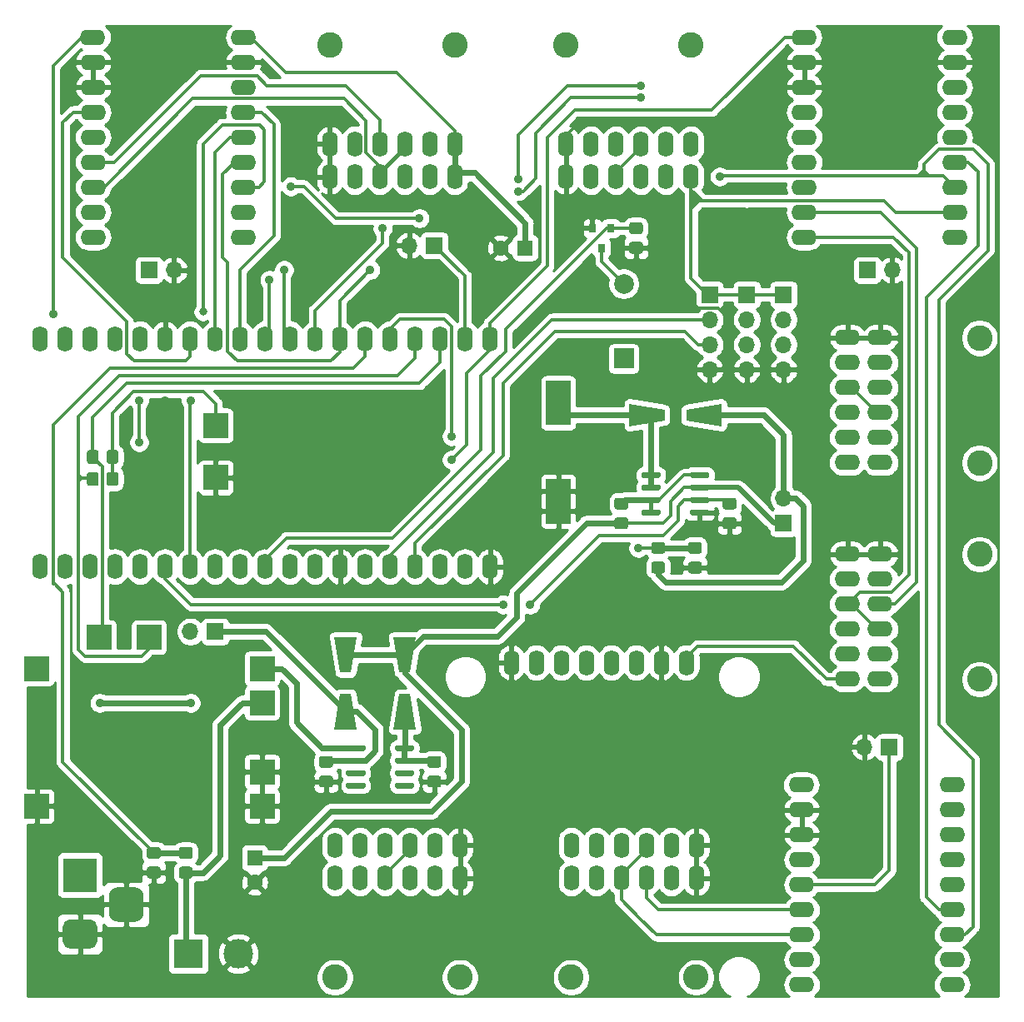
<source format=gtl>
G04 #@! TF.GenerationSoftware,KiCad,Pcbnew,(5.1.9)-1*
G04 #@! TF.CreationDate,2021-04-18T14:16:19+07:00*
G04 #@! TF.ProjectId,kicad-weight-scale-6-ch,6b696361-642d-4776-9569-6768742d7363,rev?*
G04 #@! TF.SameCoordinates,Original*
G04 #@! TF.FileFunction,Copper,L1,Top*
G04 #@! TF.FilePolarity,Positive*
%FSLAX46Y46*%
G04 Gerber Fmt 4.6, Leading zero omitted, Abs format (unit mm)*
G04 Created by KiCad (PCBNEW (5.1.9)-1) date 2021-04-18 14:16:19*
%MOMM*%
%LPD*%
G01*
G04 APERTURE LIST*
G04 #@! TA.AperFunction,ComponentPad*
%ADD10O,1.600000X2.600000*%
G04 #@! TD*
G04 #@! TA.AperFunction,WasherPad*
%ADD11C,2.600000*%
G04 #@! TD*
G04 #@! TA.AperFunction,ComponentPad*
%ADD12O,1.700000X1.700000*%
G04 #@! TD*
G04 #@! TA.AperFunction,ComponentPad*
%ADD13R,1.700000X1.700000*%
G04 #@! TD*
G04 #@! TA.AperFunction,ComponentPad*
%ADD14R,2.500000X2.500000*%
G04 #@! TD*
G04 #@! TA.AperFunction,ComponentPad*
%ADD15O,2.600000X1.600000*%
G04 #@! TD*
G04 #@! TA.AperFunction,ComponentPad*
%ADD16R,3.500000X3.500000*%
G04 #@! TD*
G04 #@! TA.AperFunction,ComponentPad*
%ADD17C,3.000000*%
G04 #@! TD*
G04 #@! TA.AperFunction,ComponentPad*
%ADD18R,3.000000X3.000000*%
G04 #@! TD*
G04 #@! TA.AperFunction,ComponentPad*
%ADD19C,2.000000*%
G04 #@! TD*
G04 #@! TA.AperFunction,ComponentPad*
%ADD20R,2.000000X2.000000*%
G04 #@! TD*
G04 #@! TA.AperFunction,ComponentPad*
%ADD21C,1.600000*%
G04 #@! TD*
G04 #@! TA.AperFunction,ComponentPad*
%ADD22R,1.600000X1.600000*%
G04 #@! TD*
G04 #@! TA.AperFunction,SMDPad,CuDef*
%ADD23C,0.100000*%
G04 #@! TD*
G04 #@! TA.AperFunction,SMDPad,CuDef*
%ADD24R,0.800000X0.900000*%
G04 #@! TD*
G04 #@! TA.AperFunction,ViaPad*
%ADD25C,0.900000*%
G04 #@! TD*
G04 #@! TA.AperFunction,ViaPad*
%ADD26C,3.500000*%
G04 #@! TD*
G04 #@! TA.AperFunction,ViaPad*
%ADD27C,0.800000*%
G04 #@! TD*
G04 #@! TA.AperFunction,Conductor*
%ADD28C,0.600000*%
G04 #@! TD*
G04 #@! TA.AperFunction,Conductor*
%ADD29C,0.300000*%
G04 #@! TD*
G04 #@! TA.AperFunction,Conductor*
%ADD30C,0.500000*%
G04 #@! TD*
G04 #@! TA.AperFunction,Conductor*
%ADD31C,0.400000*%
G04 #@! TD*
G04 #@! TA.AperFunction,Conductor*
%ADD32C,0.254000*%
G04 #@! TD*
G04 #@! TA.AperFunction,Conductor*
%ADD33C,0.100000*%
G04 #@! TD*
G04 APERTURE END LIST*
D10*
X147660000Y-82500000D03*
X145120000Y-82500000D03*
X142580000Y-82500000D03*
X140040000Y-82500000D03*
X137500000Y-82500000D03*
X134960000Y-82500000D03*
X132420000Y-82500000D03*
X129880000Y-82500000D03*
X127340000Y-82500000D03*
X124800000Y-82500000D03*
X122260000Y-82500000D03*
X119720000Y-82500000D03*
X117180000Y-82500000D03*
X114640000Y-82500000D03*
X112100000Y-82500000D03*
X109560000Y-82500000D03*
X107020000Y-82500000D03*
X104480000Y-82500000D03*
X101940000Y-82500000D03*
X101940000Y-105660000D03*
X104480000Y-105660000D03*
X107020000Y-105660000D03*
X109560000Y-105660000D03*
X112100000Y-105660000D03*
X114640000Y-105660000D03*
X117180000Y-105660000D03*
X119720000Y-105660000D03*
X122260000Y-105660000D03*
X124800000Y-105660000D03*
X127340000Y-105660000D03*
X129880000Y-105660000D03*
X132420000Y-105660000D03*
X134960000Y-105660000D03*
X137500000Y-105660000D03*
X140040000Y-105660000D03*
X142580000Y-105660000D03*
X145120000Y-105660000D03*
X147660000Y-105660000D03*
D11*
X155400000Y-52600000D03*
X168100000Y-52600000D03*
D10*
X168080000Y-66020000D03*
X165540000Y-66020000D03*
X163000000Y-66020000D03*
X160460000Y-66020000D03*
X157920000Y-66020000D03*
X155380000Y-66020000D03*
X155380000Y-62680000D03*
X157920000Y-62680000D03*
X160460000Y-62680000D03*
X163000000Y-62680000D03*
X165540000Y-62680000D03*
X168080000Y-62680000D03*
D11*
X131400000Y-52600000D03*
X144100000Y-52600000D03*
D10*
X144080000Y-66020000D03*
X141540000Y-66020000D03*
X139000000Y-66020000D03*
X136460000Y-66020000D03*
X133920000Y-66020000D03*
X131380000Y-66020000D03*
X131380000Y-62680000D03*
X133920000Y-62680000D03*
X136460000Y-62680000D03*
X139000000Y-62680000D03*
X141540000Y-62680000D03*
X144080000Y-62680000D03*
D12*
X117210000Y-112250000D03*
D13*
X119750000Y-112250000D03*
D14*
X113000000Y-112840000D03*
X107920000Y-112840000D03*
X124500000Y-116000000D03*
X124500000Y-119500000D03*
X124500000Y-126500000D03*
X124500000Y-130000000D03*
X101600000Y-116000000D03*
X101600000Y-130000000D03*
D11*
X197400000Y-104400000D03*
X197400000Y-117100000D03*
D15*
X183980000Y-117080000D03*
X183980000Y-114540000D03*
X183980000Y-112000000D03*
X183980000Y-109460000D03*
X183980000Y-106920000D03*
X183980000Y-104380000D03*
X187320000Y-104380000D03*
X187320000Y-106920000D03*
X187320000Y-109460000D03*
X187320000Y-112000000D03*
X187320000Y-114540000D03*
X187320000Y-117080000D03*
X179590000Y-72160000D03*
X179590000Y-69620000D03*
X179590000Y-67080000D03*
X179590000Y-64540000D03*
X179590000Y-62000000D03*
X179590000Y-59460000D03*
X179590000Y-56920000D03*
X179590000Y-54380000D03*
X179550000Y-51840000D03*
X194870000Y-51840000D03*
X194870000Y-54380000D03*
X194870000Y-56920000D03*
X194870000Y-59460000D03*
X194870000Y-62000000D03*
X194870000Y-64540000D03*
X194870000Y-67080000D03*
X194870000Y-69620000D03*
X194870000Y-72160000D03*
G04 #@! TA.AperFunction,ComponentPad*
G36*
G01*
X111575000Y-141750000D02*
X109825000Y-141750000D01*
G75*
G02*
X108950000Y-140875000I0J875000D01*
G01*
X108950000Y-139125000D01*
G75*
G02*
X109825000Y-138250000I875000J0D01*
G01*
X111575000Y-138250000D01*
G75*
G02*
X112450000Y-139125000I0J-875000D01*
G01*
X112450000Y-140875000D01*
G75*
G02*
X111575000Y-141750000I-875000J0D01*
G01*
G37*
G04 #@! TD.AperFunction*
G04 #@! TA.AperFunction,ComponentPad*
G36*
G01*
X107000000Y-144500000D02*
X105000000Y-144500000D01*
G75*
G02*
X104250000Y-143750000I0J750000D01*
G01*
X104250000Y-142250000D01*
G75*
G02*
X105000000Y-141500000I750000J0D01*
G01*
X107000000Y-141500000D01*
G75*
G02*
X107750000Y-142250000I0J-750000D01*
G01*
X107750000Y-143750000D01*
G75*
G02*
X107000000Y-144500000I-750000J0D01*
G01*
G37*
G04 #@! TD.AperFunction*
D16*
X106000000Y-137000000D03*
D10*
X149830000Y-115410000D03*
X152370000Y-115410000D03*
X154910000Y-115410000D03*
X157450000Y-115410000D03*
X159990000Y-115410000D03*
X162530000Y-115410000D03*
X165070000Y-115410000D03*
X167610000Y-115410000D03*
D17*
X122080000Y-145000000D03*
D18*
X117000000Y-145000000D03*
D19*
X161250000Y-76900000D03*
D20*
X161250000Y-84500000D03*
D21*
X123750000Y-137750000D03*
D22*
X123750000Y-135250000D03*
D21*
X148750000Y-73250000D03*
D22*
X151250000Y-73250000D03*
G04 #@! TA.AperFunction,SMDPad,CuDef*
D23*
G36*
X140150000Y-122200000D02*
G01*
X137850000Y-122200000D01*
X138450000Y-118600000D01*
X139550000Y-118600000D01*
X140150000Y-122200000D01*
G37*
G04 #@! TD.AperFunction*
G04 #@! TA.AperFunction,SMDPad,CuDef*
G36*
X137850000Y-112800000D02*
G01*
X140150000Y-112800000D01*
X139550000Y-116400000D01*
X138450000Y-116400000D01*
X137850000Y-112800000D01*
G37*
G04 #@! TD.AperFunction*
G04 #@! TA.AperFunction,SMDPad,CuDef*
G36*
X134150000Y-122200000D02*
G01*
X131850000Y-122200000D01*
X132450000Y-118600000D01*
X133550000Y-118600000D01*
X134150000Y-122200000D01*
G37*
G04 #@! TD.AperFunction*
G04 #@! TA.AperFunction,SMDPad,CuDef*
G36*
X131850000Y-112800000D02*
G01*
X134150000Y-112800000D01*
X133550000Y-116400000D01*
X132450000Y-116400000D01*
X131850000Y-112800000D01*
G37*
G04 #@! TD.AperFunction*
G04 #@! TA.AperFunction,SMDPad,CuDef*
G36*
X171200000Y-89100000D02*
G01*
X171200000Y-91400000D01*
X167600000Y-90800000D01*
X167600000Y-89700000D01*
X171200000Y-89100000D01*
G37*
G04 #@! TD.AperFunction*
G04 #@! TA.AperFunction,SMDPad,CuDef*
G36*
X161800000Y-91400000D02*
G01*
X161800000Y-89100000D01*
X165400000Y-89700000D01*
X165400000Y-90800000D01*
X161800000Y-91400000D01*
G37*
G04 #@! TD.AperFunction*
D12*
X139460000Y-73000000D03*
D13*
X142000000Y-73000000D03*
D12*
X170000000Y-85620000D03*
X170000000Y-83080000D03*
X170000000Y-80540000D03*
D13*
X170000000Y-78000000D03*
D12*
X173750000Y-85620000D03*
X173750000Y-83080000D03*
X173750000Y-80540000D03*
D13*
X173750000Y-78000000D03*
D12*
X177500000Y-85620000D03*
X177500000Y-83080000D03*
X177500000Y-80540000D03*
D13*
X177500000Y-78000000D03*
D12*
X115540000Y-75500000D03*
D13*
X113000000Y-75500000D03*
D12*
X188540000Y-75500000D03*
D13*
X186000000Y-75500000D03*
D12*
X185710000Y-124000000D03*
D13*
X188250000Y-124000000D03*
G04 #@! TA.AperFunction,SMDPad,CuDef*
G36*
G01*
X165000000Y-100005000D02*
X165000000Y-100305000D01*
G75*
G02*
X164850000Y-100455000I-150000J0D01*
G01*
X163200000Y-100455000D01*
G75*
G02*
X163050000Y-100305000I0J150000D01*
G01*
X163050000Y-100005000D01*
G75*
G02*
X163200000Y-99855000I150000J0D01*
G01*
X164850000Y-99855000D01*
G75*
G02*
X165000000Y-100005000I0J-150000D01*
G01*
G37*
G04 #@! TD.AperFunction*
G04 #@! TA.AperFunction,SMDPad,CuDef*
G36*
G01*
X165000000Y-98735000D02*
X165000000Y-99035000D01*
G75*
G02*
X164850000Y-99185000I-150000J0D01*
G01*
X163200000Y-99185000D01*
G75*
G02*
X163050000Y-99035000I0J150000D01*
G01*
X163050000Y-98735000D01*
G75*
G02*
X163200000Y-98585000I150000J0D01*
G01*
X164850000Y-98585000D01*
G75*
G02*
X165000000Y-98735000I0J-150000D01*
G01*
G37*
G04 #@! TD.AperFunction*
G04 #@! TA.AperFunction,SMDPad,CuDef*
G36*
G01*
X165000000Y-97465000D02*
X165000000Y-97765000D01*
G75*
G02*
X164850000Y-97915000I-150000J0D01*
G01*
X163200000Y-97915000D01*
G75*
G02*
X163050000Y-97765000I0J150000D01*
G01*
X163050000Y-97465000D01*
G75*
G02*
X163200000Y-97315000I150000J0D01*
G01*
X164850000Y-97315000D01*
G75*
G02*
X165000000Y-97465000I0J-150000D01*
G01*
G37*
G04 #@! TD.AperFunction*
G04 #@! TA.AperFunction,SMDPad,CuDef*
G36*
G01*
X165000000Y-96195000D02*
X165000000Y-96495000D01*
G75*
G02*
X164850000Y-96645000I-150000J0D01*
G01*
X163200000Y-96645000D01*
G75*
G02*
X163050000Y-96495000I0J150000D01*
G01*
X163050000Y-96195000D01*
G75*
G02*
X163200000Y-96045000I150000J0D01*
G01*
X164850000Y-96045000D01*
G75*
G02*
X165000000Y-96195000I0J-150000D01*
G01*
G37*
G04 #@! TD.AperFunction*
G04 #@! TA.AperFunction,SMDPad,CuDef*
G36*
G01*
X169950000Y-96195000D02*
X169950000Y-96495000D01*
G75*
G02*
X169800000Y-96645000I-150000J0D01*
G01*
X168150000Y-96645000D01*
G75*
G02*
X168000000Y-96495000I0J150000D01*
G01*
X168000000Y-96195000D01*
G75*
G02*
X168150000Y-96045000I150000J0D01*
G01*
X169800000Y-96045000D01*
G75*
G02*
X169950000Y-96195000I0J-150000D01*
G01*
G37*
G04 #@! TD.AperFunction*
G04 #@! TA.AperFunction,SMDPad,CuDef*
G36*
G01*
X169950000Y-97465000D02*
X169950000Y-97765000D01*
G75*
G02*
X169800000Y-97915000I-150000J0D01*
G01*
X168150000Y-97915000D01*
G75*
G02*
X168000000Y-97765000I0J150000D01*
G01*
X168000000Y-97465000D01*
G75*
G02*
X168150000Y-97315000I150000J0D01*
G01*
X169800000Y-97315000D01*
G75*
G02*
X169950000Y-97465000I0J-150000D01*
G01*
G37*
G04 #@! TD.AperFunction*
G04 #@! TA.AperFunction,SMDPad,CuDef*
G36*
G01*
X169950000Y-98735000D02*
X169950000Y-99035000D01*
G75*
G02*
X169800000Y-99185000I-150000J0D01*
G01*
X168150000Y-99185000D01*
G75*
G02*
X168000000Y-99035000I0J150000D01*
G01*
X168000000Y-98735000D01*
G75*
G02*
X168150000Y-98585000I150000J0D01*
G01*
X169800000Y-98585000D01*
G75*
G02*
X169950000Y-98735000I0J-150000D01*
G01*
G37*
G04 #@! TD.AperFunction*
G04 #@! TA.AperFunction,SMDPad,CuDef*
G36*
G01*
X169950000Y-100005000D02*
X169950000Y-100305000D01*
G75*
G02*
X169800000Y-100455000I-150000J0D01*
G01*
X168150000Y-100455000D01*
G75*
G02*
X168000000Y-100305000I0J150000D01*
G01*
X168000000Y-100005000D01*
G75*
G02*
X168150000Y-99855000I150000J0D01*
G01*
X169800000Y-99855000D01*
G75*
G02*
X169950000Y-100005000I0J-150000D01*
G01*
G37*
G04 #@! TD.AperFunction*
G04 #@! TA.AperFunction,SMDPad,CuDef*
G36*
G01*
X138000000Y-124245000D02*
X138000000Y-123945000D01*
G75*
G02*
X138150000Y-123795000I150000J0D01*
G01*
X139800000Y-123795000D01*
G75*
G02*
X139950000Y-123945000I0J-150000D01*
G01*
X139950000Y-124245000D01*
G75*
G02*
X139800000Y-124395000I-150000J0D01*
G01*
X138150000Y-124395000D01*
G75*
G02*
X138000000Y-124245000I0J150000D01*
G01*
G37*
G04 #@! TD.AperFunction*
G04 #@! TA.AperFunction,SMDPad,CuDef*
G36*
G01*
X138000000Y-125515000D02*
X138000000Y-125215000D01*
G75*
G02*
X138150000Y-125065000I150000J0D01*
G01*
X139800000Y-125065000D01*
G75*
G02*
X139950000Y-125215000I0J-150000D01*
G01*
X139950000Y-125515000D01*
G75*
G02*
X139800000Y-125665000I-150000J0D01*
G01*
X138150000Y-125665000D01*
G75*
G02*
X138000000Y-125515000I0J150000D01*
G01*
G37*
G04 #@! TD.AperFunction*
G04 #@! TA.AperFunction,SMDPad,CuDef*
G36*
G01*
X138000000Y-126785000D02*
X138000000Y-126485000D01*
G75*
G02*
X138150000Y-126335000I150000J0D01*
G01*
X139800000Y-126335000D01*
G75*
G02*
X139950000Y-126485000I0J-150000D01*
G01*
X139950000Y-126785000D01*
G75*
G02*
X139800000Y-126935000I-150000J0D01*
G01*
X138150000Y-126935000D01*
G75*
G02*
X138000000Y-126785000I0J150000D01*
G01*
G37*
G04 #@! TD.AperFunction*
G04 #@! TA.AperFunction,SMDPad,CuDef*
G36*
G01*
X138000000Y-128055000D02*
X138000000Y-127755000D01*
G75*
G02*
X138150000Y-127605000I150000J0D01*
G01*
X139800000Y-127605000D01*
G75*
G02*
X139950000Y-127755000I0J-150000D01*
G01*
X139950000Y-128055000D01*
G75*
G02*
X139800000Y-128205000I-150000J0D01*
G01*
X138150000Y-128205000D01*
G75*
G02*
X138000000Y-128055000I0J150000D01*
G01*
G37*
G04 #@! TD.AperFunction*
G04 #@! TA.AperFunction,SMDPad,CuDef*
G36*
G01*
X133050000Y-128055000D02*
X133050000Y-127755000D01*
G75*
G02*
X133200000Y-127605000I150000J0D01*
G01*
X134850000Y-127605000D01*
G75*
G02*
X135000000Y-127755000I0J-150000D01*
G01*
X135000000Y-128055000D01*
G75*
G02*
X134850000Y-128205000I-150000J0D01*
G01*
X133200000Y-128205000D01*
G75*
G02*
X133050000Y-128055000I0J150000D01*
G01*
G37*
G04 #@! TD.AperFunction*
G04 #@! TA.AperFunction,SMDPad,CuDef*
G36*
G01*
X133050000Y-126785000D02*
X133050000Y-126485000D01*
G75*
G02*
X133200000Y-126335000I150000J0D01*
G01*
X134850000Y-126335000D01*
G75*
G02*
X135000000Y-126485000I0J-150000D01*
G01*
X135000000Y-126785000D01*
G75*
G02*
X134850000Y-126935000I-150000J0D01*
G01*
X133200000Y-126935000D01*
G75*
G02*
X133050000Y-126785000I0J150000D01*
G01*
G37*
G04 #@! TD.AperFunction*
G04 #@! TA.AperFunction,SMDPad,CuDef*
G36*
G01*
X133050000Y-125515000D02*
X133050000Y-125215000D01*
G75*
G02*
X133200000Y-125065000I150000J0D01*
G01*
X134850000Y-125065000D01*
G75*
G02*
X135000000Y-125215000I0J-150000D01*
G01*
X135000000Y-125515000D01*
G75*
G02*
X134850000Y-125665000I-150000J0D01*
G01*
X133200000Y-125665000D01*
G75*
G02*
X133050000Y-125515000I0J150000D01*
G01*
G37*
G04 #@! TD.AperFunction*
G04 #@! TA.AperFunction,SMDPad,CuDef*
G36*
G01*
X133050000Y-124245000D02*
X133050000Y-123945000D01*
G75*
G02*
X133200000Y-123795000I150000J0D01*
G01*
X134850000Y-123795000D01*
G75*
G02*
X135000000Y-123945000I0J-150000D01*
G01*
X135000000Y-124245000D01*
G75*
G02*
X134850000Y-124395000I-150000J0D01*
G01*
X133200000Y-124395000D01*
G75*
G02*
X133050000Y-124245000I0J150000D01*
G01*
G37*
G04 #@! TD.AperFunction*
D24*
X159000000Y-73250000D03*
X158050000Y-71250000D03*
X159950000Y-71250000D03*
G04 #@! TA.AperFunction,SMDPad,CuDef*
G36*
G01*
X107900000Y-94049999D02*
X107900000Y-94950001D01*
G75*
G02*
X107650001Y-95200000I-249999J0D01*
G01*
X106949999Y-95200000D01*
G75*
G02*
X106700000Y-94950001I0J249999D01*
G01*
X106700000Y-94049999D01*
G75*
G02*
X106949999Y-93800000I249999J0D01*
G01*
X107650001Y-93800000D01*
G75*
G02*
X107900000Y-94049999I0J-249999D01*
G01*
G37*
G04 #@! TD.AperFunction*
G04 #@! TA.AperFunction,SMDPad,CuDef*
G36*
G01*
X109900000Y-94049999D02*
X109900000Y-94950001D01*
G75*
G02*
X109650001Y-95200000I-249999J0D01*
G01*
X108949999Y-95200000D01*
G75*
G02*
X108700000Y-94950001I0J249999D01*
G01*
X108700000Y-94049999D01*
G75*
G02*
X108949999Y-93800000I249999J0D01*
G01*
X109650001Y-93800000D01*
G75*
G02*
X109900000Y-94049999I0J-249999D01*
G01*
G37*
G04 #@! TD.AperFunction*
G04 #@! TA.AperFunction,SMDPad,CuDef*
G36*
G01*
X161450001Y-99850000D02*
X160549999Y-99850000D01*
G75*
G02*
X160300000Y-99600001I0J249999D01*
G01*
X160300000Y-98899999D01*
G75*
G02*
X160549999Y-98650000I249999J0D01*
G01*
X161450001Y-98650000D01*
G75*
G02*
X161700000Y-98899999I0J-249999D01*
G01*
X161700000Y-99600001D01*
G75*
G02*
X161450001Y-99850000I-249999J0D01*
G01*
G37*
G04 #@! TD.AperFunction*
G04 #@! TA.AperFunction,SMDPad,CuDef*
G36*
G01*
X161450001Y-101850000D02*
X160549999Y-101850000D01*
G75*
G02*
X160300000Y-101600001I0J249999D01*
G01*
X160300000Y-100899999D01*
G75*
G02*
X160549999Y-100650000I249999J0D01*
G01*
X161450001Y-100650000D01*
G75*
G02*
X161700000Y-100899999I0J-249999D01*
G01*
X161700000Y-101600001D01*
G75*
G02*
X161450001Y-101850000I-249999J0D01*
G01*
G37*
G04 #@! TD.AperFunction*
G04 #@! TA.AperFunction,SMDPad,CuDef*
G36*
G01*
X107900000Y-96299999D02*
X107900000Y-97200001D01*
G75*
G02*
X107650001Y-97450000I-249999J0D01*
G01*
X106949999Y-97450000D01*
G75*
G02*
X106700000Y-97200001I0J249999D01*
G01*
X106700000Y-96299999D01*
G75*
G02*
X106949999Y-96050000I249999J0D01*
G01*
X107650001Y-96050000D01*
G75*
G02*
X107900000Y-96299999I0J-249999D01*
G01*
G37*
G04 #@! TD.AperFunction*
G04 #@! TA.AperFunction,SMDPad,CuDef*
G36*
G01*
X109900000Y-96299999D02*
X109900000Y-97200001D01*
G75*
G02*
X109650001Y-97450000I-249999J0D01*
G01*
X108949999Y-97450000D01*
G75*
G02*
X108700000Y-97200001I0J249999D01*
G01*
X108700000Y-96299999D01*
G75*
G02*
X108949999Y-96050000I249999J0D01*
G01*
X109650001Y-96050000D01*
G75*
G02*
X109900000Y-96299999I0J-249999D01*
G01*
G37*
G04 #@! TD.AperFunction*
G04 #@! TA.AperFunction,SMDPad,CuDef*
G36*
G01*
X117200001Y-135350000D02*
X116299999Y-135350000D01*
G75*
G02*
X116050000Y-135100001I0J249999D01*
G01*
X116050000Y-134399999D01*
G75*
G02*
X116299999Y-134150000I249999J0D01*
G01*
X117200001Y-134150000D01*
G75*
G02*
X117450000Y-134399999I0J-249999D01*
G01*
X117450000Y-135100001D01*
G75*
G02*
X117200001Y-135350000I-249999J0D01*
G01*
G37*
G04 #@! TD.AperFunction*
G04 #@! TA.AperFunction,SMDPad,CuDef*
G36*
G01*
X117200001Y-137350000D02*
X116299999Y-137350000D01*
G75*
G02*
X116050000Y-137100001I0J249999D01*
G01*
X116050000Y-136399999D01*
G75*
G02*
X116299999Y-136150000I249999J0D01*
G01*
X117200001Y-136150000D01*
G75*
G02*
X117450000Y-136399999I0J-249999D01*
G01*
X117450000Y-137100001D01*
G75*
G02*
X117200001Y-137350000I-249999J0D01*
G01*
G37*
G04 #@! TD.AperFunction*
G04 #@! TA.AperFunction,SMDPad,CuDef*
G36*
G01*
X131450001Y-126100000D02*
X130549999Y-126100000D01*
G75*
G02*
X130300000Y-125850001I0J249999D01*
G01*
X130300000Y-125149999D01*
G75*
G02*
X130549999Y-124900000I249999J0D01*
G01*
X131450001Y-124900000D01*
G75*
G02*
X131700000Y-125149999I0J-249999D01*
G01*
X131700000Y-125850001D01*
G75*
G02*
X131450001Y-126100000I-249999J0D01*
G01*
G37*
G04 #@! TD.AperFunction*
G04 #@! TA.AperFunction,SMDPad,CuDef*
G36*
G01*
X131450001Y-128100000D02*
X130549999Y-128100000D01*
G75*
G02*
X130300000Y-127850001I0J249999D01*
G01*
X130300000Y-127149999D01*
G75*
G02*
X130549999Y-126900000I249999J0D01*
G01*
X131450001Y-126900000D01*
G75*
G02*
X131700000Y-127149999I0J-249999D01*
G01*
X131700000Y-127850001D01*
G75*
G02*
X131450001Y-128100000I-249999J0D01*
G01*
G37*
G04 #@! TD.AperFunction*
G04 #@! TA.AperFunction,SMDPad,CuDef*
G36*
G01*
X142450001Y-126100000D02*
X141549999Y-126100000D01*
G75*
G02*
X141300000Y-125850001I0J249999D01*
G01*
X141300000Y-125149999D01*
G75*
G02*
X141549999Y-124900000I249999J0D01*
G01*
X142450001Y-124900000D01*
G75*
G02*
X142700000Y-125149999I0J-249999D01*
G01*
X142700000Y-125850001D01*
G75*
G02*
X142450001Y-126100000I-249999J0D01*
G01*
G37*
G04 #@! TD.AperFunction*
G04 #@! TA.AperFunction,SMDPad,CuDef*
G36*
G01*
X142450001Y-128100000D02*
X141549999Y-128100000D01*
G75*
G02*
X141300000Y-127850001I0J249999D01*
G01*
X141300000Y-127149999D01*
G75*
G02*
X141549999Y-126900000I249999J0D01*
G01*
X142450001Y-126900000D01*
G75*
G02*
X142700000Y-127149999I0J-249999D01*
G01*
X142700000Y-127850001D01*
G75*
G02*
X142450001Y-128100000I-249999J0D01*
G01*
G37*
G04 #@! TD.AperFunction*
G04 #@! TA.AperFunction,SMDPad,CuDef*
G36*
G01*
X171549999Y-100650000D02*
X172450001Y-100650000D01*
G75*
G02*
X172700000Y-100899999I0J-249999D01*
G01*
X172700000Y-101600001D01*
G75*
G02*
X172450001Y-101850000I-249999J0D01*
G01*
X171549999Y-101850000D01*
G75*
G02*
X171300000Y-101600001I0J249999D01*
G01*
X171300000Y-100899999D01*
G75*
G02*
X171549999Y-100650000I249999J0D01*
G01*
G37*
G04 #@! TD.AperFunction*
G04 #@! TA.AperFunction,SMDPad,CuDef*
G36*
G01*
X171549999Y-98650000D02*
X172450001Y-98650000D01*
G75*
G02*
X172700000Y-98899999I0J-249999D01*
G01*
X172700000Y-99600001D01*
G75*
G02*
X172450001Y-99850000I-249999J0D01*
G01*
X171549999Y-99850000D01*
G75*
G02*
X171300000Y-99600001I0J249999D01*
G01*
X171300000Y-98899999D01*
G75*
G02*
X171549999Y-98650000I249999J0D01*
G01*
G37*
G04 #@! TD.AperFunction*
G04 #@! TA.AperFunction,SMDPad,CuDef*
G36*
G01*
X113049999Y-136150000D02*
X113950001Y-136150000D01*
G75*
G02*
X114200000Y-136399999I0J-249999D01*
G01*
X114200000Y-137100001D01*
G75*
G02*
X113950001Y-137350000I-249999J0D01*
G01*
X113049999Y-137350000D01*
G75*
G02*
X112800000Y-137100001I0J249999D01*
G01*
X112800000Y-136399999D01*
G75*
G02*
X113049999Y-136150000I249999J0D01*
G01*
G37*
G04 #@! TD.AperFunction*
G04 #@! TA.AperFunction,SMDPad,CuDef*
G36*
G01*
X113049999Y-134150000D02*
X113950001Y-134150000D01*
G75*
G02*
X114200000Y-134399999I0J-249999D01*
G01*
X114200000Y-135100001D01*
G75*
G02*
X113950001Y-135350000I-249999J0D01*
G01*
X113049999Y-135350000D01*
G75*
G02*
X112800000Y-135100001I0J249999D01*
G01*
X112800000Y-134399999D01*
G75*
G02*
X113049999Y-134150000I249999J0D01*
G01*
G37*
G04 #@! TD.AperFunction*
G04 #@! TA.AperFunction,SMDPad,CuDef*
G36*
G01*
X164299999Y-105150000D02*
X165200001Y-105150000D01*
G75*
G02*
X165450000Y-105399999I0J-249999D01*
G01*
X165450000Y-106100001D01*
G75*
G02*
X165200001Y-106350000I-249999J0D01*
G01*
X164299999Y-106350000D01*
G75*
G02*
X164050000Y-106100001I0J249999D01*
G01*
X164050000Y-105399999D01*
G75*
G02*
X164299999Y-105150000I249999J0D01*
G01*
G37*
G04 #@! TD.AperFunction*
G04 #@! TA.AperFunction,SMDPad,CuDef*
G36*
G01*
X164299999Y-103150000D02*
X165200001Y-103150000D01*
G75*
G02*
X165450000Y-103399999I0J-249999D01*
G01*
X165450000Y-104100001D01*
G75*
G02*
X165200001Y-104350000I-249999J0D01*
G01*
X164299999Y-104350000D01*
G75*
G02*
X164050000Y-104100001I0J249999D01*
G01*
X164050000Y-103399999D01*
G75*
G02*
X164299999Y-103150000I249999J0D01*
G01*
G37*
G04 #@! TD.AperFunction*
G04 #@! TA.AperFunction,SMDPad,CuDef*
G36*
G01*
X168049999Y-105150000D02*
X168950001Y-105150000D01*
G75*
G02*
X169200000Y-105399999I0J-249999D01*
G01*
X169200000Y-106100001D01*
G75*
G02*
X168950001Y-106350000I-249999J0D01*
G01*
X168049999Y-106350000D01*
G75*
G02*
X167800000Y-106100001I0J249999D01*
G01*
X167800000Y-105399999D01*
G75*
G02*
X168049999Y-105150000I249999J0D01*
G01*
G37*
G04 #@! TD.AperFunction*
G04 #@! TA.AperFunction,SMDPad,CuDef*
G36*
G01*
X168049999Y-103150000D02*
X168950001Y-103150000D01*
G75*
G02*
X169200000Y-103399999I0J-249999D01*
G01*
X169200000Y-104100001D01*
G75*
G02*
X168950001Y-104350000I-249999J0D01*
G01*
X168049999Y-104350000D01*
G75*
G02*
X167800000Y-104100001I0J249999D01*
G01*
X167800000Y-103399999D01*
G75*
G02*
X168049999Y-103150000I249999J0D01*
G01*
G37*
G04 #@! TD.AperFunction*
G04 #@! TA.AperFunction,SMDPad,CuDef*
G36*
G01*
X162950001Y-71850000D02*
X162049999Y-71850000D01*
G75*
G02*
X161800000Y-71600001I0J249999D01*
G01*
X161800000Y-70899999D01*
G75*
G02*
X162049999Y-70650000I249999J0D01*
G01*
X162950001Y-70650000D01*
G75*
G02*
X163200000Y-70899999I0J-249999D01*
G01*
X163200000Y-71600001D01*
G75*
G02*
X162950001Y-71850000I-249999J0D01*
G01*
G37*
G04 #@! TD.AperFunction*
G04 #@! TA.AperFunction,SMDPad,CuDef*
G36*
G01*
X162950001Y-73850000D02*
X162049999Y-73850000D01*
G75*
G02*
X161800000Y-73600001I0J249999D01*
G01*
X161800000Y-72899999D01*
G75*
G02*
X162049999Y-72650000I249999J0D01*
G01*
X162950001Y-72650000D01*
G75*
G02*
X163200000Y-72899999I0J-249999D01*
G01*
X163200000Y-73600001D01*
G75*
G02*
X162950001Y-73850000I-249999J0D01*
G01*
G37*
G04 #@! TD.AperFunction*
D12*
X177500000Y-98710000D03*
D13*
X177500000Y-101250000D03*
D14*
X119800000Y-91300000D03*
X119800000Y-96600000D03*
X154600000Y-88000000D03*
X154600000Y-90000000D03*
X154600000Y-98000000D03*
X154600000Y-100000000D03*
D15*
X107340000Y-72160000D03*
X107340000Y-69620000D03*
X107340000Y-67080000D03*
X107340000Y-64540000D03*
X107340000Y-62000000D03*
X107340000Y-59460000D03*
X107340000Y-56920000D03*
X107340000Y-54380000D03*
X107300000Y-51840000D03*
X122620000Y-51840000D03*
X122620000Y-54380000D03*
X122620000Y-56920000D03*
X122620000Y-59460000D03*
X122620000Y-62000000D03*
X122620000Y-64540000D03*
X122620000Y-67080000D03*
X122620000Y-69620000D03*
X122620000Y-72160000D03*
X179340000Y-148160000D03*
X179340000Y-145620000D03*
X179340000Y-143080000D03*
X179340000Y-140540000D03*
X179340000Y-138000000D03*
X179340000Y-135460000D03*
X179340000Y-132920000D03*
X179340000Y-130380000D03*
X179300000Y-127840000D03*
X194620000Y-127840000D03*
X194620000Y-130380000D03*
X194620000Y-132920000D03*
X194620000Y-135460000D03*
X194620000Y-138000000D03*
X194620000Y-140540000D03*
X194620000Y-143080000D03*
X194620000Y-145620000D03*
X194620000Y-148160000D03*
D11*
X197400000Y-82400000D03*
X197400000Y-95100000D03*
D15*
X183980000Y-95080000D03*
X183980000Y-92540000D03*
X183980000Y-90000000D03*
X183980000Y-87460000D03*
X183980000Y-84920000D03*
X183980000Y-82380000D03*
X187320000Y-82380000D03*
X187320000Y-84920000D03*
X187320000Y-87460000D03*
X187320000Y-90000000D03*
X187320000Y-92540000D03*
X187320000Y-95080000D03*
D11*
X144600000Y-147400000D03*
X131900000Y-147400000D03*
D10*
X131920000Y-133980000D03*
X134460000Y-133980000D03*
X137000000Y-133980000D03*
X139540000Y-133980000D03*
X142080000Y-133980000D03*
X144620000Y-133980000D03*
X144620000Y-137320000D03*
X142080000Y-137320000D03*
X139540000Y-137320000D03*
X137000000Y-137320000D03*
X134460000Y-137320000D03*
X131920000Y-137320000D03*
D11*
X168600000Y-147400000D03*
X155900000Y-147400000D03*
D10*
X155920000Y-133980000D03*
X158460000Y-133980000D03*
X161000000Y-133980000D03*
X163540000Y-133980000D03*
X166080000Y-133980000D03*
X168620000Y-133980000D03*
X168620000Y-137320000D03*
X166080000Y-137320000D03*
X163540000Y-137320000D03*
X161000000Y-137320000D03*
X158460000Y-137320000D03*
X155920000Y-137320000D03*
D25*
X172250000Y-104500000D03*
D26*
X179250000Y-122500000D03*
X128500000Y-72250000D03*
X160250000Y-105750000D03*
X127250000Y-146000000D03*
X173700000Y-72300000D03*
D25*
X114600000Y-93000000D03*
X114600000Y-88800000D03*
X149000000Y-109500000D03*
X151750000Y-109500000D03*
X143750000Y-92400000D03*
X162750000Y-103750000D03*
X117250000Y-88800000D03*
D27*
X118500000Y-79750000D03*
D25*
X171000000Y-66000000D03*
X140500000Y-70250000D03*
X127434314Y-67000000D03*
X135500000Y-75500000D03*
X103250000Y-80000000D03*
X143750000Y-94800000D03*
X163000000Y-56750000D03*
X150500000Y-66250000D03*
X136750000Y-71250000D03*
X163000000Y-58000000D03*
X150500000Y-67500000D03*
X126750000Y-75500000D03*
X125250000Y-76500000D03*
X112000000Y-88800000D03*
X112000000Y-93000000D03*
X108000000Y-119500000D03*
X117250000Y-119500000D03*
D28*
X117000000Y-137000000D02*
X116750000Y-136750000D01*
X124500000Y-119500000D02*
X122500000Y-119500000D01*
X122500000Y-119500000D02*
X120250000Y-121750000D01*
X120250000Y-121750000D02*
X120250000Y-135000000D01*
X118500000Y-136750000D02*
X116750000Y-136750000D01*
X120250000Y-135000000D02*
X118500000Y-136750000D01*
X116750000Y-144750000D02*
X117000000Y-145000000D01*
X116750000Y-136750000D02*
X116750000Y-144750000D01*
D29*
X158050000Y-71250000D02*
X158050000Y-70450000D01*
X158050000Y-70450000D02*
X158500000Y-70000000D01*
X158500000Y-70000000D02*
X163500000Y-70000000D01*
X163500000Y-70000000D02*
X164250000Y-70750000D01*
X164250000Y-70750000D02*
X164250000Y-72750000D01*
X163750000Y-73250000D02*
X162500000Y-73250000D01*
X170000000Y-85620000D02*
X171130000Y-85620000D01*
X171130000Y-85620000D02*
X171750000Y-85000000D01*
X171750000Y-85000000D02*
X171750000Y-80250000D01*
X170839999Y-79339999D02*
X168589999Y-79339999D01*
X171750000Y-80250000D02*
X170839999Y-79339999D01*
X168589999Y-79339999D02*
X164250000Y-75000000D01*
X179590000Y-56920000D02*
X177580000Y-56920000D01*
X177580000Y-56920000D02*
X174250000Y-60250000D01*
X174250000Y-60250000D02*
X157000000Y-60250000D01*
X155380000Y-61870000D02*
X155380000Y-63080000D01*
X157000000Y-60250000D02*
X155380000Y-61870000D01*
X114600000Y-93000000D02*
X114600000Y-88800000D01*
X163750000Y-73250000D02*
X164250000Y-73250000D01*
X164250000Y-73250000D02*
X164250000Y-72750000D01*
X164250000Y-75000000D02*
X164250000Y-73250000D01*
X168080000Y-65620000D02*
X168080000Y-65830000D01*
X176780010Y-68469990D02*
X176570010Y-68469990D01*
X173750000Y-68500000D02*
X173719990Y-68469990D01*
X173719990Y-68469990D02*
X176780010Y-68469990D01*
X170719990Y-68469990D02*
X173719990Y-68469990D01*
X170000000Y-78000000D02*
X173750000Y-78000000D01*
X173750000Y-78000000D02*
X177500000Y-78000000D01*
D28*
X151250000Y-70750000D02*
X151250000Y-73250000D01*
D29*
X168080000Y-65620000D02*
X168080000Y-67330000D01*
X169219990Y-68469990D02*
X170719990Y-68469990D01*
X168080000Y-67330000D02*
X169219990Y-68469990D01*
X187719990Y-68469990D02*
X188870000Y-69620000D01*
X188870000Y-69620000D02*
X194870000Y-69620000D01*
X176780010Y-68469990D02*
X187719990Y-68469990D01*
X167610000Y-115410000D02*
X167610000Y-114890000D01*
X167610000Y-114890000D02*
X168750000Y-113750000D01*
X168750000Y-113750000D02*
X178500000Y-113750000D01*
X181830000Y-117080000D02*
X184380000Y-117080000D01*
X178500000Y-113750000D02*
X181830000Y-117080000D01*
D28*
X146120000Y-65620000D02*
X151250000Y-70750000D01*
X144080000Y-65620000D02*
X146120000Y-65620000D01*
X144080000Y-63080000D02*
X144080000Y-65620000D01*
D29*
X170000000Y-78000000D02*
X169750000Y-78000000D01*
X169750000Y-78000000D02*
X168080000Y-76330000D01*
X109300000Y-96750000D02*
X109300000Y-94500000D01*
X109300000Y-94500000D02*
X109300000Y-90015998D01*
X109300000Y-90015998D02*
X111457999Y-87857999D01*
X119800000Y-89100000D02*
X119800000Y-91300000D01*
X118557999Y-87857999D02*
X119800000Y-89100000D01*
X111457999Y-87857999D02*
X118557999Y-87857999D01*
X168890010Y-68469990D02*
X168080000Y-69280000D01*
X169219990Y-68469990D02*
X168890010Y-68469990D01*
X168080000Y-76330000D02*
X168080000Y-69280000D01*
X168080000Y-69280000D02*
X168080000Y-69020000D01*
X168080000Y-69020000D02*
X168080000Y-68920000D01*
X168080000Y-69020000D02*
X168080000Y-65620000D01*
X168080000Y-68920000D02*
X168800000Y-68200000D01*
X168800000Y-68200000D02*
X168400000Y-67800000D01*
X168400000Y-67800000D02*
X168400000Y-67900000D01*
X168400000Y-67900000D02*
X168200000Y-68100000D01*
X168200000Y-68100000D02*
X168200000Y-68500000D01*
X168200000Y-68500000D02*
X168500000Y-68200000D01*
X144080000Y-61330000D02*
X144080000Y-63080000D01*
X138150000Y-55400000D02*
X144080000Y-61330000D01*
X126900000Y-55400000D02*
X138150000Y-55400000D01*
X123340000Y-51840000D02*
X126900000Y-55400000D01*
X122620000Y-51840000D02*
X123340000Y-51840000D01*
X159000000Y-74650000D02*
X161250000Y-76900000D01*
X159000000Y-73250000D02*
X159000000Y-74650000D01*
D28*
X139000000Y-114600000D02*
X133000000Y-114600000D01*
D30*
X168975000Y-97615000D02*
X172865000Y-97615000D01*
X176500000Y-101250000D02*
X177500000Y-101250000D01*
X172865000Y-97615000D02*
X176500000Y-101250000D01*
D28*
X140850000Y-112750000D02*
X139000000Y-114600000D01*
X148419252Y-112750000D02*
X140850000Y-112750000D01*
X150400010Y-110769242D02*
X148419252Y-112750000D01*
X150400010Y-108349990D02*
X150400010Y-110769242D01*
X157500000Y-101250000D02*
X150400010Y-108349990D01*
X161000000Y-101250000D02*
X157500000Y-101250000D01*
D29*
X167385000Y-97615000D02*
X168975000Y-97615000D01*
X166000000Y-99000000D02*
X167385000Y-97615000D01*
X166000000Y-100500000D02*
X166000000Y-99000000D01*
X165250000Y-101250000D02*
X166000000Y-100500000D01*
X161000000Y-101250000D02*
X165250000Y-101250000D01*
D28*
X139000000Y-114600000D02*
X139000000Y-116500000D01*
X139000000Y-116500000D02*
X144750000Y-122250000D01*
X144750000Y-122250000D02*
X144750000Y-127500000D01*
X144750000Y-127500000D02*
X141750000Y-130500000D01*
X141750000Y-130500000D02*
X131500000Y-130500000D01*
X126750000Y-135250000D02*
X123750000Y-135250000D01*
X131500000Y-130500000D02*
X126750000Y-135250000D01*
X139000000Y-124070000D02*
X138975000Y-124095000D01*
X139000000Y-120400000D02*
X139000000Y-124070000D01*
X138975000Y-124095000D02*
X138975000Y-125365000D01*
X141865000Y-125365000D02*
X142000000Y-125500000D01*
X138975000Y-125365000D02*
X141865000Y-125365000D01*
X133000000Y-120400000D02*
X134150000Y-120400000D01*
X134150000Y-120400000D02*
X136000000Y-122250000D01*
X135000000Y-125365000D02*
X134025000Y-125365000D01*
X136000000Y-124365000D02*
X135000000Y-125365000D01*
X136000000Y-122250000D02*
X136000000Y-124365000D01*
X131135000Y-125365000D02*
X131000000Y-125500000D01*
X134025000Y-125365000D02*
X131135000Y-125365000D01*
X124850000Y-112250000D02*
X133000000Y-120400000D01*
X119750000Y-112250000D02*
X124850000Y-112250000D01*
X154850000Y-90250000D02*
X154600000Y-90000000D01*
X163600000Y-90250000D02*
X154850000Y-90250000D01*
X164025000Y-97615000D02*
X164025000Y-96345000D01*
X164025000Y-90675000D02*
X163600000Y-90250000D01*
X164025000Y-96345000D02*
X164025000Y-90675000D01*
X177500000Y-92250000D02*
X177500000Y-98710000D01*
X175500000Y-90250000D02*
X177500000Y-92250000D01*
X169400000Y-90250000D02*
X175500000Y-90250000D01*
X178710000Y-98710000D02*
X177500000Y-98710000D01*
X179500000Y-99500000D02*
X178710000Y-98710000D01*
X177250000Y-107250000D02*
X179500000Y-105000000D01*
X165500000Y-107250000D02*
X177250000Y-107250000D01*
X179500000Y-105000000D02*
X179500000Y-99500000D01*
X164750000Y-106500000D02*
X165500000Y-107250000D01*
X164750000Y-105750000D02*
X164750000Y-106500000D01*
D29*
X145120000Y-76120000D02*
X145120000Y-82500000D01*
X142000000Y-73000000D02*
X145120000Y-76120000D01*
X137500000Y-104500000D02*
X137500000Y-105660000D01*
X148000000Y-94000000D02*
X137500000Y-104500000D01*
X148000000Y-86500000D02*
X148000000Y-94000000D01*
X153960000Y-80540000D02*
X148000000Y-86500000D01*
X170000000Y-80540000D02*
X153960000Y-80540000D01*
X149000000Y-94330000D02*
X140040000Y-103290000D01*
X154250000Y-81750000D02*
X149000000Y-87000000D01*
X168830000Y-83080000D02*
X167500000Y-81750000D01*
X170000000Y-83080000D02*
X168830000Y-83080000D01*
X149000000Y-87000000D02*
X149000000Y-94330000D01*
X167500000Y-81750000D02*
X154250000Y-81750000D01*
X140040000Y-105660000D02*
X140040000Y-103290000D01*
X183250000Y-138000000D02*
X179340000Y-138000000D01*
X188250000Y-136500000D02*
X186750000Y-138000000D01*
X186750000Y-138000000D02*
X183250000Y-138000000D01*
X188250000Y-124000000D02*
X188250000Y-136500000D01*
D28*
X161365000Y-98885000D02*
X161000000Y-99250000D01*
X164025000Y-98885000D02*
X161365000Y-98885000D01*
D31*
X164025000Y-100155000D02*
X164025000Y-98885000D01*
D29*
X164025000Y-98885000D02*
X164865000Y-98885000D01*
X167405000Y-96345000D02*
X168975000Y-96345000D01*
X164865000Y-98885000D02*
X167405000Y-96345000D01*
D28*
X125750000Y-116000000D02*
X124500000Y-116000000D01*
X128000000Y-121500000D02*
X128000000Y-117500000D01*
X128000000Y-117500000D02*
X126500000Y-116000000D01*
X130595000Y-124095000D02*
X128000000Y-121500000D01*
X126500000Y-116000000D02*
X125750000Y-116000000D01*
X134025000Y-124095000D02*
X130595000Y-124095000D01*
D29*
X114640000Y-105660000D02*
X114640000Y-106890000D01*
X114640000Y-106890000D02*
X117250000Y-109500000D01*
X149000000Y-109500000D02*
X117250000Y-109500000D01*
X167365000Y-98885000D02*
X168975000Y-98885000D01*
X166750000Y-101000000D02*
X166750000Y-99500000D01*
X165250000Y-102500000D02*
X166750000Y-101000000D01*
X158750000Y-102500000D02*
X165250000Y-102500000D01*
X166750000Y-99500000D02*
X167365000Y-98885000D01*
X151750000Y-109500000D02*
X158750000Y-102500000D01*
X171635000Y-98885000D02*
X172000000Y-99250000D01*
X168975000Y-98885000D02*
X171635000Y-98885000D01*
X159950000Y-71250000D02*
X162500000Y-71250000D01*
X124800000Y-104950000D02*
X124800000Y-105660000D01*
X127000000Y-102750000D02*
X124800000Y-104950000D01*
X146750000Y-93750000D02*
X137750000Y-102750000D01*
X149250000Y-81500000D02*
X149250000Y-83750000D01*
X137750000Y-102750000D02*
X127000000Y-102750000D01*
X149730002Y-81019998D02*
X149250000Y-81500000D01*
X149750000Y-81019998D02*
X149730002Y-81019998D01*
X149250000Y-83750000D02*
X146750000Y-86250000D01*
X159519998Y-71250000D02*
X149750000Y-81019998D01*
X146750000Y-86250000D02*
X146750000Y-93750000D01*
X159950000Y-71250000D02*
X159519998Y-71250000D01*
D28*
X142500000Y-82580000D02*
X142580000Y-82500000D01*
D29*
X107250000Y-90500000D02*
X110750000Y-87000000D01*
X110750000Y-87000000D02*
X140500000Y-87000000D01*
X142580000Y-84920000D02*
X142580000Y-82500000D01*
X140500000Y-87000000D02*
X142580000Y-84920000D01*
X108160000Y-112840000D02*
X108409990Y-112590010D01*
X107920000Y-112840000D02*
X108160000Y-112840000D01*
X108250000Y-112510000D02*
X107920000Y-112840000D01*
X107250000Y-94450000D02*
X107300000Y-94500000D01*
X107250000Y-90500000D02*
X107250000Y-94450000D01*
X107300000Y-94500000D02*
X108300000Y-95500000D01*
X108300000Y-112460000D02*
X107920000Y-112840000D01*
X108300000Y-95500000D02*
X108300000Y-112460000D01*
D28*
X140000000Y-82540000D02*
X140040000Y-82500000D01*
D29*
X110000000Y-86250000D02*
X138250000Y-86250000D01*
X140040000Y-84460000D02*
X140040000Y-82500000D01*
X138250000Y-86250000D02*
X140040000Y-84460000D01*
X105869990Y-90380010D02*
X110000000Y-86250000D01*
X106500000Y-114750000D02*
X105869990Y-114119990D01*
X112250000Y-114750000D02*
X106500000Y-114750000D01*
X113000000Y-114000000D02*
X112250000Y-114750000D01*
X113000000Y-112840000D02*
X113000000Y-114000000D01*
X107219990Y-96669990D02*
X107300000Y-96750000D01*
X105869990Y-96880010D02*
X105869990Y-96669990D01*
X106169990Y-96669990D02*
X105869990Y-96969990D01*
X106330010Y-96669990D02*
X106169990Y-96669990D01*
X105869990Y-96969990D02*
X105869990Y-96880010D01*
X105869990Y-114119990D02*
X105869990Y-96969990D01*
X105869990Y-96669990D02*
X106330010Y-96669990D01*
X106330010Y-96669990D02*
X107219990Y-96669990D01*
X105869990Y-96369990D02*
X106169990Y-96669990D01*
X105869990Y-96669990D02*
X105869990Y-96369990D01*
X105869990Y-96369990D02*
X105869990Y-90380010D01*
D28*
X116000000Y-134750000D02*
X116750000Y-134750000D01*
X116000000Y-134750000D02*
X113500000Y-134750000D01*
D29*
X133750000Y-85500000D02*
X134960000Y-84290000D01*
X109059980Y-85500000D02*
X133750000Y-85500000D01*
X103329990Y-91229990D02*
X109059980Y-85500000D01*
X103329990Y-107420010D02*
X103329990Y-91229990D01*
X103420010Y-107420010D02*
X103329990Y-107420010D01*
X104250000Y-108250000D02*
X103420010Y-107420010D01*
X104250000Y-125500000D02*
X104250000Y-108250000D01*
X134960000Y-84290000D02*
X134960000Y-82500000D01*
X113500000Y-134750000D02*
X104250000Y-125500000D01*
D28*
X168500000Y-103750000D02*
X164750000Y-103750000D01*
D29*
X143000000Y-80500000D02*
X143750000Y-81250000D01*
X138500000Y-80500000D02*
X143000000Y-80500000D01*
X137500000Y-81500000D02*
X138500000Y-80500000D01*
X137500000Y-82500000D02*
X137500000Y-81500000D01*
X143750000Y-91750000D02*
X143750000Y-81250000D01*
X162750000Y-103750000D02*
X164750000Y-103750000D01*
X143750000Y-91750000D02*
X143750000Y-92400000D01*
X194870000Y-67080000D02*
X193719990Y-65929990D01*
X171070010Y-65929990D02*
X171000000Y-66000000D01*
X128750000Y-67000000D02*
X127434314Y-67000000D01*
X132000000Y-70250000D02*
X128750000Y-67000000D01*
X140500000Y-70250000D02*
X132000000Y-70250000D01*
X117180000Y-88870000D02*
X117250000Y-88800000D01*
X117180000Y-105660000D02*
X117180000Y-88870000D01*
X192229990Y-65929990D02*
X191570010Y-65929990D01*
X193719990Y-65929990D02*
X192229990Y-65929990D01*
X191170010Y-65929990D02*
X171070010Y-65929990D01*
X191570010Y-65929990D02*
X191170010Y-65929990D01*
X191750000Y-65750000D02*
X191570010Y-65929990D01*
X196750000Y-63250000D02*
X193250000Y-63250000D01*
X198250000Y-64750000D02*
X196750000Y-63250000D01*
X198250000Y-73500000D02*
X198250000Y-64750000D01*
X193250000Y-78500000D02*
X198250000Y-73500000D01*
X193250000Y-121750000D02*
X193250000Y-78500000D01*
X193250000Y-63250000D02*
X191750000Y-64750000D01*
X196750000Y-125250000D02*
X193250000Y-121750000D01*
X195920000Y-143080000D02*
X196750000Y-142250000D01*
X196750000Y-142250000D02*
X196750000Y-125250000D01*
X194620000Y-143080000D02*
X195920000Y-143080000D01*
X191750000Y-65450000D02*
X191650000Y-65450000D01*
X191650000Y-65450000D02*
X191170010Y-65929990D01*
X191750000Y-64750000D02*
X191750000Y-65450000D01*
X191750000Y-65450000D02*
X191750000Y-65750000D01*
X191750000Y-65450000D02*
X192229990Y-65929990D01*
X124749990Y-66500010D02*
X124170000Y-67080000D01*
X124749990Y-61249990D02*
X124749990Y-66500010D01*
X124250000Y-60750000D02*
X124749990Y-61249990D01*
X120450000Y-60750000D02*
X124250000Y-60750000D01*
X124170000Y-67080000D02*
X122620000Y-67080000D01*
X118500000Y-62700000D02*
X120450000Y-60750000D01*
X118500000Y-79750000D02*
X118500000Y-62700000D01*
X132420000Y-82500000D02*
X132420000Y-83830000D01*
X132420000Y-83830000D02*
X131500000Y-84750000D01*
X131500000Y-84750000D02*
X122000000Y-84750000D01*
X122000000Y-84750000D02*
X121000000Y-83750000D01*
X121000000Y-83750000D02*
X121000000Y-74750000D01*
X121000000Y-74750000D02*
X120500000Y-74250000D01*
X120500000Y-74250000D02*
X120500000Y-65750000D01*
X121710000Y-64540000D02*
X122620000Y-64540000D01*
X120500000Y-65750000D02*
X121710000Y-64540000D01*
X132420000Y-78580000D02*
X132420000Y-82500000D01*
X135500000Y-75500000D02*
X132420000Y-78580000D01*
X194620000Y-140540000D02*
X193290000Y-140540000D01*
X193290000Y-140540000D02*
X192000000Y-139250000D01*
X192000000Y-139250000D02*
X192000000Y-78250000D01*
X192000000Y-78250000D02*
X197250000Y-73000000D01*
X197250000Y-73000000D02*
X197250000Y-65500000D01*
X196290000Y-64540000D02*
X194870000Y-64540000D01*
X197250000Y-65500000D02*
X196290000Y-64540000D01*
X119720000Y-82500000D02*
X119720000Y-63530000D01*
X121250000Y-62000000D02*
X122620000Y-62000000D01*
X119720000Y-63530000D02*
X121250000Y-62000000D01*
X122260000Y-75490000D02*
X122260000Y-82500000D01*
X125700000Y-72050000D02*
X122260000Y-75490000D01*
X125700000Y-60700000D02*
X125700000Y-72050000D01*
X124460000Y-59460000D02*
X125700000Y-60700000D01*
X122620000Y-59460000D02*
X124460000Y-59460000D01*
X103250000Y-79500000D02*
X103250000Y-54750000D01*
X106160000Y-51840000D02*
X107300000Y-51840000D01*
X103250000Y-54750000D02*
X106160000Y-51840000D01*
X103250000Y-79500000D02*
X103250000Y-80000000D01*
X147750000Y-82590000D02*
X147660000Y-82500000D01*
X147500000Y-82660000D02*
X147660000Y-82500000D01*
X170180000Y-59250000D02*
X177590000Y-51840000D01*
X156250000Y-59250000D02*
X170180000Y-59250000D01*
X153500000Y-62000000D02*
X156250000Y-59250000D01*
X147660000Y-80900000D02*
X153500000Y-75060000D01*
X147660000Y-82500000D02*
X147660000Y-80900000D01*
X153500000Y-75060000D02*
X153500000Y-62000000D01*
X179550000Y-51840000D02*
X177590000Y-51840000D01*
X145250000Y-93300000D02*
X143750000Y-94800000D01*
X145250000Y-86000000D02*
X145250000Y-93300000D01*
X147660000Y-83590000D02*
X145250000Y-86000000D01*
X147660000Y-82500000D02*
X147660000Y-83590000D01*
X117180000Y-84320000D02*
X117180000Y-82500000D01*
X110750000Y-84000000D02*
X111500000Y-84750000D01*
X104250000Y-74250000D02*
X110750000Y-80750000D01*
X111500000Y-84750000D02*
X116750000Y-84750000D01*
X110750000Y-80750000D02*
X110750000Y-84000000D01*
X104250000Y-60500000D02*
X104250000Y-74250000D01*
X105290000Y-59460000D02*
X104250000Y-60500000D01*
X116750000Y-84750000D02*
X117180000Y-84320000D01*
X107340000Y-59460000D02*
X105290000Y-59460000D01*
X109460000Y-64540000D02*
X107340000Y-64540000D01*
X118250000Y-55750000D02*
X109460000Y-64540000D01*
X124000000Y-55750000D02*
X118250000Y-55750000D01*
X133000000Y-56750000D02*
X125000000Y-56750000D01*
X125000000Y-56750000D02*
X124000000Y-55750000D01*
X136460000Y-60210000D02*
X133000000Y-56750000D01*
X136460000Y-63080000D02*
X136460000Y-60210000D01*
D31*
X139000000Y-63080000D02*
X136460000Y-65620000D01*
D29*
X135070010Y-63570010D02*
X135070010Y-60320010D01*
X136460000Y-64960000D02*
X135070010Y-63570010D01*
X136460000Y-65620000D02*
X136460000Y-64960000D01*
X132820010Y-58070010D02*
X117429990Y-58070010D01*
X135070010Y-60320010D02*
X132820010Y-58070010D01*
X108420000Y-67080000D02*
X107340000Y-67080000D01*
X117429990Y-58070010D02*
X108420000Y-67080000D01*
X163000000Y-63080000D02*
X160460000Y-65620000D01*
X129880000Y-79620000D02*
X129880000Y-82500000D01*
X136750000Y-72750000D02*
X129880000Y-79620000D01*
X136750000Y-71250000D02*
X136750000Y-72750000D01*
X150500000Y-61800000D02*
X150500000Y-66250000D01*
X155550000Y-56750000D02*
X150500000Y-61800000D01*
X163000000Y-56750000D02*
X155550000Y-56750000D01*
X127500000Y-82340000D02*
X127340000Y-82500000D01*
X127340000Y-82500000D02*
X127000000Y-82500000D01*
X126750000Y-82250000D02*
X126750000Y-75500000D01*
X127000000Y-82500000D02*
X126750000Y-82250000D01*
X152300000Y-66200000D02*
X151000000Y-67500000D01*
X152300000Y-61600000D02*
X152300000Y-66200000D01*
X155900000Y-58000000D02*
X152300000Y-61600000D01*
X151000000Y-67500000D02*
X150500000Y-67500000D01*
X163000000Y-58000000D02*
X155900000Y-58000000D01*
X125250000Y-82050000D02*
X124800000Y-82500000D01*
X125250000Y-76500000D02*
X125250000Y-82050000D01*
X112000000Y-93000000D02*
X112000000Y-88800000D01*
X186920000Y-90000000D02*
X184380000Y-87460000D01*
X179590000Y-69620000D02*
X180870000Y-69620000D01*
X191000000Y-107250000D02*
X191000000Y-73250000D01*
X188790000Y-109460000D02*
X191000000Y-107250000D01*
X187370000Y-69620000D02*
X179590000Y-69620000D01*
X191000000Y-73250000D02*
X187370000Y-69620000D01*
X191000000Y-73250000D02*
X191000000Y-73300000D01*
X186920000Y-109460000D02*
X188790000Y-109460000D01*
X186920000Y-112000000D02*
X184380000Y-109460000D01*
X188660000Y-72160000D02*
X182160000Y-72160000D01*
X182160000Y-72160000D02*
X179590000Y-72160000D01*
X190250000Y-73750000D02*
X188660000Y-72160000D01*
X190250000Y-106500000D02*
X190250000Y-73750000D01*
X188500000Y-108250000D02*
X190250000Y-106500000D01*
X185250000Y-108250000D02*
X188500000Y-108250000D01*
X184380000Y-109120000D02*
X185250000Y-108250000D01*
X184380000Y-109460000D02*
X184380000Y-109120000D01*
X163540000Y-134380000D02*
X161000000Y-136920000D01*
X161000000Y-139500000D02*
X161000000Y-136920000D01*
X163540000Y-139290000D02*
X163540000Y-136920000D01*
X164750000Y-140500000D02*
X163540000Y-139290000D01*
X139540000Y-134380000D02*
X137000000Y-136920000D01*
X164580000Y-143080000D02*
X162900000Y-141400000D01*
X162900000Y-141400000D02*
X161000000Y-139500000D01*
X179340000Y-143080000D02*
X164580000Y-143080000D01*
X163000000Y-141500000D02*
X162900000Y-141400000D01*
X172440000Y-140540000D02*
X172400000Y-140500000D01*
X179340000Y-140540000D02*
X172440000Y-140540000D01*
X172400000Y-140500000D02*
X164750000Y-140500000D01*
X172750000Y-140500000D02*
X172400000Y-140500000D01*
D28*
X116000000Y-119500000D02*
X117250000Y-119500000D01*
X108000000Y-119500000D02*
X116000000Y-119500000D01*
D32*
X173596114Y-69273642D02*
X173750000Y-69288797D01*
X173903887Y-69273642D01*
X173965373Y-69254990D01*
X177701154Y-69254990D01*
X177675764Y-69338691D01*
X177648057Y-69620000D01*
X177675764Y-69901309D01*
X177757818Y-70171808D01*
X177891068Y-70421101D01*
X178070392Y-70639608D01*
X178288899Y-70818932D01*
X178421858Y-70890000D01*
X178288899Y-70961068D01*
X178070392Y-71140392D01*
X177891068Y-71358899D01*
X177757818Y-71608192D01*
X177675764Y-71878691D01*
X177648057Y-72160000D01*
X177675764Y-72441309D01*
X177757818Y-72711808D01*
X177891068Y-72961101D01*
X178070392Y-73179608D01*
X178288899Y-73358932D01*
X178538192Y-73492182D01*
X178808691Y-73574236D01*
X179019508Y-73595000D01*
X180160492Y-73595000D01*
X180371309Y-73574236D01*
X180641808Y-73492182D01*
X180891101Y-73358932D01*
X181109608Y-73179608D01*
X181288932Y-72961101D01*
X181297538Y-72945000D01*
X188334843Y-72945000D01*
X189465001Y-74075158D01*
X189465001Y-74346270D01*
X189306920Y-74228359D01*
X189044099Y-74103175D01*
X188896890Y-74058524D01*
X188667000Y-74179845D01*
X188667000Y-75373000D01*
X188687000Y-75373000D01*
X188687000Y-75627000D01*
X188667000Y-75627000D01*
X188667000Y-76820155D01*
X188896890Y-76941476D01*
X189044099Y-76896825D01*
X189306920Y-76771641D01*
X189465001Y-76653730D01*
X189465000Y-106174843D01*
X189179987Y-106459856D01*
X189152182Y-106368192D01*
X189018932Y-106118899D01*
X188839608Y-105900392D01*
X188621101Y-105721068D01*
X188493259Y-105652735D01*
X188722839Y-105502601D01*
X188924500Y-105304895D01*
X189083715Y-105071646D01*
X189194367Y-104811818D01*
X189211904Y-104729039D01*
X189089915Y-104507000D01*
X187447000Y-104507000D01*
X187447000Y-104527000D01*
X187193000Y-104527000D01*
X187193000Y-104507000D01*
X184107000Y-104507000D01*
X184107000Y-104527000D01*
X183853000Y-104527000D01*
X183853000Y-104507000D01*
X182210085Y-104507000D01*
X182088096Y-104729039D01*
X182105633Y-104811818D01*
X182216285Y-105071646D01*
X182375500Y-105304895D01*
X182577161Y-105502601D01*
X182806741Y-105652735D01*
X182678899Y-105721068D01*
X182460392Y-105900392D01*
X182281068Y-106118899D01*
X182147818Y-106368192D01*
X182065764Y-106638691D01*
X182038057Y-106920000D01*
X182065764Y-107201309D01*
X182147818Y-107471808D01*
X182281068Y-107721101D01*
X182460392Y-107939608D01*
X182678899Y-108118932D01*
X182811858Y-108190000D01*
X182678899Y-108261068D01*
X182460392Y-108440392D01*
X182281068Y-108658899D01*
X182147818Y-108908192D01*
X182065764Y-109178691D01*
X182038057Y-109460000D01*
X182065764Y-109741309D01*
X182147818Y-110011808D01*
X182281068Y-110261101D01*
X182460392Y-110479608D01*
X182678899Y-110658932D01*
X182811858Y-110730000D01*
X182678899Y-110801068D01*
X182460392Y-110980392D01*
X182281068Y-111198899D01*
X182147818Y-111448192D01*
X182065764Y-111718691D01*
X182038057Y-112000000D01*
X182065764Y-112281309D01*
X182147818Y-112551808D01*
X182281068Y-112801101D01*
X182460392Y-113019608D01*
X182678899Y-113198932D01*
X182811858Y-113270000D01*
X182678899Y-113341068D01*
X182460392Y-113520392D01*
X182281068Y-113738899D01*
X182147818Y-113988192D01*
X182065764Y-114258691D01*
X182038057Y-114540000D01*
X182065764Y-114821309D01*
X182147818Y-115091808D01*
X182281068Y-115341101D01*
X182460392Y-115559608D01*
X182678899Y-115738932D01*
X182811858Y-115810000D01*
X182678899Y-115881068D01*
X182460392Y-116060392D01*
X182281068Y-116278899D01*
X182272462Y-116295000D01*
X182155158Y-116295000D01*
X179082347Y-113222190D01*
X179057764Y-113192236D01*
X178938233Y-113094138D01*
X178801860Y-113021246D01*
X178653887Y-112976359D01*
X178538561Y-112965000D01*
X178538553Y-112965000D01*
X178500000Y-112961203D01*
X178461447Y-112965000D01*
X168788552Y-112965000D01*
X168749999Y-112961203D01*
X168711446Y-112965000D01*
X168711439Y-112965000D01*
X168610490Y-112974943D01*
X168596112Y-112976359D01*
X168561672Y-112986806D01*
X168448140Y-113021246D01*
X168311767Y-113094138D01*
X168253620Y-113141859D01*
X168222187Y-113167655D01*
X168222184Y-113167658D01*
X168192236Y-113192236D01*
X168167658Y-113222185D01*
X167893434Y-113496409D01*
X167891309Y-113495764D01*
X167610000Y-113468057D01*
X167328692Y-113495764D01*
X167058193Y-113577818D01*
X166808900Y-113711068D01*
X166590393Y-113890392D01*
X166411068Y-114108899D01*
X166342735Y-114236741D01*
X166192601Y-114007161D01*
X165994895Y-113805500D01*
X165761646Y-113646285D01*
X165501818Y-113535633D01*
X165419039Y-113518096D01*
X165197000Y-113640085D01*
X165197000Y-115283000D01*
X165217000Y-115283000D01*
X165217000Y-115537000D01*
X165197000Y-115537000D01*
X165197000Y-117179915D01*
X165419039Y-117301904D01*
X165501818Y-117284367D01*
X165761646Y-117173715D01*
X165994895Y-117014500D01*
X166192601Y-116812839D01*
X166342735Y-116583258D01*
X166411068Y-116711100D01*
X166590392Y-116929607D01*
X166808899Y-117108932D01*
X167058192Y-117242182D01*
X167328691Y-117324236D01*
X167610000Y-117351943D01*
X167891308Y-117324236D01*
X168161807Y-117242182D01*
X168411100Y-117108932D01*
X168629607Y-116929608D01*
X168808932Y-116711101D01*
X168849717Y-116634796D01*
X170765000Y-116634796D01*
X170765000Y-117065204D01*
X170848969Y-117487341D01*
X171013678Y-117884985D01*
X171252800Y-118242856D01*
X171557144Y-118547200D01*
X171915015Y-118786322D01*
X172312659Y-118951031D01*
X172734796Y-119035000D01*
X173165204Y-119035000D01*
X173587341Y-118951031D01*
X173984985Y-118786322D01*
X174342856Y-118547200D01*
X174647200Y-118242856D01*
X174886322Y-117884985D01*
X175051031Y-117487341D01*
X175135000Y-117065204D01*
X175135000Y-116634796D01*
X175051031Y-116212659D01*
X174886322Y-115815015D01*
X174647200Y-115457144D01*
X174342856Y-115152800D01*
X173984985Y-114913678D01*
X173587341Y-114748969D01*
X173165204Y-114665000D01*
X172734796Y-114665000D01*
X172312659Y-114748969D01*
X171915015Y-114913678D01*
X171557144Y-115152800D01*
X171252800Y-115457144D01*
X171013678Y-115815015D01*
X170848969Y-116212659D01*
X170765000Y-116634796D01*
X168849717Y-116634796D01*
X168942182Y-116461808D01*
X169024236Y-116191309D01*
X169045000Y-115980492D01*
X169045000Y-114839508D01*
X169024236Y-114628691D01*
X169014282Y-114595876D01*
X169075158Y-114535000D01*
X178174843Y-114535000D01*
X181247658Y-117607816D01*
X181272236Y-117637764D01*
X181302184Y-117662342D01*
X181302187Y-117662345D01*
X181327710Y-117683291D01*
X181391767Y-117735862D01*
X181509545Y-117798815D01*
X181528140Y-117808754D01*
X181676112Y-117853641D01*
X181690490Y-117855057D01*
X181791439Y-117865000D01*
X181791446Y-117865000D01*
X181829999Y-117868797D01*
X181868552Y-117865000D01*
X182272462Y-117865000D01*
X182281068Y-117881101D01*
X182460392Y-118099608D01*
X182678899Y-118278932D01*
X182928192Y-118412182D01*
X183198691Y-118494236D01*
X183409508Y-118515000D01*
X184550492Y-118515000D01*
X184761309Y-118494236D01*
X185031808Y-118412182D01*
X185281101Y-118278932D01*
X185499608Y-118099608D01*
X185650000Y-117916355D01*
X185800392Y-118099608D01*
X186018899Y-118278932D01*
X186268192Y-118412182D01*
X186538691Y-118494236D01*
X186749508Y-118515000D01*
X187890492Y-118515000D01*
X188101309Y-118494236D01*
X188371808Y-118412182D01*
X188621101Y-118278932D01*
X188839608Y-118099608D01*
X189018932Y-117881101D01*
X189152182Y-117631808D01*
X189234236Y-117361309D01*
X189261943Y-117080000D01*
X189234236Y-116798691D01*
X189152182Y-116528192D01*
X189018932Y-116278899D01*
X188839608Y-116060392D01*
X188621101Y-115881068D01*
X188488142Y-115810000D01*
X188621101Y-115738932D01*
X188839608Y-115559608D01*
X189018932Y-115341101D01*
X189152182Y-115091808D01*
X189234236Y-114821309D01*
X189261943Y-114540000D01*
X189234236Y-114258691D01*
X189152182Y-113988192D01*
X189018932Y-113738899D01*
X188839608Y-113520392D01*
X188621101Y-113341068D01*
X188488142Y-113270000D01*
X188621101Y-113198932D01*
X188839608Y-113019608D01*
X189018932Y-112801101D01*
X189152182Y-112551808D01*
X189234236Y-112281309D01*
X189261943Y-112000000D01*
X189234236Y-111718691D01*
X189152182Y-111448192D01*
X189018932Y-111198899D01*
X188839608Y-110980392D01*
X188621101Y-110801068D01*
X188488142Y-110730000D01*
X188621101Y-110658932D01*
X188839608Y-110479608D01*
X189018932Y-110261101D01*
X189050973Y-110201157D01*
X189091860Y-110188754D01*
X189228233Y-110115862D01*
X189347764Y-110017764D01*
X189372347Y-109987810D01*
X191215001Y-108145157D01*
X191215000Y-139211447D01*
X191211203Y-139250000D01*
X191215000Y-139288553D01*
X191215000Y-139288560D01*
X191226359Y-139403886D01*
X191271246Y-139551859D01*
X191344138Y-139688232D01*
X191442236Y-139807764D01*
X191472190Y-139832347D01*
X192707658Y-141067815D01*
X192732236Y-141097764D01*
X192762184Y-141122342D01*
X192762187Y-141122345D01*
X192779753Y-141136761D01*
X192836926Y-141183682D01*
X192921068Y-141341101D01*
X193100392Y-141559608D01*
X193318899Y-141738932D01*
X193451858Y-141810000D01*
X193318899Y-141881068D01*
X193100392Y-142060392D01*
X192921068Y-142278899D01*
X192787818Y-142528192D01*
X192705764Y-142798691D01*
X192678057Y-143080000D01*
X192705764Y-143361309D01*
X192787818Y-143631808D01*
X192921068Y-143881101D01*
X193100392Y-144099608D01*
X193318899Y-144278932D01*
X193451858Y-144350000D01*
X193318899Y-144421068D01*
X193100392Y-144600392D01*
X192921068Y-144818899D01*
X192787818Y-145068192D01*
X192705764Y-145338691D01*
X192678057Y-145620000D01*
X192705764Y-145901309D01*
X192787818Y-146171808D01*
X192921068Y-146421101D01*
X193100392Y-146639608D01*
X193318899Y-146818932D01*
X193451858Y-146890000D01*
X193318899Y-146961068D01*
X193100392Y-147140392D01*
X192921068Y-147358899D01*
X192787818Y-147608192D01*
X192705764Y-147878691D01*
X192678057Y-148160000D01*
X192705764Y-148441309D01*
X192787818Y-148711808D01*
X192921068Y-148961101D01*
X193100392Y-149179608D01*
X193295830Y-149340000D01*
X180664170Y-149340000D01*
X180859608Y-149179608D01*
X181038932Y-148961101D01*
X181172182Y-148711808D01*
X181254236Y-148441309D01*
X181281943Y-148160000D01*
X181254236Y-147878691D01*
X181172182Y-147608192D01*
X181038932Y-147358899D01*
X180859608Y-147140392D01*
X180641101Y-146961068D01*
X180508142Y-146890000D01*
X180641101Y-146818932D01*
X180859608Y-146639608D01*
X181038932Y-146421101D01*
X181172182Y-146171808D01*
X181254236Y-145901309D01*
X181281943Y-145620000D01*
X181254236Y-145338691D01*
X181172182Y-145068192D01*
X181038932Y-144818899D01*
X180859608Y-144600392D01*
X180641101Y-144421068D01*
X180508142Y-144350000D01*
X180641101Y-144278932D01*
X180859608Y-144099608D01*
X181038932Y-143881101D01*
X181172182Y-143631808D01*
X181254236Y-143361309D01*
X181281943Y-143080000D01*
X181254236Y-142798691D01*
X181172182Y-142528192D01*
X181038932Y-142278899D01*
X180859608Y-142060392D01*
X180641101Y-141881068D01*
X180508142Y-141810000D01*
X180641101Y-141738932D01*
X180859608Y-141559608D01*
X181038932Y-141341101D01*
X181172182Y-141091808D01*
X181254236Y-140821309D01*
X181281943Y-140540000D01*
X181254236Y-140258691D01*
X181172182Y-139988192D01*
X181038932Y-139738899D01*
X180859608Y-139520392D01*
X180641101Y-139341068D01*
X180508142Y-139270000D01*
X180641101Y-139198932D01*
X180859608Y-139019608D01*
X181038932Y-138801101D01*
X181047538Y-138785000D01*
X186711447Y-138785000D01*
X186750000Y-138788797D01*
X186788553Y-138785000D01*
X186788561Y-138785000D01*
X186903887Y-138773641D01*
X187051860Y-138728754D01*
X187188233Y-138655862D01*
X187307764Y-138557764D01*
X187332347Y-138527810D01*
X188777816Y-137082342D01*
X188807764Y-137057764D01*
X188905862Y-136938233D01*
X188978754Y-136801860D01*
X189023641Y-136653887D01*
X189035000Y-136538561D01*
X189035000Y-136538554D01*
X189038797Y-136500001D01*
X189035000Y-136461448D01*
X189035000Y-125488072D01*
X189100000Y-125488072D01*
X189224482Y-125475812D01*
X189344180Y-125439502D01*
X189454494Y-125380537D01*
X189551185Y-125301185D01*
X189630537Y-125204494D01*
X189689502Y-125094180D01*
X189725812Y-124974482D01*
X189738072Y-124850000D01*
X189738072Y-123150000D01*
X189725812Y-123025518D01*
X189689502Y-122905820D01*
X189630537Y-122795506D01*
X189551185Y-122698815D01*
X189454494Y-122619463D01*
X189344180Y-122560498D01*
X189224482Y-122524188D01*
X189100000Y-122511928D01*
X187400000Y-122511928D01*
X187275518Y-122524188D01*
X187155820Y-122560498D01*
X187045506Y-122619463D01*
X186948815Y-122698815D01*
X186869463Y-122795506D01*
X186810498Y-122905820D01*
X186786034Y-122986466D01*
X186710269Y-122902412D01*
X186476920Y-122728359D01*
X186214099Y-122603175D01*
X186066890Y-122558524D01*
X185837000Y-122679845D01*
X185837000Y-123873000D01*
X185857000Y-123873000D01*
X185857000Y-124127000D01*
X185837000Y-124127000D01*
X185837000Y-125320155D01*
X186066890Y-125441476D01*
X186214099Y-125396825D01*
X186476920Y-125271641D01*
X186710269Y-125097588D01*
X186786034Y-125013534D01*
X186810498Y-125094180D01*
X186869463Y-125204494D01*
X186948815Y-125301185D01*
X187045506Y-125380537D01*
X187155820Y-125439502D01*
X187275518Y-125475812D01*
X187400000Y-125488072D01*
X187465000Y-125488072D01*
X187465001Y-136174841D01*
X186424843Y-137215000D01*
X181047538Y-137215000D01*
X181038932Y-137198899D01*
X180859608Y-136980392D01*
X180641101Y-136801068D01*
X180508142Y-136730000D01*
X180641101Y-136658932D01*
X180859608Y-136479608D01*
X181038932Y-136261101D01*
X181172182Y-136011808D01*
X181254236Y-135741309D01*
X181281943Y-135460000D01*
X181254236Y-135178691D01*
X181172182Y-134908192D01*
X181038932Y-134658899D01*
X180859608Y-134440392D01*
X180641101Y-134261068D01*
X180513259Y-134192735D01*
X180742839Y-134042601D01*
X180944500Y-133844895D01*
X181103715Y-133611646D01*
X181214367Y-133351818D01*
X181231904Y-133269039D01*
X181109915Y-133047000D01*
X179467000Y-133047000D01*
X179467000Y-133067000D01*
X179213000Y-133067000D01*
X179213000Y-133047000D01*
X177570085Y-133047000D01*
X177448096Y-133269039D01*
X177465633Y-133351818D01*
X177576285Y-133611646D01*
X177735500Y-133844895D01*
X177937161Y-134042601D01*
X178166741Y-134192735D01*
X178038899Y-134261068D01*
X177820392Y-134440392D01*
X177641068Y-134658899D01*
X177507818Y-134908192D01*
X177425764Y-135178691D01*
X177398057Y-135460000D01*
X177425764Y-135741309D01*
X177507818Y-136011808D01*
X177641068Y-136261101D01*
X177820392Y-136479608D01*
X178038899Y-136658932D01*
X178171858Y-136730000D01*
X178038899Y-136801068D01*
X177820392Y-136980392D01*
X177641068Y-137198899D01*
X177507818Y-137448192D01*
X177425764Y-137718691D01*
X177398057Y-138000000D01*
X177425764Y-138281309D01*
X177507818Y-138551808D01*
X177641068Y-138801101D01*
X177820392Y-139019608D01*
X178038899Y-139198932D01*
X178171858Y-139270000D01*
X178038899Y-139341068D01*
X177820392Y-139520392D01*
X177641068Y-139738899D01*
X177632462Y-139755000D01*
X172998304Y-139755000D01*
X172903887Y-139726359D01*
X172788561Y-139715000D01*
X172438553Y-139715000D01*
X172400000Y-139711203D01*
X172361447Y-139715000D01*
X165075158Y-139715000D01*
X164361965Y-139001808D01*
X164559607Y-138839608D01*
X164738932Y-138621101D01*
X164810000Y-138488142D01*
X164881068Y-138621100D01*
X165060392Y-138839607D01*
X165278899Y-139018932D01*
X165528192Y-139152182D01*
X165798691Y-139234236D01*
X166080000Y-139261943D01*
X166361308Y-139234236D01*
X166631807Y-139152182D01*
X166881100Y-139018932D01*
X167099607Y-138839608D01*
X167278932Y-138621101D01*
X167347265Y-138493259D01*
X167497399Y-138722839D01*
X167695105Y-138924500D01*
X167928354Y-139083715D01*
X168188182Y-139194367D01*
X168270961Y-139211904D01*
X168493000Y-139089915D01*
X168493000Y-137447000D01*
X168747000Y-137447000D01*
X168747000Y-139089915D01*
X168969039Y-139211904D01*
X169051818Y-139194367D01*
X169311646Y-139083715D01*
X169544895Y-138924500D01*
X169742601Y-138722839D01*
X169897166Y-138486483D01*
X170002650Y-138224514D01*
X170055000Y-137947000D01*
X170055000Y-137447000D01*
X168747000Y-137447000D01*
X168493000Y-137447000D01*
X168473000Y-137447000D01*
X168473000Y-137193000D01*
X168493000Y-137193000D01*
X168493000Y-134107000D01*
X168747000Y-134107000D01*
X168747000Y-137193000D01*
X170055000Y-137193000D01*
X170055000Y-136693000D01*
X170002650Y-136415486D01*
X169897166Y-136153517D01*
X169742601Y-135917161D01*
X169544895Y-135715500D01*
X169448938Y-135650000D01*
X169544895Y-135584500D01*
X169742601Y-135382839D01*
X169897166Y-135146483D01*
X170002650Y-134884514D01*
X170055000Y-134607000D01*
X170055000Y-134107000D01*
X168747000Y-134107000D01*
X168493000Y-134107000D01*
X168473000Y-134107000D01*
X168473000Y-133853000D01*
X168493000Y-133853000D01*
X168493000Y-132210085D01*
X168747000Y-132210085D01*
X168747000Y-133853000D01*
X170055000Y-133853000D01*
X170055000Y-133353000D01*
X170002650Y-133075486D01*
X169897166Y-132813517D01*
X169742601Y-132577161D01*
X169544895Y-132375500D01*
X169311646Y-132216285D01*
X169051818Y-132105633D01*
X168969039Y-132088096D01*
X168747000Y-132210085D01*
X168493000Y-132210085D01*
X168270961Y-132088096D01*
X168188182Y-132105633D01*
X167928354Y-132216285D01*
X167695105Y-132375500D01*
X167497399Y-132577161D01*
X167347265Y-132806741D01*
X167278932Y-132678899D01*
X167099607Y-132460392D01*
X166881100Y-132281068D01*
X166631807Y-132147818D01*
X166361308Y-132065764D01*
X166080000Y-132038057D01*
X165798691Y-132065764D01*
X165528192Y-132147818D01*
X165278899Y-132281068D01*
X165060392Y-132460393D01*
X164881068Y-132678900D01*
X164810000Y-132811858D01*
X164738932Y-132678899D01*
X164559607Y-132460392D01*
X164341100Y-132281068D01*
X164091807Y-132147818D01*
X163821308Y-132065764D01*
X163540000Y-132038057D01*
X163258691Y-132065764D01*
X162988192Y-132147818D01*
X162738899Y-132281068D01*
X162520392Y-132460393D01*
X162341068Y-132678900D01*
X162270000Y-132811858D01*
X162198932Y-132678899D01*
X162019607Y-132460392D01*
X161801100Y-132281068D01*
X161551807Y-132147818D01*
X161281308Y-132065764D01*
X161000000Y-132038057D01*
X160718691Y-132065764D01*
X160448192Y-132147818D01*
X160198899Y-132281068D01*
X159980392Y-132460393D01*
X159801068Y-132678900D01*
X159730000Y-132811858D01*
X159658932Y-132678899D01*
X159479607Y-132460392D01*
X159261100Y-132281068D01*
X159011807Y-132147818D01*
X158741308Y-132065764D01*
X158460000Y-132038057D01*
X158178691Y-132065764D01*
X157908192Y-132147818D01*
X157658899Y-132281068D01*
X157440392Y-132460393D01*
X157261068Y-132678900D01*
X157190000Y-132811858D01*
X157118932Y-132678899D01*
X156939607Y-132460392D01*
X156721100Y-132281068D01*
X156471807Y-132147818D01*
X156201308Y-132065764D01*
X155920000Y-132038057D01*
X155638691Y-132065764D01*
X155368192Y-132147818D01*
X155118899Y-132281068D01*
X154900392Y-132460393D01*
X154721068Y-132678900D01*
X154587818Y-132928193D01*
X154505764Y-133198692D01*
X154485000Y-133409509D01*
X154485000Y-134550492D01*
X154505764Y-134761309D01*
X154587818Y-135031808D01*
X154721068Y-135281101D01*
X154900393Y-135499608D01*
X155083646Y-135650000D01*
X154900393Y-135800392D01*
X154721068Y-136018899D01*
X154587818Y-136268192D01*
X154505764Y-136538691D01*
X154485000Y-136749508D01*
X154485000Y-137890491D01*
X154505764Y-138101308D01*
X154587818Y-138371807D01*
X154721068Y-138621100D01*
X154900392Y-138839607D01*
X155118899Y-139018932D01*
X155368192Y-139152182D01*
X155638691Y-139234236D01*
X155920000Y-139261943D01*
X156201308Y-139234236D01*
X156471807Y-139152182D01*
X156721100Y-139018932D01*
X156939607Y-138839608D01*
X157118932Y-138621101D01*
X157190000Y-138488142D01*
X157261068Y-138621100D01*
X157440392Y-138839607D01*
X157658899Y-139018932D01*
X157908192Y-139152182D01*
X158178691Y-139234236D01*
X158460000Y-139261943D01*
X158741308Y-139234236D01*
X159011807Y-139152182D01*
X159261100Y-139018932D01*
X159479607Y-138839608D01*
X159658932Y-138621101D01*
X159730000Y-138488142D01*
X159801068Y-138621100D01*
X159980392Y-138839607D01*
X160198899Y-139018932D01*
X160215000Y-139027538D01*
X160215000Y-139461447D01*
X160211203Y-139500000D01*
X160215000Y-139538553D01*
X160215000Y-139538560D01*
X160226359Y-139653886D01*
X160271246Y-139801859D01*
X160344138Y-139938232D01*
X160442236Y-140057764D01*
X160472190Y-140082347D01*
X163997653Y-143607810D01*
X164022236Y-143637764D01*
X164141767Y-143735862D01*
X164278140Y-143808754D01*
X164426113Y-143853642D01*
X164501026Y-143861020D01*
X164541439Y-143865000D01*
X164541444Y-143865000D01*
X164580000Y-143868797D01*
X164618556Y-143865000D01*
X177632462Y-143865000D01*
X177641068Y-143881101D01*
X177820392Y-144099608D01*
X178038899Y-144278932D01*
X178171858Y-144350000D01*
X178038899Y-144421068D01*
X177820392Y-144600392D01*
X177641068Y-144818899D01*
X177507818Y-145068192D01*
X177425764Y-145338691D01*
X177398057Y-145620000D01*
X177425764Y-145901309D01*
X177507818Y-146171808D01*
X177641068Y-146421101D01*
X177820392Y-146639608D01*
X178038899Y-146818932D01*
X178171858Y-146890000D01*
X178038899Y-146961068D01*
X177820392Y-147140392D01*
X177641068Y-147358899D01*
X177507818Y-147608192D01*
X177425764Y-147878691D01*
X177398057Y-148160000D01*
X177425764Y-148441309D01*
X177507818Y-148711808D01*
X177641068Y-148961101D01*
X177820392Y-149179608D01*
X178015830Y-149340000D01*
X173855394Y-149340000D01*
X173984985Y-149286322D01*
X174342856Y-149047200D01*
X174647200Y-148742856D01*
X174886322Y-148384985D01*
X175051031Y-147987341D01*
X175135000Y-147565204D01*
X175135000Y-147134796D01*
X175051031Y-146712659D01*
X174886322Y-146315015D01*
X174647200Y-145957144D01*
X174342856Y-145652800D01*
X173984985Y-145413678D01*
X173587341Y-145248969D01*
X173165204Y-145165000D01*
X172734796Y-145165000D01*
X172312659Y-145248969D01*
X171915015Y-145413678D01*
X171557144Y-145652800D01*
X171252800Y-145957144D01*
X171013678Y-146315015D01*
X170848969Y-146712659D01*
X170765000Y-147134796D01*
X170765000Y-147565204D01*
X170848969Y-147987341D01*
X171013678Y-148384985D01*
X171252800Y-148742856D01*
X171557144Y-149047200D01*
X171915015Y-149286322D01*
X172044606Y-149340000D01*
X100660000Y-149340000D01*
X100660000Y-147209419D01*
X129965000Y-147209419D01*
X129965000Y-147590581D01*
X130039361Y-147964419D01*
X130185225Y-148316566D01*
X130396987Y-148633491D01*
X130666509Y-148903013D01*
X130983434Y-149114775D01*
X131335581Y-149260639D01*
X131709419Y-149335000D01*
X132090581Y-149335000D01*
X132464419Y-149260639D01*
X132816566Y-149114775D01*
X133133491Y-148903013D01*
X133403013Y-148633491D01*
X133614775Y-148316566D01*
X133760639Y-147964419D01*
X133835000Y-147590581D01*
X133835000Y-147209419D01*
X142665000Y-147209419D01*
X142665000Y-147590581D01*
X142739361Y-147964419D01*
X142885225Y-148316566D01*
X143096987Y-148633491D01*
X143366509Y-148903013D01*
X143683434Y-149114775D01*
X144035581Y-149260639D01*
X144409419Y-149335000D01*
X144790581Y-149335000D01*
X145164419Y-149260639D01*
X145516566Y-149114775D01*
X145833491Y-148903013D01*
X146103013Y-148633491D01*
X146314775Y-148316566D01*
X146460639Y-147964419D01*
X146535000Y-147590581D01*
X146535000Y-147209419D01*
X153965000Y-147209419D01*
X153965000Y-147590581D01*
X154039361Y-147964419D01*
X154185225Y-148316566D01*
X154396987Y-148633491D01*
X154666509Y-148903013D01*
X154983434Y-149114775D01*
X155335581Y-149260639D01*
X155709419Y-149335000D01*
X156090581Y-149335000D01*
X156464419Y-149260639D01*
X156816566Y-149114775D01*
X157133491Y-148903013D01*
X157403013Y-148633491D01*
X157614775Y-148316566D01*
X157760639Y-147964419D01*
X157835000Y-147590581D01*
X157835000Y-147209419D01*
X166665000Y-147209419D01*
X166665000Y-147590581D01*
X166739361Y-147964419D01*
X166885225Y-148316566D01*
X167096987Y-148633491D01*
X167366509Y-148903013D01*
X167683434Y-149114775D01*
X168035581Y-149260639D01*
X168409419Y-149335000D01*
X168790581Y-149335000D01*
X169164419Y-149260639D01*
X169516566Y-149114775D01*
X169833491Y-148903013D01*
X170103013Y-148633491D01*
X170314775Y-148316566D01*
X170460639Y-147964419D01*
X170535000Y-147590581D01*
X170535000Y-147209419D01*
X170460639Y-146835581D01*
X170314775Y-146483434D01*
X170103013Y-146166509D01*
X169833491Y-145896987D01*
X169516566Y-145685225D01*
X169164419Y-145539361D01*
X168790581Y-145465000D01*
X168409419Y-145465000D01*
X168035581Y-145539361D01*
X167683434Y-145685225D01*
X167366509Y-145896987D01*
X167096987Y-146166509D01*
X166885225Y-146483434D01*
X166739361Y-146835581D01*
X166665000Y-147209419D01*
X157835000Y-147209419D01*
X157760639Y-146835581D01*
X157614775Y-146483434D01*
X157403013Y-146166509D01*
X157133491Y-145896987D01*
X156816566Y-145685225D01*
X156464419Y-145539361D01*
X156090581Y-145465000D01*
X155709419Y-145465000D01*
X155335581Y-145539361D01*
X154983434Y-145685225D01*
X154666509Y-145896987D01*
X154396987Y-146166509D01*
X154185225Y-146483434D01*
X154039361Y-146835581D01*
X153965000Y-147209419D01*
X146535000Y-147209419D01*
X146460639Y-146835581D01*
X146314775Y-146483434D01*
X146103013Y-146166509D01*
X145833491Y-145896987D01*
X145516566Y-145685225D01*
X145164419Y-145539361D01*
X144790581Y-145465000D01*
X144409419Y-145465000D01*
X144035581Y-145539361D01*
X143683434Y-145685225D01*
X143366509Y-145896987D01*
X143096987Y-146166509D01*
X142885225Y-146483434D01*
X142739361Y-146835581D01*
X142665000Y-147209419D01*
X133835000Y-147209419D01*
X133760639Y-146835581D01*
X133614775Y-146483434D01*
X133403013Y-146166509D01*
X133133491Y-145896987D01*
X132816566Y-145685225D01*
X132464419Y-145539361D01*
X132090581Y-145465000D01*
X131709419Y-145465000D01*
X131335581Y-145539361D01*
X130983434Y-145685225D01*
X130666509Y-145896987D01*
X130396987Y-146166509D01*
X130185225Y-146483434D01*
X130039361Y-146835581D01*
X129965000Y-147209419D01*
X100660000Y-147209419D01*
X100660000Y-144500000D01*
X103611928Y-144500000D01*
X103624188Y-144624482D01*
X103660498Y-144744180D01*
X103719463Y-144854494D01*
X103798815Y-144951185D01*
X103895506Y-145030537D01*
X104005820Y-145089502D01*
X104125518Y-145125812D01*
X104250000Y-145138072D01*
X105714250Y-145135000D01*
X105873000Y-144976250D01*
X105873000Y-143127000D01*
X106127000Y-143127000D01*
X106127000Y-144976250D01*
X106285750Y-145135000D01*
X107750000Y-145138072D01*
X107874482Y-145125812D01*
X107994180Y-145089502D01*
X108104494Y-145030537D01*
X108201185Y-144951185D01*
X108280537Y-144854494D01*
X108339502Y-144744180D01*
X108375812Y-144624482D01*
X108388072Y-144500000D01*
X108385000Y-143285750D01*
X108226250Y-143127000D01*
X106127000Y-143127000D01*
X105873000Y-143127000D01*
X103773750Y-143127000D01*
X103615000Y-143285750D01*
X103611928Y-144500000D01*
X100660000Y-144500000D01*
X100660000Y-141500000D01*
X103611928Y-141500000D01*
X103615000Y-142714250D01*
X103773750Y-142873000D01*
X105873000Y-142873000D01*
X105873000Y-141023750D01*
X106127000Y-141023750D01*
X106127000Y-142873000D01*
X108226250Y-142873000D01*
X108385000Y-142714250D01*
X108386698Y-142043195D01*
X108419463Y-142104494D01*
X108498815Y-142201185D01*
X108595506Y-142280537D01*
X108705820Y-142339502D01*
X108825518Y-142375812D01*
X108950000Y-142388072D01*
X110414250Y-142385000D01*
X110573000Y-142226250D01*
X110573000Y-140127000D01*
X110827000Y-140127000D01*
X110827000Y-142226250D01*
X110985750Y-142385000D01*
X112450000Y-142388072D01*
X112574482Y-142375812D01*
X112694180Y-142339502D01*
X112804494Y-142280537D01*
X112901185Y-142201185D01*
X112980537Y-142104494D01*
X113039502Y-141994180D01*
X113075812Y-141874482D01*
X113088072Y-141750000D01*
X113085000Y-140285750D01*
X112926250Y-140127000D01*
X110827000Y-140127000D01*
X110573000Y-140127000D01*
X108473750Y-140127000D01*
X108315000Y-140285750D01*
X108313069Y-141206367D01*
X108280537Y-141145506D01*
X108201185Y-141048815D01*
X108104494Y-140969463D01*
X107994180Y-140910498D01*
X107874482Y-140874188D01*
X107750000Y-140861928D01*
X106285750Y-140865000D01*
X106127000Y-141023750D01*
X105873000Y-141023750D01*
X105714250Y-140865000D01*
X104250000Y-140861928D01*
X104125518Y-140874188D01*
X104005820Y-140910498D01*
X103895506Y-140969463D01*
X103798815Y-141048815D01*
X103719463Y-141145506D01*
X103660498Y-141255820D01*
X103624188Y-141375518D01*
X103611928Y-141500000D01*
X100660000Y-141500000D01*
X100660000Y-135250000D01*
X103611928Y-135250000D01*
X103611928Y-138750000D01*
X103624188Y-138874482D01*
X103660498Y-138994180D01*
X103719463Y-139104494D01*
X103798815Y-139201185D01*
X103895506Y-139280537D01*
X104005820Y-139339502D01*
X104125518Y-139375812D01*
X104250000Y-139388072D01*
X107750000Y-139388072D01*
X107874482Y-139375812D01*
X107994180Y-139339502D01*
X108104494Y-139280537D01*
X108201185Y-139201185D01*
X108280537Y-139104494D01*
X108313591Y-139042655D01*
X108315000Y-139714250D01*
X108473750Y-139873000D01*
X110573000Y-139873000D01*
X110573000Y-137773750D01*
X110827000Y-137773750D01*
X110827000Y-139873000D01*
X112926250Y-139873000D01*
X113085000Y-139714250D01*
X113088072Y-138250000D01*
X113075812Y-138125518D01*
X113039502Y-138005820D01*
X113029107Y-137986373D01*
X113214250Y-137985000D01*
X113373000Y-137826250D01*
X113373000Y-136877000D01*
X113627000Y-136877000D01*
X113627000Y-137826250D01*
X113785750Y-137985000D01*
X114200000Y-137988072D01*
X114324482Y-137975812D01*
X114444180Y-137939502D01*
X114554494Y-137880537D01*
X114651185Y-137801185D01*
X114730537Y-137704494D01*
X114789502Y-137594180D01*
X114825812Y-137474482D01*
X114838072Y-137350000D01*
X114835000Y-137035750D01*
X114676250Y-136877000D01*
X113627000Y-136877000D01*
X113373000Y-136877000D01*
X112323750Y-136877000D01*
X112165000Y-137035750D01*
X112161928Y-137350000D01*
X112174188Y-137474482D01*
X112210498Y-137594180D01*
X112220242Y-137612410D01*
X110985750Y-137615000D01*
X110827000Y-137773750D01*
X110573000Y-137773750D01*
X110414250Y-137615000D01*
X108950000Y-137611928D01*
X108825518Y-137624188D01*
X108705820Y-137660498D01*
X108595506Y-137719463D01*
X108498815Y-137798815D01*
X108419463Y-137895506D01*
X108388072Y-137954233D01*
X108388072Y-135250000D01*
X108375812Y-135125518D01*
X108339502Y-135005820D01*
X108280537Y-134895506D01*
X108201185Y-134798815D01*
X108104494Y-134719463D01*
X107994180Y-134660498D01*
X107874482Y-134624188D01*
X107750000Y-134611928D01*
X104250000Y-134611928D01*
X104125518Y-134624188D01*
X104005820Y-134660498D01*
X103895506Y-134719463D01*
X103798815Y-134798815D01*
X103719463Y-134895506D01*
X103660498Y-135005820D01*
X103624188Y-135125518D01*
X103611928Y-135250000D01*
X100660000Y-135250000D01*
X100660000Y-131887084D01*
X101314250Y-131885000D01*
X101473000Y-131726250D01*
X101473000Y-130127000D01*
X101727000Y-130127000D01*
X101727000Y-131726250D01*
X101885750Y-131885000D01*
X102850000Y-131888072D01*
X102974482Y-131875812D01*
X103094180Y-131839502D01*
X103204494Y-131780537D01*
X103301185Y-131701185D01*
X103380537Y-131604494D01*
X103439502Y-131494180D01*
X103475812Y-131374482D01*
X103488072Y-131250000D01*
X103485000Y-130285750D01*
X103326250Y-130127000D01*
X101727000Y-130127000D01*
X101473000Y-130127000D01*
X101453000Y-130127000D01*
X101453000Y-129873000D01*
X101473000Y-129873000D01*
X101473000Y-128273750D01*
X101727000Y-128273750D01*
X101727000Y-129873000D01*
X103326250Y-129873000D01*
X103485000Y-129714250D01*
X103488072Y-128750000D01*
X103475812Y-128625518D01*
X103439502Y-128505820D01*
X103380537Y-128395506D01*
X103301185Y-128298815D01*
X103204494Y-128219463D01*
X103094180Y-128160498D01*
X102974482Y-128124188D01*
X102850000Y-128111928D01*
X101885750Y-128115000D01*
X101727000Y-128273750D01*
X101473000Y-128273750D01*
X101314250Y-128115000D01*
X100660000Y-128112916D01*
X100660000Y-117888072D01*
X102850000Y-117888072D01*
X102974482Y-117875812D01*
X103094180Y-117839502D01*
X103204494Y-117780537D01*
X103301185Y-117701185D01*
X103380537Y-117604494D01*
X103439502Y-117494180D01*
X103465000Y-117410123D01*
X103465000Y-125461447D01*
X103461203Y-125500000D01*
X103465000Y-125538553D01*
X103465000Y-125538560D01*
X103476359Y-125653886D01*
X103521246Y-125801859D01*
X103594138Y-125938232D01*
X103692236Y-126057764D01*
X103722190Y-126082347D01*
X112161928Y-134522086D01*
X112161928Y-135100001D01*
X112178992Y-135273255D01*
X112229528Y-135439851D01*
X112311595Y-135593387D01*
X112378276Y-135674637D01*
X112348815Y-135698815D01*
X112269463Y-135795506D01*
X112210498Y-135905820D01*
X112174188Y-136025518D01*
X112161928Y-136150000D01*
X112165000Y-136464250D01*
X112323750Y-136623000D01*
X113373000Y-136623000D01*
X113373000Y-136603000D01*
X113627000Y-136603000D01*
X113627000Y-136623000D01*
X114676250Y-136623000D01*
X114835000Y-136464250D01*
X114838072Y-136150000D01*
X114825812Y-136025518D01*
X114789502Y-135905820D01*
X114730537Y-135795506D01*
X114651185Y-135698815D01*
X114634351Y-135685000D01*
X115636780Y-135685000D01*
X115672038Y-135727962D01*
X115698891Y-135750000D01*
X115672038Y-135772038D01*
X115561595Y-135906613D01*
X115479528Y-136060149D01*
X115428992Y-136226745D01*
X115411928Y-136399999D01*
X115411928Y-137100001D01*
X115428992Y-137273255D01*
X115479528Y-137439851D01*
X115561595Y-137593387D01*
X115672038Y-137727962D01*
X115806613Y-137838405D01*
X115815000Y-137842888D01*
X115815001Y-142861928D01*
X115500000Y-142861928D01*
X115375518Y-142874188D01*
X115255820Y-142910498D01*
X115145506Y-142969463D01*
X115048815Y-143048815D01*
X114969463Y-143145506D01*
X114910498Y-143255820D01*
X114874188Y-143375518D01*
X114861928Y-143500000D01*
X114861928Y-146500000D01*
X114874188Y-146624482D01*
X114910498Y-146744180D01*
X114969463Y-146854494D01*
X115048815Y-146951185D01*
X115145506Y-147030537D01*
X115255820Y-147089502D01*
X115375518Y-147125812D01*
X115500000Y-147138072D01*
X118500000Y-147138072D01*
X118624482Y-147125812D01*
X118744180Y-147089502D01*
X118854494Y-147030537D01*
X118951185Y-146951185D01*
X119030537Y-146854494D01*
X119089502Y-146744180D01*
X119125812Y-146624482D01*
X119138072Y-146500000D01*
X119138072Y-146491653D01*
X120767952Y-146491653D01*
X120923962Y-146807214D01*
X121298745Y-146998020D01*
X121703551Y-147112044D01*
X122122824Y-147144902D01*
X122540451Y-147095334D01*
X122940383Y-146965243D01*
X123236038Y-146807214D01*
X123392048Y-146491653D01*
X122080000Y-145179605D01*
X120767952Y-146491653D01*
X119138072Y-146491653D01*
X119138072Y-145042824D01*
X119935098Y-145042824D01*
X119984666Y-145460451D01*
X120114757Y-145860383D01*
X120272786Y-146156038D01*
X120588347Y-146312048D01*
X121900395Y-145000000D01*
X122259605Y-145000000D01*
X123571653Y-146312048D01*
X123887214Y-146156038D01*
X124078020Y-145781255D01*
X124192044Y-145376449D01*
X124224902Y-144957176D01*
X124175334Y-144539549D01*
X124045243Y-144139617D01*
X123887214Y-143843962D01*
X123571653Y-143687952D01*
X122259605Y-145000000D01*
X121900395Y-145000000D01*
X120588347Y-143687952D01*
X120272786Y-143843962D01*
X120081980Y-144218745D01*
X119967956Y-144623551D01*
X119935098Y-145042824D01*
X119138072Y-145042824D01*
X119138072Y-143508347D01*
X120767952Y-143508347D01*
X122080000Y-144820395D01*
X123392048Y-143508347D01*
X123236038Y-143192786D01*
X122861255Y-143001980D01*
X122456449Y-142887956D01*
X122037176Y-142855098D01*
X121619549Y-142904666D01*
X121219617Y-143034757D01*
X120923962Y-143192786D01*
X120767952Y-143508347D01*
X119138072Y-143508347D01*
X119138072Y-143500000D01*
X119125812Y-143375518D01*
X119089502Y-143255820D01*
X119030537Y-143145506D01*
X118951185Y-143048815D01*
X118854494Y-142969463D01*
X118744180Y-142910498D01*
X118624482Y-142874188D01*
X118500000Y-142861928D01*
X117685000Y-142861928D01*
X117685000Y-138742702D01*
X122936903Y-138742702D01*
X123008486Y-138986671D01*
X123263996Y-139107571D01*
X123538184Y-139176300D01*
X123820512Y-139190217D01*
X124100130Y-139148787D01*
X124366292Y-139053603D01*
X124491514Y-138986671D01*
X124563097Y-138742702D01*
X123750000Y-137929605D01*
X122936903Y-138742702D01*
X117685000Y-138742702D01*
X117685000Y-137842888D01*
X117693387Y-137838405D01*
X117715189Y-137820512D01*
X122309783Y-137820512D01*
X122351213Y-138100130D01*
X122446397Y-138366292D01*
X122513329Y-138491514D01*
X122757298Y-138563097D01*
X123570395Y-137750000D01*
X123929605Y-137750000D01*
X124742702Y-138563097D01*
X124986671Y-138491514D01*
X125107571Y-138236004D01*
X125176300Y-137961816D01*
X125190217Y-137679488D01*
X125148787Y-137399870D01*
X125053603Y-137133708D01*
X124986671Y-137008486D01*
X124742702Y-136936903D01*
X123929605Y-137750000D01*
X123570395Y-137750000D01*
X122757298Y-136936903D01*
X122513329Y-137008486D01*
X122392429Y-137263996D01*
X122323700Y-137538184D01*
X122309783Y-137820512D01*
X117715189Y-137820512D01*
X117827962Y-137727962D01*
X117863220Y-137685000D01*
X118454068Y-137685000D01*
X118500000Y-137689524D01*
X118545932Y-137685000D01*
X118683292Y-137671471D01*
X118859540Y-137618007D01*
X119021972Y-137531186D01*
X119164344Y-137414344D01*
X119193630Y-137378659D01*
X120878659Y-135693630D01*
X120914344Y-135664344D01*
X121031186Y-135521972D01*
X121118007Y-135359540D01*
X121144570Y-135271972D01*
X121171472Y-135183292D01*
X121189524Y-135000000D01*
X121185000Y-134954065D01*
X121185000Y-131250000D01*
X122611928Y-131250000D01*
X122624188Y-131374482D01*
X122660498Y-131494180D01*
X122719463Y-131604494D01*
X122798815Y-131701185D01*
X122895506Y-131780537D01*
X123005820Y-131839502D01*
X123125518Y-131875812D01*
X123250000Y-131888072D01*
X124214250Y-131885000D01*
X124373000Y-131726250D01*
X124373000Y-130127000D01*
X124627000Y-130127000D01*
X124627000Y-131726250D01*
X124785750Y-131885000D01*
X125750000Y-131888072D01*
X125874482Y-131875812D01*
X125994180Y-131839502D01*
X126104494Y-131780537D01*
X126201185Y-131701185D01*
X126280537Y-131604494D01*
X126339502Y-131494180D01*
X126375812Y-131374482D01*
X126388072Y-131250000D01*
X126385000Y-130285750D01*
X126226250Y-130127000D01*
X124627000Y-130127000D01*
X124373000Y-130127000D01*
X122773750Y-130127000D01*
X122615000Y-130285750D01*
X122611928Y-131250000D01*
X121185000Y-131250000D01*
X121185000Y-127750000D01*
X122611928Y-127750000D01*
X122624188Y-127874482D01*
X122660498Y-127994180D01*
X122719463Y-128104494D01*
X122798815Y-128201185D01*
X122858296Y-128250000D01*
X122798815Y-128298815D01*
X122719463Y-128395506D01*
X122660498Y-128505820D01*
X122624188Y-128625518D01*
X122611928Y-128750000D01*
X122615000Y-129714250D01*
X122773750Y-129873000D01*
X124373000Y-129873000D01*
X124373000Y-128273750D01*
X124349250Y-128250000D01*
X124373000Y-128226250D01*
X124373000Y-126627000D01*
X124627000Y-126627000D01*
X124627000Y-128226250D01*
X124650750Y-128250000D01*
X124627000Y-128273750D01*
X124627000Y-129873000D01*
X126226250Y-129873000D01*
X126385000Y-129714250D01*
X126388072Y-128750000D01*
X126375812Y-128625518D01*
X126339502Y-128505820D01*
X126280537Y-128395506D01*
X126201185Y-128298815D01*
X126141704Y-128250000D01*
X126201185Y-128201185D01*
X126280537Y-128104494D01*
X126282939Y-128100000D01*
X129661928Y-128100000D01*
X129674188Y-128224482D01*
X129710498Y-128344180D01*
X129769463Y-128454494D01*
X129848815Y-128551185D01*
X129945506Y-128630537D01*
X130055820Y-128689502D01*
X130175518Y-128725812D01*
X130300000Y-128738072D01*
X130714250Y-128735000D01*
X130873000Y-128576250D01*
X130873000Y-127627000D01*
X131127000Y-127627000D01*
X131127000Y-128576250D01*
X131285750Y-128735000D01*
X131700000Y-128738072D01*
X131824482Y-128725812D01*
X131944180Y-128689502D01*
X132054494Y-128630537D01*
X132151185Y-128551185D01*
X132230537Y-128454494D01*
X132289502Y-128344180D01*
X132325812Y-128224482D01*
X132338072Y-128100000D01*
X132335000Y-127785750D01*
X132176250Y-127627000D01*
X131127000Y-127627000D01*
X130873000Y-127627000D01*
X129823750Y-127627000D01*
X129665000Y-127785750D01*
X129661928Y-128100000D01*
X126282939Y-128100000D01*
X126339502Y-127994180D01*
X126375812Y-127874482D01*
X126388072Y-127750000D01*
X126385000Y-126785750D01*
X126226250Y-126627000D01*
X124627000Y-126627000D01*
X124373000Y-126627000D01*
X122773750Y-126627000D01*
X122615000Y-126785750D01*
X122611928Y-127750000D01*
X121185000Y-127750000D01*
X121185000Y-125250000D01*
X122611928Y-125250000D01*
X122615000Y-126214250D01*
X122773750Y-126373000D01*
X124373000Y-126373000D01*
X124373000Y-124773750D01*
X124627000Y-124773750D01*
X124627000Y-126373000D01*
X126226250Y-126373000D01*
X126385000Y-126214250D01*
X126388072Y-125250000D01*
X126375812Y-125125518D01*
X126339502Y-125005820D01*
X126280537Y-124895506D01*
X126201185Y-124798815D01*
X126104494Y-124719463D01*
X125994180Y-124660498D01*
X125874482Y-124624188D01*
X125750000Y-124611928D01*
X124785750Y-124615000D01*
X124627000Y-124773750D01*
X124373000Y-124773750D01*
X124214250Y-124615000D01*
X123250000Y-124611928D01*
X123125518Y-124624188D01*
X123005820Y-124660498D01*
X122895506Y-124719463D01*
X122798815Y-124798815D01*
X122719463Y-124895506D01*
X122660498Y-125005820D01*
X122624188Y-125125518D01*
X122611928Y-125250000D01*
X121185000Y-125250000D01*
X121185000Y-122137289D01*
X122611928Y-120710362D01*
X122611928Y-120750000D01*
X122624188Y-120874482D01*
X122660498Y-120994180D01*
X122719463Y-121104494D01*
X122798815Y-121201185D01*
X122895506Y-121280537D01*
X123005820Y-121339502D01*
X123125518Y-121375812D01*
X123250000Y-121388072D01*
X125750000Y-121388072D01*
X125874482Y-121375812D01*
X125994180Y-121339502D01*
X126104494Y-121280537D01*
X126201185Y-121201185D01*
X126280537Y-121104494D01*
X126339502Y-120994180D01*
X126375812Y-120874482D01*
X126388072Y-120750000D01*
X126388072Y-118250000D01*
X126375812Y-118125518D01*
X126339502Y-118005820D01*
X126280537Y-117895506D01*
X126201185Y-117798815D01*
X126141704Y-117750000D01*
X126201185Y-117701185D01*
X126280537Y-117604494D01*
X126339502Y-117494180D01*
X126375812Y-117374482D01*
X126388072Y-117250000D01*
X126388072Y-117210361D01*
X127065001Y-117887291D01*
X127065000Y-121454068D01*
X127060476Y-121500000D01*
X127065000Y-121545931D01*
X127078529Y-121683291D01*
X127131993Y-121859539D01*
X127218814Y-122021971D01*
X127335656Y-122164344D01*
X127371341Y-122193630D01*
X129821840Y-124644130D01*
X129811595Y-124656613D01*
X129729528Y-124810149D01*
X129678992Y-124976745D01*
X129661928Y-125149999D01*
X129661928Y-125850001D01*
X129678992Y-126023255D01*
X129729528Y-126189851D01*
X129811595Y-126343387D01*
X129878276Y-126424637D01*
X129848815Y-126448815D01*
X129769463Y-126545506D01*
X129710498Y-126655820D01*
X129674188Y-126775518D01*
X129661928Y-126900000D01*
X129665000Y-127214250D01*
X129823750Y-127373000D01*
X130873000Y-127373000D01*
X130873000Y-127353000D01*
X131127000Y-127353000D01*
X131127000Y-127373000D01*
X132176250Y-127373000D01*
X132335000Y-127214250D01*
X132338072Y-126900000D01*
X132325812Y-126775518D01*
X132289502Y-126655820D01*
X132230537Y-126545506D01*
X132151185Y-126448815D01*
X132121724Y-126424637D01*
X132188405Y-126343387D01*
X132211596Y-126300000D01*
X132436552Y-126300000D01*
X132427071Y-126331255D01*
X132411928Y-126485000D01*
X132411928Y-126785000D01*
X132427071Y-126938745D01*
X132471916Y-127086582D01*
X132544742Y-127222829D01*
X132583454Y-127270000D01*
X132544742Y-127317171D01*
X132471916Y-127453418D01*
X132427071Y-127601255D01*
X132411928Y-127755000D01*
X132411928Y-128055000D01*
X132427071Y-128208745D01*
X132471916Y-128356582D01*
X132544742Y-128492829D01*
X132642749Y-128612251D01*
X132762171Y-128710258D01*
X132898418Y-128783084D01*
X133046255Y-128827929D01*
X133200000Y-128843072D01*
X134850000Y-128843072D01*
X135003745Y-128827929D01*
X135151582Y-128783084D01*
X135287829Y-128710258D01*
X135407251Y-128612251D01*
X135505258Y-128492829D01*
X135578084Y-128356582D01*
X135622929Y-128208745D01*
X135638072Y-128055000D01*
X135638072Y-127755000D01*
X135622929Y-127601255D01*
X135578084Y-127453418D01*
X135505258Y-127317171D01*
X135466546Y-127270000D01*
X135505258Y-127222829D01*
X135578084Y-127086582D01*
X135622929Y-126938745D01*
X135638072Y-126785000D01*
X135638072Y-126485000D01*
X135622929Y-126331255D01*
X135578084Y-126183418D01*
X135547142Y-126125530D01*
X135664344Y-126029344D01*
X135693630Y-125993659D01*
X136628659Y-125058630D01*
X136664344Y-125029344D01*
X136781186Y-124886972D01*
X136867035Y-124726359D01*
X136868007Y-124724541D01*
X136921472Y-124548292D01*
X136939524Y-124365000D01*
X136935000Y-124319065D01*
X136935000Y-122295931D01*
X136939524Y-122249999D01*
X136921471Y-122066707D01*
X136905253Y-122013243D01*
X136868007Y-121890460D01*
X136781186Y-121728028D01*
X136664344Y-121585656D01*
X136628666Y-121556376D01*
X134843630Y-119771341D01*
X134814344Y-119735656D01*
X134671972Y-119618814D01*
X134509540Y-119531993D01*
X134343827Y-119481725D01*
X134179390Y-118495102D01*
X134139502Y-118355820D01*
X134080537Y-118245506D01*
X134001185Y-118148815D01*
X133904494Y-118069463D01*
X133794180Y-118010498D01*
X133674482Y-117974188D01*
X133550000Y-117961928D01*
X132450000Y-117961928D01*
X132306056Y-117978376D01*
X132187549Y-118018403D01*
X132079128Y-118080779D01*
X132038547Y-118116258D01*
X125543630Y-111621341D01*
X125514344Y-111585656D01*
X125371972Y-111468814D01*
X125209540Y-111381993D01*
X125033292Y-111328529D01*
X124895932Y-111315000D01*
X124850000Y-111310476D01*
X124804068Y-111315000D01*
X121229701Y-111315000D01*
X121225812Y-111275518D01*
X121189502Y-111155820D01*
X121130537Y-111045506D01*
X121051185Y-110948815D01*
X120954494Y-110869463D01*
X120844180Y-110810498D01*
X120724482Y-110774188D01*
X120600000Y-110761928D01*
X118900000Y-110761928D01*
X118775518Y-110774188D01*
X118655820Y-110810498D01*
X118545506Y-110869463D01*
X118448815Y-110948815D01*
X118369463Y-111045506D01*
X118310498Y-111155820D01*
X118288487Y-111228380D01*
X118156632Y-111096525D01*
X117913411Y-110934010D01*
X117643158Y-110822068D01*
X117356260Y-110765000D01*
X117063740Y-110765000D01*
X116776842Y-110822068D01*
X116506589Y-110934010D01*
X116263368Y-111096525D01*
X116056525Y-111303368D01*
X115894010Y-111546589D01*
X115782068Y-111816842D01*
X115725000Y-112103740D01*
X115725000Y-112396260D01*
X115782068Y-112683158D01*
X115894010Y-112953411D01*
X116056525Y-113196632D01*
X116263368Y-113403475D01*
X116506589Y-113565990D01*
X116776842Y-113677932D01*
X117063740Y-113735000D01*
X117356260Y-113735000D01*
X117643158Y-113677932D01*
X117913411Y-113565990D01*
X118156632Y-113403475D01*
X118288487Y-113271620D01*
X118310498Y-113344180D01*
X118369463Y-113454494D01*
X118448815Y-113551185D01*
X118545506Y-113630537D01*
X118655820Y-113689502D01*
X118775518Y-113725812D01*
X118900000Y-113738072D01*
X120600000Y-113738072D01*
X120724482Y-113725812D01*
X120844180Y-113689502D01*
X120954494Y-113630537D01*
X121051185Y-113551185D01*
X121130537Y-113454494D01*
X121189502Y-113344180D01*
X121225812Y-113224482D01*
X121229701Y-113185000D01*
X124462711Y-113185000D01*
X125389639Y-114111928D01*
X123250000Y-114111928D01*
X123125518Y-114124188D01*
X123005820Y-114160498D01*
X122895506Y-114219463D01*
X122798815Y-114298815D01*
X122719463Y-114395506D01*
X122660498Y-114505820D01*
X122624188Y-114625518D01*
X122611928Y-114750000D01*
X122611928Y-117250000D01*
X122624188Y-117374482D01*
X122660498Y-117494180D01*
X122719463Y-117604494D01*
X122798815Y-117701185D01*
X122858296Y-117750000D01*
X122798815Y-117798815D01*
X122719463Y-117895506D01*
X122660498Y-118005820D01*
X122624188Y-118125518D01*
X122611928Y-118250000D01*
X122611928Y-118565000D01*
X122545935Y-118565000D01*
X122500000Y-118560476D01*
X122316708Y-118578528D01*
X122140459Y-118631993D01*
X122093254Y-118657225D01*
X121978028Y-118718814D01*
X121835656Y-118835656D01*
X121806374Y-118871336D01*
X119621341Y-121056370D01*
X119585656Y-121085656D01*
X119468814Y-121228029D01*
X119381993Y-121390461D01*
X119358225Y-121468814D01*
X119328529Y-121566709D01*
X119310476Y-121750000D01*
X119315000Y-121795932D01*
X119315001Y-134612710D01*
X118112711Y-135815000D01*
X117863220Y-135815000D01*
X117827962Y-135772038D01*
X117801109Y-135750000D01*
X117827962Y-135727962D01*
X117938405Y-135593387D01*
X118020472Y-135439851D01*
X118071008Y-135273255D01*
X118088072Y-135100001D01*
X118088072Y-134399999D01*
X118071008Y-134226745D01*
X118020472Y-134060149D01*
X117938405Y-133906613D01*
X117827962Y-133772038D01*
X117693387Y-133661595D01*
X117539851Y-133579528D01*
X117373255Y-133528992D01*
X117200001Y-133511928D01*
X116299999Y-133511928D01*
X116126745Y-133528992D01*
X115960149Y-133579528D01*
X115806613Y-133661595D01*
X115672038Y-133772038D01*
X115636780Y-133815000D01*
X114613220Y-133815000D01*
X114577962Y-133772038D01*
X114443387Y-133661595D01*
X114289851Y-133579528D01*
X114123255Y-133528992D01*
X113950001Y-133511928D01*
X113372086Y-133511928D01*
X105035000Y-125174843D01*
X105035000Y-119393137D01*
X106915000Y-119393137D01*
X106915000Y-119606863D01*
X106956696Y-119816483D01*
X107038485Y-120013940D01*
X107157225Y-120191647D01*
X107308353Y-120342775D01*
X107486060Y-120461515D01*
X107683517Y-120543304D01*
X107893137Y-120585000D01*
X108106863Y-120585000D01*
X108316483Y-120543304D01*
X108513940Y-120461515D01*
X108553623Y-120435000D01*
X116696377Y-120435000D01*
X116736060Y-120461515D01*
X116933517Y-120543304D01*
X117143137Y-120585000D01*
X117356863Y-120585000D01*
X117566483Y-120543304D01*
X117763940Y-120461515D01*
X117941647Y-120342775D01*
X118092775Y-120191647D01*
X118211515Y-120013940D01*
X118293304Y-119816483D01*
X118335000Y-119606863D01*
X118335000Y-119393137D01*
X118293304Y-119183517D01*
X118211515Y-118986060D01*
X118092775Y-118808353D01*
X117941647Y-118657225D01*
X117763940Y-118538485D01*
X117566483Y-118456696D01*
X117356863Y-118415000D01*
X117143137Y-118415000D01*
X116933517Y-118456696D01*
X116736060Y-118538485D01*
X116696377Y-118565000D01*
X108553623Y-118565000D01*
X108513940Y-118538485D01*
X108316483Y-118456696D01*
X108106863Y-118415000D01*
X107893137Y-118415000D01*
X107683517Y-118456696D01*
X107486060Y-118538485D01*
X107308353Y-118657225D01*
X107157225Y-118808353D01*
X107038485Y-118986060D01*
X106956696Y-119183517D01*
X106915000Y-119393137D01*
X105035000Y-119393137D01*
X105035000Y-108288552D01*
X105038797Y-108249999D01*
X105035000Y-108211446D01*
X105035000Y-108211439D01*
X105023641Y-108096113D01*
X105003946Y-108031185D01*
X104978754Y-107948140D01*
X104956156Y-107905862D01*
X104905862Y-107811767D01*
X104856450Y-107751559D01*
X104832345Y-107722187D01*
X104832342Y-107722184D01*
X104807764Y-107692236D01*
X104777815Y-107667657D01*
X104691290Y-107581132D01*
X104761308Y-107574236D01*
X105031807Y-107492182D01*
X105084990Y-107463755D01*
X105084990Y-114081437D01*
X105081193Y-114119990D01*
X105084990Y-114158543D01*
X105084990Y-114158550D01*
X105096349Y-114273876D01*
X105141236Y-114421849D01*
X105214128Y-114558222D01*
X105312226Y-114677754D01*
X105342180Y-114702337D01*
X105917653Y-115277810D01*
X105942236Y-115307764D01*
X106061767Y-115405862D01*
X106196782Y-115478028D01*
X106198140Y-115478754D01*
X106346113Y-115523642D01*
X106421026Y-115531020D01*
X106461439Y-115535000D01*
X106461444Y-115535000D01*
X106500000Y-115538797D01*
X106538556Y-115535000D01*
X112211447Y-115535000D01*
X112250000Y-115538797D01*
X112288553Y-115535000D01*
X112288561Y-115535000D01*
X112403887Y-115523641D01*
X112551860Y-115478754D01*
X112688233Y-115405862D01*
X112807764Y-115307764D01*
X112832347Y-115277811D01*
X113382086Y-114728072D01*
X114250000Y-114728072D01*
X114374482Y-114715812D01*
X114494180Y-114679502D01*
X114604494Y-114620537D01*
X114701185Y-114541185D01*
X114780537Y-114444494D01*
X114839502Y-114334180D01*
X114875812Y-114214482D01*
X114888072Y-114090000D01*
X114888072Y-111590000D01*
X114875812Y-111465518D01*
X114839502Y-111345820D01*
X114780537Y-111235506D01*
X114701185Y-111138815D01*
X114604494Y-111059463D01*
X114494180Y-111000498D01*
X114374482Y-110964188D01*
X114250000Y-110951928D01*
X111750000Y-110951928D01*
X111625518Y-110964188D01*
X111505820Y-111000498D01*
X111395506Y-111059463D01*
X111298815Y-111138815D01*
X111219463Y-111235506D01*
X111160498Y-111345820D01*
X111124188Y-111465518D01*
X111111928Y-111590000D01*
X111111928Y-113965000D01*
X109808072Y-113965000D01*
X109808072Y-111590000D01*
X109795812Y-111465518D01*
X109759502Y-111345820D01*
X109700537Y-111235506D01*
X109621185Y-111138815D01*
X109524494Y-111059463D01*
X109414180Y-111000498D01*
X109294482Y-110964188D01*
X109170000Y-110951928D01*
X109085000Y-110951928D01*
X109085000Y-107515481D01*
X109278691Y-107574236D01*
X109560000Y-107601943D01*
X109841308Y-107574236D01*
X110111807Y-107492182D01*
X110361100Y-107358932D01*
X110579607Y-107179608D01*
X110758932Y-106961101D01*
X110830000Y-106828142D01*
X110901068Y-106961100D01*
X111080392Y-107179607D01*
X111298899Y-107358932D01*
X111548192Y-107492182D01*
X111818691Y-107574236D01*
X112100000Y-107601943D01*
X112381308Y-107574236D01*
X112651807Y-107492182D01*
X112901100Y-107358932D01*
X113119607Y-107179608D01*
X113298932Y-106961101D01*
X113370000Y-106828142D01*
X113441068Y-106961100D01*
X113620392Y-107179607D01*
X113838899Y-107358932D01*
X114088192Y-107492182D01*
X114151111Y-107511268D01*
X116667658Y-110027816D01*
X116692236Y-110057764D01*
X116722184Y-110082342D01*
X116722187Y-110082345D01*
X116749669Y-110104899D01*
X116811767Y-110155862D01*
X116948140Y-110228754D01*
X117054774Y-110261101D01*
X117096112Y-110273641D01*
X117110490Y-110275057D01*
X117211439Y-110285000D01*
X117211446Y-110285000D01*
X117249999Y-110288797D01*
X117288552Y-110285000D01*
X148250578Y-110285000D01*
X148308353Y-110342775D01*
X148486060Y-110461515D01*
X148683517Y-110543304D01*
X148893137Y-110585000D01*
X149106863Y-110585000D01*
X149300475Y-110546488D01*
X148031963Y-111815000D01*
X140895931Y-111815000D01*
X140849999Y-111810476D01*
X140666707Y-111828529D01*
X140613243Y-111844747D01*
X140490460Y-111881993D01*
X140328028Y-111968814D01*
X140185656Y-112085656D01*
X140156376Y-112121334D01*
X140115782Y-112161928D01*
X137850000Y-112161928D01*
X137745102Y-112170610D01*
X137624329Y-112203168D01*
X137512229Y-112258662D01*
X137413110Y-112334959D01*
X137330779Y-112429128D01*
X137268403Y-112537549D01*
X137228376Y-112656056D01*
X137212239Y-112780095D01*
X137220610Y-112904898D01*
X137347294Y-113665000D01*
X134652706Y-113665000D01*
X134779390Y-112904898D01*
X134788072Y-112800000D01*
X134775812Y-112675518D01*
X134739502Y-112555820D01*
X134680537Y-112445506D01*
X134601185Y-112348815D01*
X134504494Y-112269463D01*
X134394180Y-112210498D01*
X134274482Y-112174188D01*
X134150000Y-112161928D01*
X131850000Y-112161928D01*
X131745102Y-112170610D01*
X131624329Y-112203168D01*
X131512229Y-112258662D01*
X131413110Y-112334959D01*
X131330779Y-112429128D01*
X131268403Y-112537549D01*
X131228376Y-112656056D01*
X131212239Y-112780095D01*
X131220610Y-112904898D01*
X131820610Y-116504898D01*
X131860498Y-116644180D01*
X131919463Y-116754494D01*
X131998815Y-116851185D01*
X132095506Y-116930537D01*
X132205820Y-116989502D01*
X132325518Y-117025812D01*
X132450000Y-117038072D01*
X133550000Y-117038072D01*
X133693944Y-117021624D01*
X133812451Y-116981597D01*
X133920872Y-116919221D01*
X134015041Y-116836890D01*
X134091338Y-116737771D01*
X134146832Y-116625671D01*
X134179390Y-116504898D01*
X134341040Y-115535000D01*
X137658960Y-115535000D01*
X137820610Y-116504898D01*
X137860498Y-116644180D01*
X137919463Y-116754494D01*
X137998815Y-116851185D01*
X138095506Y-116930537D01*
X138199715Y-116986239D01*
X138218815Y-117021972D01*
X138335657Y-117164344D01*
X138371336Y-117193625D01*
X139139639Y-117961928D01*
X138450000Y-117961928D01*
X138306056Y-117978376D01*
X138187549Y-118018403D01*
X138079128Y-118080779D01*
X137984959Y-118163110D01*
X137908662Y-118262229D01*
X137853168Y-118374329D01*
X137820610Y-118495102D01*
X137220610Y-122095102D01*
X137211928Y-122200000D01*
X137224188Y-122324482D01*
X137260498Y-122444180D01*
X137319463Y-122554494D01*
X137398815Y-122651185D01*
X137495506Y-122730537D01*
X137605820Y-122789502D01*
X137725518Y-122825812D01*
X137850000Y-122838072D01*
X138065001Y-122838072D01*
X138065001Y-123165300D01*
X137996255Y-123172071D01*
X137848418Y-123216916D01*
X137712171Y-123289742D01*
X137592749Y-123387749D01*
X137494742Y-123507171D01*
X137421916Y-123643418D01*
X137377071Y-123791255D01*
X137361928Y-123945000D01*
X137361928Y-124245000D01*
X137377071Y-124398745D01*
X137421916Y-124546582D01*
X137494742Y-124682829D01*
X137533454Y-124730000D01*
X137494742Y-124777171D01*
X137421916Y-124913418D01*
X137377071Y-125061255D01*
X137361928Y-125215000D01*
X137361928Y-125515000D01*
X137377071Y-125668745D01*
X137421916Y-125816582D01*
X137494742Y-125952829D01*
X137533454Y-126000000D01*
X137494742Y-126047171D01*
X137421916Y-126183418D01*
X137377071Y-126331255D01*
X137361928Y-126485000D01*
X137361928Y-126785000D01*
X137377071Y-126938745D01*
X137421916Y-127086582D01*
X137494742Y-127222829D01*
X137533454Y-127270000D01*
X137494742Y-127317171D01*
X137421916Y-127453418D01*
X137377071Y-127601255D01*
X137361928Y-127755000D01*
X137361928Y-128055000D01*
X137377071Y-128208745D01*
X137421916Y-128356582D01*
X137494742Y-128492829D01*
X137592749Y-128612251D01*
X137712171Y-128710258D01*
X137848418Y-128783084D01*
X137996255Y-128827929D01*
X138150000Y-128843072D01*
X139800000Y-128843072D01*
X139953745Y-128827929D01*
X140101582Y-128783084D01*
X140237829Y-128710258D01*
X140357251Y-128612251D01*
X140455258Y-128492829D01*
X140528084Y-128356582D01*
X140572929Y-128208745D01*
X140583639Y-128100000D01*
X140661928Y-128100000D01*
X140674188Y-128224482D01*
X140710498Y-128344180D01*
X140769463Y-128454494D01*
X140848815Y-128551185D01*
X140945506Y-128630537D01*
X141055820Y-128689502D01*
X141175518Y-128725812D01*
X141300000Y-128738072D01*
X141714250Y-128735000D01*
X141873000Y-128576250D01*
X141873000Y-127627000D01*
X140823750Y-127627000D01*
X140665000Y-127785750D01*
X140661928Y-128100000D01*
X140583639Y-128100000D01*
X140588072Y-128055000D01*
X140588072Y-127755000D01*
X140572929Y-127601255D01*
X140528084Y-127453418D01*
X140455258Y-127317171D01*
X140416546Y-127270000D01*
X140455258Y-127222829D01*
X140528084Y-127086582D01*
X140572929Y-126938745D01*
X140588072Y-126785000D01*
X140588072Y-126485000D01*
X140572929Y-126331255D01*
X140563448Y-126300000D01*
X140788404Y-126300000D01*
X140811595Y-126343387D01*
X140878276Y-126424637D01*
X140848815Y-126448815D01*
X140769463Y-126545506D01*
X140710498Y-126655820D01*
X140674188Y-126775518D01*
X140661928Y-126900000D01*
X140665000Y-127214250D01*
X140823750Y-127373000D01*
X141873000Y-127373000D01*
X141873000Y-127353000D01*
X142127000Y-127353000D01*
X142127000Y-127373000D01*
X143176250Y-127373000D01*
X143335000Y-127214250D01*
X143338072Y-126900000D01*
X143325812Y-126775518D01*
X143289502Y-126655820D01*
X143230537Y-126545506D01*
X143151185Y-126448815D01*
X143121724Y-126424637D01*
X143188405Y-126343387D01*
X143270472Y-126189851D01*
X143321008Y-126023255D01*
X143338072Y-125850001D01*
X143338072Y-125149999D01*
X143321008Y-124976745D01*
X143270472Y-124810149D01*
X143188405Y-124656613D01*
X143077962Y-124522038D01*
X142943387Y-124411595D01*
X142789851Y-124329528D01*
X142623255Y-124278992D01*
X142450001Y-124261928D01*
X141549999Y-124261928D01*
X141376745Y-124278992D01*
X141210149Y-124329528D01*
X141056613Y-124411595D01*
X141034186Y-124430000D01*
X140563448Y-124430000D01*
X140572929Y-124398745D01*
X140588072Y-124245000D01*
X140588072Y-123945000D01*
X140572929Y-123791255D01*
X140528084Y-123643418D01*
X140455258Y-123507171D01*
X140357251Y-123387749D01*
X140237829Y-123289742D01*
X140101582Y-123216916D01*
X139953745Y-123172071D01*
X139935000Y-123170225D01*
X139935000Y-122838072D01*
X140150000Y-122838072D01*
X140254898Y-122829390D01*
X140375671Y-122796832D01*
X140487771Y-122741338D01*
X140586890Y-122665041D01*
X140669221Y-122570872D01*
X140731597Y-122462451D01*
X140771624Y-122343944D01*
X140787761Y-122219905D01*
X140779390Y-122095102D01*
X140280705Y-119102995D01*
X143815000Y-122637290D01*
X143815001Y-127112710D01*
X143238481Y-127689231D01*
X143176250Y-127627000D01*
X142127000Y-127627000D01*
X142127000Y-128576250D01*
X142239231Y-128688481D01*
X141362711Y-129565000D01*
X131545924Y-129565000D01*
X131499999Y-129560477D01*
X131454074Y-129565000D01*
X131454068Y-129565000D01*
X131335110Y-129576717D01*
X131316707Y-129578529D01*
X131263243Y-129594747D01*
X131140460Y-129631993D01*
X130978028Y-129718814D01*
X130835656Y-129835656D01*
X130806376Y-129871334D01*
X126362711Y-134315000D01*
X125172621Y-134315000D01*
X125139502Y-134205820D01*
X125080537Y-134095506D01*
X125001185Y-133998815D01*
X124904494Y-133919463D01*
X124794180Y-133860498D01*
X124674482Y-133824188D01*
X124550000Y-133811928D01*
X122950000Y-133811928D01*
X122825518Y-133824188D01*
X122705820Y-133860498D01*
X122595506Y-133919463D01*
X122498815Y-133998815D01*
X122419463Y-134095506D01*
X122360498Y-134205820D01*
X122324188Y-134325518D01*
X122311928Y-134450000D01*
X122311928Y-136050000D01*
X122324188Y-136174482D01*
X122360498Y-136294180D01*
X122419463Y-136404494D01*
X122498815Y-136501185D01*
X122595506Y-136580537D01*
X122705820Y-136639502D01*
X122825518Y-136675812D01*
X122950000Y-136688072D01*
X122957215Y-136688072D01*
X122936903Y-136757298D01*
X123750000Y-137570395D01*
X124563097Y-136757298D01*
X124542785Y-136688072D01*
X124550000Y-136688072D01*
X124674482Y-136675812D01*
X124794180Y-136639502D01*
X124904494Y-136580537D01*
X125001185Y-136501185D01*
X125080537Y-136404494D01*
X125139502Y-136294180D01*
X125172621Y-136185000D01*
X126704068Y-136185000D01*
X126750000Y-136189524D01*
X126795932Y-136185000D01*
X126933292Y-136171471D01*
X127109540Y-136118007D01*
X127271972Y-136031186D01*
X127414344Y-135914344D01*
X127443630Y-135878659D01*
X129912780Y-133409509D01*
X130485000Y-133409509D01*
X130485000Y-134550492D01*
X130505764Y-134761309D01*
X130587818Y-135031808D01*
X130721068Y-135281101D01*
X130900393Y-135499608D01*
X131083646Y-135650000D01*
X130900393Y-135800392D01*
X130721068Y-136018899D01*
X130587818Y-136268192D01*
X130505764Y-136538691D01*
X130485000Y-136749508D01*
X130485000Y-137890491D01*
X130505764Y-138101308D01*
X130587818Y-138371807D01*
X130721068Y-138621100D01*
X130900392Y-138839607D01*
X131118899Y-139018932D01*
X131368192Y-139152182D01*
X131638691Y-139234236D01*
X131920000Y-139261943D01*
X132201308Y-139234236D01*
X132471807Y-139152182D01*
X132721100Y-139018932D01*
X132939607Y-138839608D01*
X133118932Y-138621101D01*
X133190000Y-138488142D01*
X133261068Y-138621100D01*
X133440392Y-138839607D01*
X133658899Y-139018932D01*
X133908192Y-139152182D01*
X134178691Y-139234236D01*
X134460000Y-139261943D01*
X134741308Y-139234236D01*
X135011807Y-139152182D01*
X135261100Y-139018932D01*
X135479607Y-138839608D01*
X135658932Y-138621101D01*
X135730000Y-138488142D01*
X135801068Y-138621100D01*
X135980392Y-138839607D01*
X136198899Y-139018932D01*
X136448192Y-139152182D01*
X136718691Y-139234236D01*
X137000000Y-139261943D01*
X137281308Y-139234236D01*
X137551807Y-139152182D01*
X137801100Y-139018932D01*
X138019607Y-138839608D01*
X138198932Y-138621101D01*
X138270000Y-138488142D01*
X138341068Y-138621100D01*
X138520392Y-138839607D01*
X138738899Y-139018932D01*
X138988192Y-139152182D01*
X139258691Y-139234236D01*
X139540000Y-139261943D01*
X139821308Y-139234236D01*
X140091807Y-139152182D01*
X140341100Y-139018932D01*
X140559607Y-138839608D01*
X140738932Y-138621101D01*
X140810000Y-138488142D01*
X140881068Y-138621100D01*
X141060392Y-138839607D01*
X141278899Y-139018932D01*
X141528192Y-139152182D01*
X141798691Y-139234236D01*
X142080000Y-139261943D01*
X142361308Y-139234236D01*
X142631807Y-139152182D01*
X142881100Y-139018932D01*
X143099607Y-138839608D01*
X143278932Y-138621101D01*
X143347265Y-138493259D01*
X143497399Y-138722839D01*
X143695105Y-138924500D01*
X143928354Y-139083715D01*
X144188182Y-139194367D01*
X144270961Y-139211904D01*
X144493000Y-139089915D01*
X144493000Y-137447000D01*
X144747000Y-137447000D01*
X144747000Y-139089915D01*
X144969039Y-139211904D01*
X145051818Y-139194367D01*
X145311646Y-139083715D01*
X145544895Y-138924500D01*
X145742601Y-138722839D01*
X145897166Y-138486483D01*
X146002650Y-138224514D01*
X146055000Y-137947000D01*
X146055000Y-137447000D01*
X144747000Y-137447000D01*
X144493000Y-137447000D01*
X144473000Y-137447000D01*
X144473000Y-137193000D01*
X144493000Y-137193000D01*
X144493000Y-134107000D01*
X144747000Y-134107000D01*
X144747000Y-137193000D01*
X146055000Y-137193000D01*
X146055000Y-136693000D01*
X146002650Y-136415486D01*
X145897166Y-136153517D01*
X145742601Y-135917161D01*
X145544895Y-135715500D01*
X145448938Y-135650000D01*
X145544895Y-135584500D01*
X145742601Y-135382839D01*
X145897166Y-135146483D01*
X146002650Y-134884514D01*
X146055000Y-134607000D01*
X146055000Y-134107000D01*
X144747000Y-134107000D01*
X144493000Y-134107000D01*
X144473000Y-134107000D01*
X144473000Y-133853000D01*
X144493000Y-133853000D01*
X144493000Y-132210085D01*
X144747000Y-132210085D01*
X144747000Y-133853000D01*
X146055000Y-133853000D01*
X146055000Y-133353000D01*
X146002650Y-133075486D01*
X145897166Y-132813517D01*
X145742601Y-132577161D01*
X145544895Y-132375500D01*
X145311646Y-132216285D01*
X145051818Y-132105633D01*
X144969039Y-132088096D01*
X144747000Y-132210085D01*
X144493000Y-132210085D01*
X144270961Y-132088096D01*
X144188182Y-132105633D01*
X143928354Y-132216285D01*
X143695105Y-132375500D01*
X143497399Y-132577161D01*
X143347265Y-132806741D01*
X143278932Y-132678899D01*
X143099607Y-132460392D01*
X142881100Y-132281068D01*
X142631807Y-132147818D01*
X142361308Y-132065764D01*
X142080000Y-132038057D01*
X141798691Y-132065764D01*
X141528192Y-132147818D01*
X141278899Y-132281068D01*
X141060392Y-132460393D01*
X140881068Y-132678900D01*
X140810000Y-132811858D01*
X140738932Y-132678899D01*
X140559607Y-132460392D01*
X140341100Y-132281068D01*
X140091807Y-132147818D01*
X139821308Y-132065764D01*
X139540000Y-132038057D01*
X139258691Y-132065764D01*
X138988192Y-132147818D01*
X138738899Y-132281068D01*
X138520392Y-132460393D01*
X138341068Y-132678900D01*
X138270000Y-132811858D01*
X138198932Y-132678899D01*
X138019607Y-132460392D01*
X137801100Y-132281068D01*
X137551807Y-132147818D01*
X137281308Y-132065764D01*
X137000000Y-132038057D01*
X136718691Y-132065764D01*
X136448192Y-132147818D01*
X136198899Y-132281068D01*
X135980392Y-132460393D01*
X135801068Y-132678900D01*
X135730000Y-132811858D01*
X135658932Y-132678899D01*
X135479607Y-132460392D01*
X135261100Y-132281068D01*
X135011807Y-132147818D01*
X134741308Y-132065764D01*
X134460000Y-132038057D01*
X134178691Y-132065764D01*
X133908192Y-132147818D01*
X133658899Y-132281068D01*
X133440392Y-132460393D01*
X133261068Y-132678900D01*
X133190000Y-132811858D01*
X133118932Y-132678899D01*
X132939607Y-132460392D01*
X132721100Y-132281068D01*
X132471807Y-132147818D01*
X132201308Y-132065764D01*
X131920000Y-132038057D01*
X131638691Y-132065764D01*
X131368192Y-132147818D01*
X131118899Y-132281068D01*
X130900392Y-132460393D01*
X130721068Y-132678900D01*
X130587818Y-132928193D01*
X130505764Y-133198692D01*
X130485000Y-133409509D01*
X129912780Y-133409509D01*
X131887290Y-131435000D01*
X141704068Y-131435000D01*
X141750000Y-131439524D01*
X141795932Y-131435000D01*
X141933292Y-131421471D01*
X142109540Y-131368007D01*
X142271972Y-131281186D01*
X142414344Y-131164344D01*
X142443630Y-131128659D01*
X142843250Y-130729039D01*
X177448096Y-130729039D01*
X177465633Y-130811818D01*
X177576285Y-131071646D01*
X177735500Y-131304895D01*
X177937161Y-131502601D01*
X178162559Y-131650000D01*
X177937161Y-131797399D01*
X177735500Y-131995105D01*
X177576285Y-132228354D01*
X177465633Y-132488182D01*
X177448096Y-132570961D01*
X177570085Y-132793000D01*
X179213000Y-132793000D01*
X179213000Y-130507000D01*
X179467000Y-130507000D01*
X179467000Y-132793000D01*
X181109915Y-132793000D01*
X181231904Y-132570961D01*
X181214367Y-132488182D01*
X181103715Y-132228354D01*
X180944500Y-131995105D01*
X180742839Y-131797399D01*
X180517441Y-131650000D01*
X180742839Y-131502601D01*
X180944500Y-131304895D01*
X181103715Y-131071646D01*
X181214367Y-130811818D01*
X181231904Y-130729039D01*
X181109915Y-130507000D01*
X179467000Y-130507000D01*
X179213000Y-130507000D01*
X177570085Y-130507000D01*
X177448096Y-130729039D01*
X142843250Y-130729039D01*
X145378659Y-128193630D01*
X145414344Y-128164344D01*
X145531186Y-128021972D01*
X145587765Y-127916120D01*
X145618007Y-127859541D01*
X145623934Y-127840000D01*
X177358057Y-127840000D01*
X177385764Y-128121309D01*
X177467818Y-128391808D01*
X177601068Y-128641101D01*
X177780392Y-128859608D01*
X177998899Y-129038932D01*
X178148751Y-129119030D01*
X177937161Y-129257399D01*
X177735500Y-129455105D01*
X177576285Y-129688354D01*
X177465633Y-129948182D01*
X177448096Y-130030961D01*
X177570085Y-130253000D01*
X179213000Y-130253000D01*
X179213000Y-130233000D01*
X179467000Y-130233000D01*
X179467000Y-130253000D01*
X181109915Y-130253000D01*
X181231904Y-130030961D01*
X181214367Y-129948182D01*
X181103715Y-129688354D01*
X180944500Y-129455105D01*
X180742839Y-129257399D01*
X180506483Y-129102834D01*
X180492262Y-129097108D01*
X180601101Y-129038932D01*
X180819608Y-128859608D01*
X180998932Y-128641101D01*
X181132182Y-128391808D01*
X181214236Y-128121309D01*
X181241943Y-127840000D01*
X181214236Y-127558691D01*
X181132182Y-127288192D01*
X180998932Y-127038899D01*
X180819608Y-126820392D01*
X180601101Y-126641068D01*
X180351808Y-126507818D01*
X180081309Y-126425764D01*
X179870492Y-126405000D01*
X178729508Y-126405000D01*
X178518691Y-126425764D01*
X178248192Y-126507818D01*
X177998899Y-126641068D01*
X177780392Y-126820392D01*
X177601068Y-127038899D01*
X177467818Y-127288192D01*
X177385764Y-127558691D01*
X177358057Y-127840000D01*
X145623934Y-127840000D01*
X145671472Y-127683292D01*
X145689524Y-127500000D01*
X145685000Y-127454065D01*
X145685000Y-124356891D01*
X184268519Y-124356891D01*
X184365843Y-124631252D01*
X184514822Y-124881355D01*
X184709731Y-125097588D01*
X184943080Y-125271641D01*
X185205901Y-125396825D01*
X185353110Y-125441476D01*
X185583000Y-125320155D01*
X185583000Y-124127000D01*
X184389186Y-124127000D01*
X184268519Y-124356891D01*
X145685000Y-124356891D01*
X145685000Y-123643109D01*
X184268519Y-123643109D01*
X184389186Y-123873000D01*
X185583000Y-123873000D01*
X185583000Y-122679845D01*
X185353110Y-122558524D01*
X185205901Y-122603175D01*
X184943080Y-122728359D01*
X184709731Y-122902412D01*
X184514822Y-123118645D01*
X184365843Y-123368748D01*
X184268519Y-123643109D01*
X145685000Y-123643109D01*
X145685000Y-122295932D01*
X145689524Y-122250000D01*
X145671471Y-122066708D01*
X145666967Y-122051859D01*
X145618007Y-121890460D01*
X145531186Y-121728028D01*
X145414344Y-121585656D01*
X145378666Y-121556376D01*
X140457086Y-116634796D01*
X142965000Y-116634796D01*
X142965000Y-117065204D01*
X143048969Y-117487341D01*
X143213678Y-117884985D01*
X143452800Y-118242856D01*
X143757144Y-118547200D01*
X144115015Y-118786322D01*
X144512659Y-118951031D01*
X144934796Y-119035000D01*
X145365204Y-119035000D01*
X145787341Y-118951031D01*
X146184985Y-118786322D01*
X146542856Y-118547200D01*
X146847200Y-118242856D01*
X147086322Y-117884985D01*
X147251031Y-117487341D01*
X147335000Y-117065204D01*
X147335000Y-116634796D01*
X147251031Y-116212659D01*
X147086322Y-115815015D01*
X146900559Y-115537000D01*
X148395000Y-115537000D01*
X148395000Y-116037000D01*
X148447350Y-116314514D01*
X148552834Y-116576483D01*
X148707399Y-116812839D01*
X148905105Y-117014500D01*
X149138354Y-117173715D01*
X149398182Y-117284367D01*
X149480961Y-117301904D01*
X149703000Y-117179915D01*
X149703000Y-115537000D01*
X148395000Y-115537000D01*
X146900559Y-115537000D01*
X146847200Y-115457144D01*
X146542856Y-115152800D01*
X146184985Y-114913678D01*
X145869500Y-114783000D01*
X148395000Y-114783000D01*
X148395000Y-115283000D01*
X149703000Y-115283000D01*
X149703000Y-113640085D01*
X149957000Y-113640085D01*
X149957000Y-115283000D01*
X149977000Y-115283000D01*
X149977000Y-115537000D01*
X149957000Y-115537000D01*
X149957000Y-117179915D01*
X150179039Y-117301904D01*
X150261818Y-117284367D01*
X150521646Y-117173715D01*
X150754895Y-117014500D01*
X150952601Y-116812839D01*
X151102735Y-116583258D01*
X151171068Y-116711100D01*
X151350392Y-116929607D01*
X151568899Y-117108932D01*
X151818192Y-117242182D01*
X152088691Y-117324236D01*
X152370000Y-117351943D01*
X152651308Y-117324236D01*
X152921807Y-117242182D01*
X153171100Y-117108932D01*
X153389607Y-116929608D01*
X153568932Y-116711101D01*
X153640000Y-116578142D01*
X153711068Y-116711100D01*
X153890392Y-116929607D01*
X154108899Y-117108932D01*
X154358192Y-117242182D01*
X154628691Y-117324236D01*
X154910000Y-117351943D01*
X155191308Y-117324236D01*
X155461807Y-117242182D01*
X155711100Y-117108932D01*
X155929607Y-116929608D01*
X156108932Y-116711101D01*
X156180000Y-116578142D01*
X156251068Y-116711100D01*
X156430392Y-116929607D01*
X156648899Y-117108932D01*
X156898192Y-117242182D01*
X157168691Y-117324236D01*
X157450000Y-117351943D01*
X157731308Y-117324236D01*
X158001807Y-117242182D01*
X158251100Y-117108932D01*
X158469607Y-116929608D01*
X158648932Y-116711101D01*
X158720000Y-116578142D01*
X158791068Y-116711100D01*
X158970392Y-116929607D01*
X159188899Y-117108932D01*
X159438192Y-117242182D01*
X159708691Y-117324236D01*
X159990000Y-117351943D01*
X160271308Y-117324236D01*
X160541807Y-117242182D01*
X160791100Y-117108932D01*
X161009607Y-116929608D01*
X161188932Y-116711101D01*
X161260000Y-116578142D01*
X161331068Y-116711100D01*
X161510392Y-116929607D01*
X161728899Y-117108932D01*
X161978192Y-117242182D01*
X162248691Y-117324236D01*
X162530000Y-117351943D01*
X162811308Y-117324236D01*
X163081807Y-117242182D01*
X163331100Y-117108932D01*
X163549607Y-116929608D01*
X163728932Y-116711101D01*
X163797265Y-116583259D01*
X163947399Y-116812839D01*
X164145105Y-117014500D01*
X164378354Y-117173715D01*
X164638182Y-117284367D01*
X164720961Y-117301904D01*
X164943000Y-117179915D01*
X164943000Y-115537000D01*
X164923000Y-115537000D01*
X164923000Y-115283000D01*
X164943000Y-115283000D01*
X164943000Y-113640085D01*
X164720961Y-113518096D01*
X164638182Y-113535633D01*
X164378354Y-113646285D01*
X164145105Y-113805500D01*
X163947399Y-114007161D01*
X163797265Y-114236741D01*
X163728932Y-114108899D01*
X163549608Y-113890392D01*
X163331101Y-113711068D01*
X163081808Y-113577818D01*
X162811309Y-113495764D01*
X162530000Y-113468057D01*
X162248692Y-113495764D01*
X161978193Y-113577818D01*
X161728900Y-113711068D01*
X161510393Y-113890392D01*
X161331068Y-114108899D01*
X161260000Y-114241858D01*
X161188932Y-114108899D01*
X161009608Y-113890392D01*
X160791101Y-113711068D01*
X160541808Y-113577818D01*
X160271309Y-113495764D01*
X159990000Y-113468057D01*
X159708692Y-113495764D01*
X159438193Y-113577818D01*
X159188900Y-113711068D01*
X158970393Y-113890392D01*
X158791068Y-114108899D01*
X158720000Y-114241858D01*
X158648932Y-114108899D01*
X158469608Y-113890392D01*
X158251101Y-113711068D01*
X158001808Y-113577818D01*
X157731309Y-113495764D01*
X157450000Y-113468057D01*
X157168692Y-113495764D01*
X156898193Y-113577818D01*
X156648900Y-113711068D01*
X156430393Y-113890392D01*
X156251068Y-114108899D01*
X156180000Y-114241858D01*
X156108932Y-114108899D01*
X155929608Y-113890392D01*
X155711101Y-113711068D01*
X155461808Y-113577818D01*
X155191309Y-113495764D01*
X154910000Y-113468057D01*
X154628692Y-113495764D01*
X154358193Y-113577818D01*
X154108900Y-113711068D01*
X153890393Y-113890392D01*
X153711068Y-114108899D01*
X153640000Y-114241858D01*
X153568932Y-114108899D01*
X153389608Y-113890392D01*
X153171101Y-113711068D01*
X152921808Y-113577818D01*
X152651309Y-113495764D01*
X152370000Y-113468057D01*
X152088692Y-113495764D01*
X151818193Y-113577818D01*
X151568900Y-113711068D01*
X151350393Y-113890392D01*
X151171068Y-114108899D01*
X151102735Y-114236741D01*
X150952601Y-114007161D01*
X150754895Y-113805500D01*
X150521646Y-113646285D01*
X150261818Y-113535633D01*
X150179039Y-113518096D01*
X149957000Y-113640085D01*
X149703000Y-113640085D01*
X149480961Y-113518096D01*
X149398182Y-113535633D01*
X149138354Y-113646285D01*
X148905105Y-113805500D01*
X148707399Y-114007161D01*
X148552834Y-114243517D01*
X148447350Y-114505486D01*
X148395000Y-114783000D01*
X145869500Y-114783000D01*
X145787341Y-114748969D01*
X145365204Y-114665000D01*
X144934796Y-114665000D01*
X144512659Y-114748969D01*
X144115015Y-114913678D01*
X143757144Y-115152800D01*
X143452800Y-115457144D01*
X143213678Y-115815015D01*
X143048969Y-116212659D01*
X142965000Y-116634796D01*
X140457086Y-116634796D01*
X140200504Y-116378215D01*
X140531790Y-114390500D01*
X141237290Y-113685000D01*
X148373320Y-113685000D01*
X148419252Y-113689524D01*
X148465184Y-113685000D01*
X148602544Y-113671471D01*
X148778792Y-113618007D01*
X148941224Y-113531186D01*
X149083596Y-113414344D01*
X149112882Y-113378659D01*
X151028669Y-111462872D01*
X151064354Y-111433586D01*
X151181196Y-111291214D01*
X151268017Y-111128782D01*
X151321481Y-110952534D01*
X151335010Y-110815174D01*
X151339534Y-110769242D01*
X151335010Y-110723310D01*
X151335010Y-110502501D01*
X151433517Y-110543304D01*
X151643137Y-110585000D01*
X151856863Y-110585000D01*
X152066483Y-110543304D01*
X152263940Y-110461515D01*
X152441647Y-110342775D01*
X152592775Y-110191647D01*
X152711515Y-110013940D01*
X152793304Y-109816483D01*
X152835000Y-109606863D01*
X152835000Y-109525157D01*
X159075158Y-103285000D01*
X161768213Y-103285000D01*
X161706696Y-103433517D01*
X161665000Y-103643137D01*
X161665000Y-103856863D01*
X161706696Y-104066483D01*
X161788485Y-104263940D01*
X161907225Y-104441647D01*
X162058353Y-104592775D01*
X162236060Y-104711515D01*
X162433517Y-104793304D01*
X162643137Y-104835000D01*
X162856863Y-104835000D01*
X163066483Y-104793304D01*
X163263940Y-104711515D01*
X163441647Y-104592775D01*
X163499422Y-104535000D01*
X163530386Y-104535000D01*
X163561595Y-104593387D01*
X163672038Y-104727962D01*
X163698891Y-104750000D01*
X163672038Y-104772038D01*
X163561595Y-104906613D01*
X163479528Y-105060149D01*
X163428992Y-105226745D01*
X163411928Y-105399999D01*
X163411928Y-106100001D01*
X163428992Y-106273255D01*
X163479528Y-106439851D01*
X163561595Y-106593387D01*
X163672038Y-106727962D01*
X163806613Y-106838405D01*
X163896329Y-106886359D01*
X163968815Y-107021972D01*
X164085657Y-107164344D01*
X164121336Y-107193625D01*
X164806374Y-107878664D01*
X164835656Y-107914344D01*
X164978028Y-108031186D01*
X165140460Y-108118007D01*
X165241853Y-108148764D01*
X165316707Y-108171471D01*
X165499999Y-108189524D01*
X165545931Y-108185000D01*
X177204068Y-108185000D01*
X177250000Y-108189524D01*
X177295932Y-108185000D01*
X177433292Y-108171471D01*
X177609540Y-108118007D01*
X177771972Y-108031186D01*
X177914344Y-107914344D01*
X177943630Y-107878659D01*
X180128666Y-105693624D01*
X180164344Y-105664344D01*
X180281186Y-105521972D01*
X180337765Y-105416120D01*
X180368007Y-105359541D01*
X180421472Y-105183292D01*
X180439524Y-105000000D01*
X180435000Y-104954065D01*
X180435000Y-104030961D01*
X182088096Y-104030961D01*
X182210085Y-104253000D01*
X183853000Y-104253000D01*
X183853000Y-102945000D01*
X184107000Y-102945000D01*
X184107000Y-104253000D01*
X187193000Y-104253000D01*
X187193000Y-102945000D01*
X187447000Y-102945000D01*
X187447000Y-104253000D01*
X189089915Y-104253000D01*
X189211904Y-104030961D01*
X189194367Y-103948182D01*
X189083715Y-103688354D01*
X188924500Y-103455105D01*
X188722839Y-103257399D01*
X188486483Y-103102834D01*
X188224514Y-102997350D01*
X187947000Y-102945000D01*
X187447000Y-102945000D01*
X187193000Y-102945000D01*
X186693000Y-102945000D01*
X186415486Y-102997350D01*
X186153517Y-103102834D01*
X185917161Y-103257399D01*
X185715500Y-103455105D01*
X185650000Y-103551062D01*
X185584500Y-103455105D01*
X185382839Y-103257399D01*
X185146483Y-103102834D01*
X184884514Y-102997350D01*
X184607000Y-102945000D01*
X184107000Y-102945000D01*
X183853000Y-102945000D01*
X183353000Y-102945000D01*
X183075486Y-102997350D01*
X182813517Y-103102834D01*
X182577161Y-103257399D01*
X182375500Y-103455105D01*
X182216285Y-103688354D01*
X182105633Y-103948182D01*
X182088096Y-104030961D01*
X180435000Y-104030961D01*
X180435000Y-99545935D01*
X180439524Y-99500000D01*
X180421472Y-99316708D01*
X180368007Y-99140459D01*
X180329433Y-99068292D01*
X180281186Y-98978028D01*
X180164344Y-98835656D01*
X180128659Y-98806370D01*
X179403630Y-98081341D01*
X179374344Y-98045656D01*
X179231972Y-97928814D01*
X179069540Y-97841993D01*
X178893292Y-97788529D01*
X178755932Y-97775000D01*
X178710000Y-97770476D01*
X178664068Y-97775000D01*
X178661247Y-97775000D01*
X178653475Y-97763368D01*
X178446632Y-97556525D01*
X178435000Y-97548753D01*
X178435000Y-92295931D01*
X178439524Y-92249999D01*
X178421471Y-92066707D01*
X178398051Y-91989502D01*
X178368007Y-91890460D01*
X178281186Y-91728028D01*
X178164344Y-91585656D01*
X178128666Y-91556376D01*
X176193630Y-89621341D01*
X176164344Y-89585656D01*
X176021972Y-89468814D01*
X175859540Y-89381993D01*
X175683292Y-89328529D01*
X175545932Y-89315000D01*
X175500000Y-89310476D01*
X175454068Y-89315000D01*
X171838072Y-89315000D01*
X171838072Y-89100000D01*
X171829390Y-88995102D01*
X171796832Y-88874329D01*
X171741338Y-88762229D01*
X171665041Y-88663110D01*
X171570872Y-88580779D01*
X171462451Y-88518403D01*
X171343944Y-88478376D01*
X171219905Y-88462239D01*
X171095102Y-88470610D01*
X167495102Y-89070610D01*
X167355820Y-89110498D01*
X167245506Y-89169463D01*
X167148815Y-89248815D01*
X167069463Y-89345506D01*
X167010498Y-89455820D01*
X166974188Y-89575518D01*
X166961928Y-89700000D01*
X166961928Y-90800000D01*
X166978376Y-90943944D01*
X167018403Y-91062451D01*
X167080779Y-91170872D01*
X167163110Y-91265041D01*
X167262229Y-91341338D01*
X167374329Y-91396832D01*
X167495102Y-91429390D01*
X171095102Y-92029390D01*
X171200000Y-92038072D01*
X171324482Y-92025812D01*
X171444180Y-91989502D01*
X171554494Y-91930537D01*
X171651185Y-91851185D01*
X171730537Y-91754494D01*
X171789502Y-91644180D01*
X171825812Y-91524482D01*
X171838072Y-91400000D01*
X171838072Y-91185000D01*
X175112711Y-91185000D01*
X176565000Y-92637290D01*
X176565001Y-97548752D01*
X176553368Y-97556525D01*
X176346525Y-97763368D01*
X176184010Y-98006589D01*
X176072068Y-98276842D01*
X176015000Y-98563740D01*
X176015000Y-98856260D01*
X176072068Y-99143158D01*
X176184010Y-99413411D01*
X176346525Y-99656632D01*
X176478380Y-99788487D01*
X176405820Y-99810498D01*
X176344730Y-99843152D01*
X173521534Y-97019956D01*
X173493817Y-96986183D01*
X173359059Y-96875589D01*
X173205313Y-96793411D01*
X173038490Y-96742805D01*
X172908477Y-96730000D01*
X172908469Y-96730000D01*
X172865000Y-96725719D01*
X172821531Y-96730000D01*
X170548281Y-96730000D01*
X170572929Y-96648745D01*
X170588072Y-96495000D01*
X170588072Y-96195000D01*
X170572929Y-96041255D01*
X170528084Y-95893418D01*
X170455258Y-95757171D01*
X170357251Y-95637749D01*
X170237829Y-95539742D01*
X170101582Y-95466916D01*
X169953745Y-95422071D01*
X169800000Y-95406928D01*
X168150000Y-95406928D01*
X167996255Y-95422071D01*
X167848418Y-95466916D01*
X167712171Y-95539742D01*
X167687487Y-95560000D01*
X167443552Y-95560000D01*
X167404999Y-95556203D01*
X167366446Y-95560000D01*
X167366439Y-95560000D01*
X167265490Y-95569943D01*
X167251112Y-95571359D01*
X167218698Y-95581192D01*
X167103140Y-95616246D01*
X166966767Y-95689138D01*
X166936316Y-95714129D01*
X166877187Y-95762655D01*
X166877184Y-95762658D01*
X166847236Y-95787236D01*
X166822658Y-95817184D01*
X165542673Y-97097169D01*
X165505258Y-97027171D01*
X165466546Y-96980000D01*
X165505258Y-96932829D01*
X165578084Y-96796582D01*
X165622929Y-96648745D01*
X165638072Y-96495000D01*
X165638072Y-96195000D01*
X165622929Y-96041255D01*
X165578084Y-95893418D01*
X165505258Y-95757171D01*
X165407251Y-95637749D01*
X165287829Y-95539742D01*
X165151582Y-95466916D01*
X165003745Y-95422071D01*
X164960000Y-95417762D01*
X164960000Y-91520206D01*
X165504898Y-91429390D01*
X165644180Y-91389502D01*
X165754494Y-91330537D01*
X165851185Y-91251185D01*
X165930537Y-91154494D01*
X165989502Y-91044180D01*
X166025812Y-90924482D01*
X166038072Y-90800000D01*
X166038072Y-89700000D01*
X166021624Y-89556056D01*
X165981597Y-89437549D01*
X165919221Y-89329128D01*
X165836890Y-89234959D01*
X165737771Y-89158662D01*
X165625671Y-89103168D01*
X165504898Y-89070610D01*
X161904898Y-88470610D01*
X161800000Y-88461928D01*
X161675518Y-88474188D01*
X161555820Y-88510498D01*
X161445506Y-88569463D01*
X161348815Y-88648815D01*
X161269463Y-88745506D01*
X161210498Y-88855820D01*
X161174188Y-88975518D01*
X161161928Y-89100000D01*
X161161928Y-89315000D01*
X156488072Y-89315000D01*
X156488072Y-86750000D01*
X156475812Y-86625518D01*
X156439502Y-86505820D01*
X156380537Y-86395506D01*
X156301185Y-86298815D01*
X156204494Y-86219463D01*
X156094180Y-86160498D01*
X155974482Y-86124188D01*
X155850000Y-86111928D01*
X153350000Y-86111928D01*
X153225518Y-86124188D01*
X153105820Y-86160498D01*
X152995506Y-86219463D01*
X152898815Y-86298815D01*
X152819463Y-86395506D01*
X152760498Y-86505820D01*
X152724188Y-86625518D01*
X152711928Y-86750000D01*
X152711928Y-91250000D01*
X152724188Y-91374482D01*
X152760498Y-91494180D01*
X152819463Y-91604494D01*
X152898815Y-91701185D01*
X152995506Y-91780537D01*
X153105820Y-91839502D01*
X153225518Y-91875812D01*
X153350000Y-91888072D01*
X155850000Y-91888072D01*
X155974482Y-91875812D01*
X156094180Y-91839502D01*
X156204494Y-91780537D01*
X156301185Y-91701185D01*
X156380537Y-91604494D01*
X156439502Y-91494180D01*
X156475812Y-91374482D01*
X156488072Y-91250000D01*
X156488072Y-91185000D01*
X161161928Y-91185000D01*
X161161928Y-91400000D01*
X161170610Y-91504898D01*
X161203168Y-91625671D01*
X161258662Y-91737771D01*
X161334959Y-91836890D01*
X161429128Y-91919221D01*
X161537549Y-91981597D01*
X161656056Y-92021624D01*
X161780095Y-92037761D01*
X161904898Y-92029390D01*
X163090001Y-91831873D01*
X163090000Y-95417762D01*
X163046255Y-95422071D01*
X162898418Y-95466916D01*
X162762171Y-95539742D01*
X162642749Y-95637749D01*
X162544742Y-95757171D01*
X162471916Y-95893418D01*
X162427071Y-96041255D01*
X162411928Y-96195000D01*
X162411928Y-96495000D01*
X162427071Y-96648745D01*
X162471916Y-96796582D01*
X162544742Y-96932829D01*
X162583454Y-96980000D01*
X162544742Y-97027171D01*
X162471916Y-97163418D01*
X162427071Y-97311255D01*
X162411928Y-97465000D01*
X162411928Y-97765000D01*
X162427071Y-97918745D01*
X162436552Y-97950000D01*
X161410932Y-97950000D01*
X161365000Y-97945476D01*
X161319068Y-97950000D01*
X161181708Y-97963529D01*
X161022157Y-98011928D01*
X160549999Y-98011928D01*
X160376745Y-98028992D01*
X160210149Y-98079528D01*
X160056613Y-98161595D01*
X159922038Y-98272038D01*
X159811595Y-98406613D01*
X159729528Y-98560149D01*
X159678992Y-98726745D01*
X159661928Y-98899999D01*
X159661928Y-99600001D01*
X159678992Y-99773255D01*
X159729528Y-99939851D01*
X159811595Y-100093387D01*
X159922038Y-100227962D01*
X159948891Y-100250000D01*
X159922038Y-100272038D01*
X159886780Y-100315000D01*
X157545931Y-100315000D01*
X157499999Y-100310476D01*
X157316707Y-100328529D01*
X157284151Y-100338405D01*
X157140460Y-100381993D01*
X156978028Y-100468814D01*
X156835656Y-100585656D01*
X156806375Y-100621335D01*
X156487086Y-100940624D01*
X156485000Y-100285750D01*
X156326250Y-100127000D01*
X154727000Y-100127000D01*
X154727000Y-101726250D01*
X154885750Y-101885000D01*
X155540624Y-101887086D01*
X149771351Y-107656360D01*
X149735666Y-107685646D01*
X149618824Y-107828019D01*
X149532003Y-107990451D01*
X149478539Y-108166698D01*
X149478539Y-108166699D01*
X149460486Y-108349990D01*
X149465010Y-108395922D01*
X149465010Y-108518218D01*
X149316483Y-108456696D01*
X149106863Y-108415000D01*
X148893137Y-108415000D01*
X148683517Y-108456696D01*
X148486060Y-108538485D01*
X148308353Y-108657225D01*
X148250578Y-108715000D01*
X117575158Y-108715000D01*
X115830965Y-106970808D01*
X115838932Y-106961101D01*
X115910000Y-106828142D01*
X115981068Y-106961100D01*
X116160392Y-107179607D01*
X116378899Y-107358932D01*
X116628192Y-107492182D01*
X116898691Y-107574236D01*
X117180000Y-107601943D01*
X117461308Y-107574236D01*
X117731807Y-107492182D01*
X117981100Y-107358932D01*
X118199607Y-107179608D01*
X118378932Y-106961101D01*
X118450000Y-106828142D01*
X118521068Y-106961100D01*
X118700392Y-107179607D01*
X118918899Y-107358932D01*
X119168192Y-107492182D01*
X119438691Y-107574236D01*
X119720000Y-107601943D01*
X120001308Y-107574236D01*
X120271807Y-107492182D01*
X120521100Y-107358932D01*
X120739607Y-107179608D01*
X120918932Y-106961101D01*
X120990000Y-106828142D01*
X121061068Y-106961100D01*
X121240392Y-107179607D01*
X121458899Y-107358932D01*
X121708192Y-107492182D01*
X121978691Y-107574236D01*
X122260000Y-107601943D01*
X122541308Y-107574236D01*
X122811807Y-107492182D01*
X123061100Y-107358932D01*
X123279607Y-107179608D01*
X123458932Y-106961101D01*
X123530000Y-106828142D01*
X123601068Y-106961100D01*
X123780392Y-107179607D01*
X123998899Y-107358932D01*
X124248192Y-107492182D01*
X124518691Y-107574236D01*
X124800000Y-107601943D01*
X125081308Y-107574236D01*
X125351807Y-107492182D01*
X125601100Y-107358932D01*
X125819607Y-107179608D01*
X125998932Y-106961101D01*
X126070000Y-106828142D01*
X126141068Y-106961100D01*
X126320392Y-107179607D01*
X126538899Y-107358932D01*
X126788192Y-107492182D01*
X127058691Y-107574236D01*
X127340000Y-107601943D01*
X127621308Y-107574236D01*
X127891807Y-107492182D01*
X128141100Y-107358932D01*
X128359607Y-107179608D01*
X128538932Y-106961101D01*
X128610000Y-106828142D01*
X128681068Y-106961100D01*
X128860392Y-107179607D01*
X129078899Y-107358932D01*
X129328192Y-107492182D01*
X129598691Y-107574236D01*
X129880000Y-107601943D01*
X130161308Y-107574236D01*
X130431807Y-107492182D01*
X130681100Y-107358932D01*
X130899607Y-107179608D01*
X131078932Y-106961101D01*
X131147265Y-106833259D01*
X131297399Y-107062839D01*
X131495105Y-107264500D01*
X131728354Y-107423715D01*
X131988182Y-107534367D01*
X132070961Y-107551904D01*
X132293000Y-107429915D01*
X132293000Y-105787000D01*
X132273000Y-105787000D01*
X132273000Y-105533000D01*
X132293000Y-105533000D01*
X132293000Y-103890085D01*
X132070961Y-103768096D01*
X131988182Y-103785633D01*
X131728354Y-103896285D01*
X131495105Y-104055500D01*
X131297399Y-104257161D01*
X131147265Y-104486741D01*
X131078932Y-104358899D01*
X130899608Y-104140392D01*
X130681101Y-103961068D01*
X130431808Y-103827818D01*
X130161309Y-103745764D01*
X129880000Y-103718057D01*
X129598692Y-103745764D01*
X129328193Y-103827818D01*
X129078900Y-103961068D01*
X128860393Y-104140392D01*
X128681068Y-104358899D01*
X128610000Y-104491858D01*
X128538932Y-104358899D01*
X128359608Y-104140392D01*
X128141101Y-103961068D01*
X127891808Y-103827818D01*
X127621309Y-103745764D01*
X127340000Y-103718057D01*
X127120479Y-103739678D01*
X127325157Y-103535000D01*
X137354843Y-103535000D01*
X137111590Y-103778253D01*
X136948193Y-103827818D01*
X136698900Y-103961068D01*
X136480393Y-104140392D01*
X136301068Y-104358899D01*
X136230000Y-104491858D01*
X136158932Y-104358899D01*
X135979608Y-104140392D01*
X135761101Y-103961068D01*
X135511808Y-103827818D01*
X135241309Y-103745764D01*
X134960000Y-103718057D01*
X134678692Y-103745764D01*
X134408193Y-103827818D01*
X134158900Y-103961068D01*
X133940393Y-104140392D01*
X133761068Y-104358899D01*
X133692735Y-104486741D01*
X133542601Y-104257161D01*
X133344895Y-104055500D01*
X133111646Y-103896285D01*
X132851818Y-103785633D01*
X132769039Y-103768096D01*
X132547000Y-103890085D01*
X132547000Y-105533000D01*
X132567000Y-105533000D01*
X132567000Y-105787000D01*
X132547000Y-105787000D01*
X132547000Y-107429915D01*
X132769039Y-107551904D01*
X132851818Y-107534367D01*
X133111646Y-107423715D01*
X133344895Y-107264500D01*
X133542601Y-107062839D01*
X133692735Y-106833258D01*
X133761068Y-106961100D01*
X133940392Y-107179607D01*
X134158899Y-107358932D01*
X134408192Y-107492182D01*
X134678691Y-107574236D01*
X134960000Y-107601943D01*
X135241308Y-107574236D01*
X135511807Y-107492182D01*
X135761100Y-107358932D01*
X135979607Y-107179608D01*
X136158932Y-106961101D01*
X136230000Y-106828142D01*
X136301068Y-106961100D01*
X136480392Y-107179607D01*
X136698899Y-107358932D01*
X136948192Y-107492182D01*
X137218691Y-107574236D01*
X137500000Y-107601943D01*
X137781308Y-107574236D01*
X138051807Y-107492182D01*
X138301100Y-107358932D01*
X138519607Y-107179608D01*
X138698932Y-106961101D01*
X138770000Y-106828142D01*
X138841068Y-106961100D01*
X139020392Y-107179607D01*
X139238899Y-107358932D01*
X139488192Y-107492182D01*
X139758691Y-107574236D01*
X140040000Y-107601943D01*
X140321308Y-107574236D01*
X140591807Y-107492182D01*
X140841100Y-107358932D01*
X141059607Y-107179608D01*
X141238932Y-106961101D01*
X141310000Y-106828142D01*
X141381068Y-106961100D01*
X141560392Y-107179607D01*
X141778899Y-107358932D01*
X142028192Y-107492182D01*
X142298691Y-107574236D01*
X142580000Y-107601943D01*
X142861308Y-107574236D01*
X143131807Y-107492182D01*
X143381100Y-107358932D01*
X143599607Y-107179608D01*
X143778932Y-106961101D01*
X143850000Y-106828142D01*
X143921068Y-106961100D01*
X144100392Y-107179607D01*
X144318899Y-107358932D01*
X144568192Y-107492182D01*
X144838691Y-107574236D01*
X145120000Y-107601943D01*
X145401308Y-107574236D01*
X145671807Y-107492182D01*
X145921100Y-107358932D01*
X146139607Y-107179608D01*
X146318932Y-106961101D01*
X146387265Y-106833259D01*
X146537399Y-107062839D01*
X146735105Y-107264500D01*
X146968354Y-107423715D01*
X147228182Y-107534367D01*
X147310961Y-107551904D01*
X147533000Y-107429915D01*
X147533000Y-105787000D01*
X147787000Y-105787000D01*
X147787000Y-107429915D01*
X148009039Y-107551904D01*
X148091818Y-107534367D01*
X148351646Y-107423715D01*
X148584895Y-107264500D01*
X148782601Y-107062839D01*
X148937166Y-106826483D01*
X149042650Y-106564514D01*
X149095000Y-106287000D01*
X149095000Y-105787000D01*
X147787000Y-105787000D01*
X147533000Y-105787000D01*
X147513000Y-105787000D01*
X147513000Y-105533000D01*
X147533000Y-105533000D01*
X147533000Y-103890085D01*
X147787000Y-103890085D01*
X147787000Y-105533000D01*
X149095000Y-105533000D01*
X149095000Y-105033000D01*
X149042650Y-104755486D01*
X148937166Y-104493517D01*
X148782601Y-104257161D01*
X148584895Y-104055500D01*
X148351646Y-103896285D01*
X148091818Y-103785633D01*
X148009039Y-103768096D01*
X147787000Y-103890085D01*
X147533000Y-103890085D01*
X147310961Y-103768096D01*
X147228182Y-103785633D01*
X146968354Y-103896285D01*
X146735105Y-104055500D01*
X146537399Y-104257161D01*
X146387265Y-104486741D01*
X146318932Y-104358899D01*
X146139608Y-104140392D01*
X145921101Y-103961068D01*
X145671808Y-103827818D01*
X145401309Y-103745764D01*
X145120000Y-103718057D01*
X144838692Y-103745764D01*
X144568193Y-103827818D01*
X144318900Y-103961068D01*
X144100393Y-104140392D01*
X143921068Y-104358899D01*
X143850000Y-104491858D01*
X143778932Y-104358899D01*
X143599608Y-104140392D01*
X143381101Y-103961068D01*
X143131808Y-103827818D01*
X142861309Y-103745764D01*
X142580000Y-103718057D01*
X142298692Y-103745764D01*
X142028193Y-103827818D01*
X141778900Y-103961068D01*
X141560393Y-104140392D01*
X141381068Y-104358899D01*
X141310000Y-104491858D01*
X141238932Y-104358899D01*
X141059608Y-104140392D01*
X140841101Y-103961068D01*
X140825000Y-103952462D01*
X140825000Y-103615157D01*
X143190157Y-101250000D01*
X152711928Y-101250000D01*
X152724188Y-101374482D01*
X152760498Y-101494180D01*
X152819463Y-101604494D01*
X152898815Y-101701185D01*
X152995506Y-101780537D01*
X153105820Y-101839502D01*
X153225518Y-101875812D01*
X153350000Y-101888072D01*
X154314250Y-101885000D01*
X154473000Y-101726250D01*
X154473000Y-100127000D01*
X152873750Y-100127000D01*
X152715000Y-100285750D01*
X152711928Y-101250000D01*
X143190157Y-101250000D01*
X145690157Y-98750000D01*
X152711928Y-98750000D01*
X152712724Y-99000000D01*
X152711928Y-99250000D01*
X152713574Y-99266715D01*
X152715000Y-99714250D01*
X152873750Y-99873000D01*
X153216248Y-99873000D01*
X153225518Y-99875812D01*
X153350000Y-99888072D01*
X154314250Y-99885000D01*
X154326250Y-99873000D01*
X154473000Y-99873000D01*
X154473000Y-98127000D01*
X154727000Y-98127000D01*
X154727000Y-99873000D01*
X154873750Y-99873000D01*
X154885750Y-99885000D01*
X155850000Y-99888072D01*
X155974482Y-99875812D01*
X155983752Y-99873000D01*
X156326250Y-99873000D01*
X156485000Y-99714250D01*
X156486426Y-99266715D01*
X156488072Y-99250000D01*
X156487276Y-99000000D01*
X156488072Y-98750000D01*
X156486426Y-98733285D01*
X156485000Y-98285750D01*
X156326250Y-98127000D01*
X155983752Y-98127000D01*
X155974482Y-98124188D01*
X155850000Y-98111928D01*
X154885750Y-98115000D01*
X154873750Y-98127000D01*
X154727000Y-98127000D01*
X154473000Y-98127000D01*
X154326250Y-98127000D01*
X154314250Y-98115000D01*
X153350000Y-98111928D01*
X153225518Y-98124188D01*
X153216248Y-98127000D01*
X152873750Y-98127000D01*
X152715000Y-98285750D01*
X152713574Y-98733285D01*
X152711928Y-98750000D01*
X145690157Y-98750000D01*
X147690157Y-96750000D01*
X152711928Y-96750000D01*
X152715000Y-97714250D01*
X152873750Y-97873000D01*
X154473000Y-97873000D01*
X154473000Y-96273750D01*
X154727000Y-96273750D01*
X154727000Y-97873000D01*
X156326250Y-97873000D01*
X156485000Y-97714250D01*
X156488072Y-96750000D01*
X156475812Y-96625518D01*
X156439502Y-96505820D01*
X156380537Y-96395506D01*
X156301185Y-96298815D01*
X156204494Y-96219463D01*
X156094180Y-96160498D01*
X155974482Y-96124188D01*
X155850000Y-96111928D01*
X154885750Y-96115000D01*
X154727000Y-96273750D01*
X154473000Y-96273750D01*
X154314250Y-96115000D01*
X153350000Y-96111928D01*
X153225518Y-96124188D01*
X153105820Y-96160498D01*
X152995506Y-96219463D01*
X152898815Y-96298815D01*
X152819463Y-96395506D01*
X152760498Y-96505820D01*
X152724188Y-96625518D01*
X152711928Y-96750000D01*
X147690157Y-96750000D01*
X149527810Y-94912347D01*
X149557764Y-94887764D01*
X149655862Y-94768233D01*
X149728754Y-94631860D01*
X149773642Y-94483887D01*
X149781326Y-94405862D01*
X149785000Y-94368561D01*
X149785000Y-94368556D01*
X149788797Y-94330000D01*
X149785000Y-94291444D01*
X149785000Y-87325157D01*
X153610157Y-83500000D01*
X159611928Y-83500000D01*
X159611928Y-85500000D01*
X159624188Y-85624482D01*
X159660498Y-85744180D01*
X159719463Y-85854494D01*
X159798815Y-85951185D01*
X159895506Y-86030537D01*
X160005820Y-86089502D01*
X160125518Y-86125812D01*
X160250000Y-86138072D01*
X162250000Y-86138072D01*
X162374482Y-86125812D01*
X162494180Y-86089502D01*
X162604494Y-86030537D01*
X162669863Y-85976890D01*
X168558524Y-85976890D01*
X168603175Y-86124099D01*
X168728359Y-86386920D01*
X168902412Y-86620269D01*
X169118645Y-86815178D01*
X169368748Y-86964157D01*
X169643109Y-87061481D01*
X169873000Y-86940814D01*
X169873000Y-85747000D01*
X170127000Y-85747000D01*
X170127000Y-86940814D01*
X170356891Y-87061481D01*
X170631252Y-86964157D01*
X170881355Y-86815178D01*
X171097588Y-86620269D01*
X171271641Y-86386920D01*
X171396825Y-86124099D01*
X171441476Y-85976890D01*
X172308524Y-85976890D01*
X172353175Y-86124099D01*
X172478359Y-86386920D01*
X172652412Y-86620269D01*
X172868645Y-86815178D01*
X173118748Y-86964157D01*
X173393109Y-87061481D01*
X173623000Y-86940814D01*
X173623000Y-85747000D01*
X173877000Y-85747000D01*
X173877000Y-86940814D01*
X174106891Y-87061481D01*
X174381252Y-86964157D01*
X174631355Y-86815178D01*
X174847588Y-86620269D01*
X175021641Y-86386920D01*
X175146825Y-86124099D01*
X175191476Y-85976890D01*
X176058524Y-85976890D01*
X176103175Y-86124099D01*
X176228359Y-86386920D01*
X176402412Y-86620269D01*
X176618645Y-86815178D01*
X176868748Y-86964157D01*
X177143109Y-87061481D01*
X177373000Y-86940814D01*
X177373000Y-85747000D01*
X177627000Y-85747000D01*
X177627000Y-86940814D01*
X177856891Y-87061481D01*
X178131252Y-86964157D01*
X178381355Y-86815178D01*
X178597588Y-86620269D01*
X178771641Y-86386920D01*
X178896825Y-86124099D01*
X178941476Y-85976890D01*
X178820155Y-85747000D01*
X177627000Y-85747000D01*
X177373000Y-85747000D01*
X176179845Y-85747000D01*
X176058524Y-85976890D01*
X175191476Y-85976890D01*
X175070155Y-85747000D01*
X173877000Y-85747000D01*
X173623000Y-85747000D01*
X172429845Y-85747000D01*
X172308524Y-85976890D01*
X171441476Y-85976890D01*
X171320155Y-85747000D01*
X170127000Y-85747000D01*
X169873000Y-85747000D01*
X168679845Y-85747000D01*
X168558524Y-85976890D01*
X162669863Y-85976890D01*
X162701185Y-85951185D01*
X162780537Y-85854494D01*
X162839502Y-85744180D01*
X162875812Y-85624482D01*
X162888072Y-85500000D01*
X162888072Y-83500000D01*
X162875812Y-83375518D01*
X162839502Y-83255820D01*
X162780537Y-83145506D01*
X162701185Y-83048815D01*
X162604494Y-82969463D01*
X162494180Y-82910498D01*
X162374482Y-82874188D01*
X162250000Y-82861928D01*
X160250000Y-82861928D01*
X160125518Y-82874188D01*
X160005820Y-82910498D01*
X159895506Y-82969463D01*
X159798815Y-83048815D01*
X159719463Y-83145506D01*
X159660498Y-83255820D01*
X159624188Y-83375518D01*
X159611928Y-83500000D01*
X153610157Y-83500000D01*
X154575158Y-82535000D01*
X167174843Y-82535000D01*
X168247658Y-83607816D01*
X168272236Y-83637764D01*
X168302184Y-83662342D01*
X168302187Y-83662345D01*
X168312981Y-83671203D01*
X168391767Y-83735862D01*
X168528140Y-83808754D01*
X168676113Y-83853641D01*
X168734798Y-83859421D01*
X168846525Y-84026632D01*
X169053368Y-84233475D01*
X169235534Y-84355195D01*
X169118645Y-84424822D01*
X168902412Y-84619731D01*
X168728359Y-84853080D01*
X168603175Y-85115901D01*
X168558524Y-85263110D01*
X168679845Y-85493000D01*
X169873000Y-85493000D01*
X169873000Y-85473000D01*
X170127000Y-85473000D01*
X170127000Y-85493000D01*
X171320155Y-85493000D01*
X171441476Y-85263110D01*
X171396825Y-85115901D01*
X171271641Y-84853080D01*
X171097588Y-84619731D01*
X170881355Y-84424822D01*
X170764466Y-84355195D01*
X170946632Y-84233475D01*
X171153475Y-84026632D01*
X171315990Y-83783411D01*
X171427932Y-83513158D01*
X171485000Y-83226260D01*
X171485000Y-82933740D01*
X171427932Y-82646842D01*
X171315990Y-82376589D01*
X171153475Y-82133368D01*
X170946632Y-81926525D01*
X170772240Y-81810000D01*
X170946632Y-81693475D01*
X171153475Y-81486632D01*
X171315990Y-81243411D01*
X171427932Y-80973158D01*
X171485000Y-80686260D01*
X171485000Y-80393740D01*
X171427932Y-80106842D01*
X171315990Y-79836589D01*
X171153475Y-79593368D01*
X171021620Y-79461513D01*
X171094180Y-79439502D01*
X171204494Y-79380537D01*
X171301185Y-79301185D01*
X171380537Y-79204494D01*
X171439502Y-79094180D01*
X171475812Y-78974482D01*
X171488072Y-78850000D01*
X171488072Y-78785000D01*
X172261928Y-78785000D01*
X172261928Y-78850000D01*
X172274188Y-78974482D01*
X172310498Y-79094180D01*
X172369463Y-79204494D01*
X172448815Y-79301185D01*
X172545506Y-79380537D01*
X172655820Y-79439502D01*
X172728380Y-79461513D01*
X172596525Y-79593368D01*
X172434010Y-79836589D01*
X172322068Y-80106842D01*
X172265000Y-80393740D01*
X172265000Y-80686260D01*
X172322068Y-80973158D01*
X172434010Y-81243411D01*
X172596525Y-81486632D01*
X172803368Y-81693475D01*
X172977760Y-81810000D01*
X172803368Y-81926525D01*
X172596525Y-82133368D01*
X172434010Y-82376589D01*
X172322068Y-82646842D01*
X172265000Y-82933740D01*
X172265000Y-83226260D01*
X172322068Y-83513158D01*
X172434010Y-83783411D01*
X172596525Y-84026632D01*
X172803368Y-84233475D01*
X172985534Y-84355195D01*
X172868645Y-84424822D01*
X172652412Y-84619731D01*
X172478359Y-84853080D01*
X172353175Y-85115901D01*
X172308524Y-85263110D01*
X172429845Y-85493000D01*
X173623000Y-85493000D01*
X173623000Y-85473000D01*
X173877000Y-85473000D01*
X173877000Y-85493000D01*
X175070155Y-85493000D01*
X175191476Y-85263110D01*
X175146825Y-85115901D01*
X175021641Y-84853080D01*
X174847588Y-84619731D01*
X174631355Y-84424822D01*
X174514466Y-84355195D01*
X174696632Y-84233475D01*
X174903475Y-84026632D01*
X175065990Y-83783411D01*
X175177932Y-83513158D01*
X175235000Y-83226260D01*
X175235000Y-82933740D01*
X175177932Y-82646842D01*
X175065990Y-82376589D01*
X174903475Y-82133368D01*
X174696632Y-81926525D01*
X174522240Y-81810000D01*
X174696632Y-81693475D01*
X174903475Y-81486632D01*
X175065990Y-81243411D01*
X175177932Y-80973158D01*
X175235000Y-80686260D01*
X175235000Y-80393740D01*
X175177932Y-80106842D01*
X175065990Y-79836589D01*
X174903475Y-79593368D01*
X174771620Y-79461513D01*
X174844180Y-79439502D01*
X174954494Y-79380537D01*
X175051185Y-79301185D01*
X175130537Y-79204494D01*
X175189502Y-79094180D01*
X175225812Y-78974482D01*
X175238072Y-78850000D01*
X175238072Y-78785000D01*
X176011928Y-78785000D01*
X176011928Y-78850000D01*
X176024188Y-78974482D01*
X176060498Y-79094180D01*
X176119463Y-79204494D01*
X176198815Y-79301185D01*
X176295506Y-79380537D01*
X176405820Y-79439502D01*
X176478380Y-79461513D01*
X176346525Y-79593368D01*
X176184010Y-79836589D01*
X176072068Y-80106842D01*
X176015000Y-80393740D01*
X176015000Y-80686260D01*
X176072068Y-80973158D01*
X176184010Y-81243411D01*
X176346525Y-81486632D01*
X176553368Y-81693475D01*
X176727760Y-81810000D01*
X176553368Y-81926525D01*
X176346525Y-82133368D01*
X176184010Y-82376589D01*
X176072068Y-82646842D01*
X176015000Y-82933740D01*
X176015000Y-83226260D01*
X176072068Y-83513158D01*
X176184010Y-83783411D01*
X176346525Y-84026632D01*
X176553368Y-84233475D01*
X176735534Y-84355195D01*
X176618645Y-84424822D01*
X176402412Y-84619731D01*
X176228359Y-84853080D01*
X176103175Y-85115901D01*
X176058524Y-85263110D01*
X176179845Y-85493000D01*
X177373000Y-85493000D01*
X177373000Y-85473000D01*
X177627000Y-85473000D01*
X177627000Y-85493000D01*
X178820155Y-85493000D01*
X178941476Y-85263110D01*
X178896825Y-85115901D01*
X178803516Y-84920000D01*
X182038057Y-84920000D01*
X182065764Y-85201309D01*
X182147818Y-85471808D01*
X182281068Y-85721101D01*
X182460392Y-85939608D01*
X182678899Y-86118932D01*
X182811858Y-86190000D01*
X182678899Y-86261068D01*
X182460392Y-86440392D01*
X182281068Y-86658899D01*
X182147818Y-86908192D01*
X182065764Y-87178691D01*
X182038057Y-87460000D01*
X182065764Y-87741309D01*
X182147818Y-88011808D01*
X182281068Y-88261101D01*
X182460392Y-88479608D01*
X182678899Y-88658932D01*
X182811858Y-88730000D01*
X182678899Y-88801068D01*
X182460392Y-88980392D01*
X182281068Y-89198899D01*
X182147818Y-89448192D01*
X182065764Y-89718691D01*
X182038057Y-90000000D01*
X182065764Y-90281309D01*
X182147818Y-90551808D01*
X182281068Y-90801101D01*
X182460392Y-91019608D01*
X182678899Y-91198932D01*
X182811858Y-91270000D01*
X182678899Y-91341068D01*
X182460392Y-91520392D01*
X182281068Y-91738899D01*
X182147818Y-91988192D01*
X182065764Y-92258691D01*
X182038057Y-92540000D01*
X182065764Y-92821309D01*
X182147818Y-93091808D01*
X182281068Y-93341101D01*
X182460392Y-93559608D01*
X182678899Y-93738932D01*
X182811858Y-93810000D01*
X182678899Y-93881068D01*
X182460392Y-94060392D01*
X182281068Y-94278899D01*
X182147818Y-94528192D01*
X182065764Y-94798691D01*
X182038057Y-95080000D01*
X182065764Y-95361309D01*
X182147818Y-95631808D01*
X182281068Y-95881101D01*
X182460392Y-96099608D01*
X182678899Y-96278932D01*
X182928192Y-96412182D01*
X183198691Y-96494236D01*
X183409508Y-96515000D01*
X184550492Y-96515000D01*
X184761309Y-96494236D01*
X185031808Y-96412182D01*
X185281101Y-96278932D01*
X185499608Y-96099608D01*
X185650000Y-95916355D01*
X185800392Y-96099608D01*
X186018899Y-96278932D01*
X186268192Y-96412182D01*
X186538691Y-96494236D01*
X186749508Y-96515000D01*
X187890492Y-96515000D01*
X188101309Y-96494236D01*
X188371808Y-96412182D01*
X188621101Y-96278932D01*
X188839608Y-96099608D01*
X189018932Y-95881101D01*
X189152182Y-95631808D01*
X189234236Y-95361309D01*
X189261943Y-95080000D01*
X189234236Y-94798691D01*
X189152182Y-94528192D01*
X189018932Y-94278899D01*
X188839608Y-94060392D01*
X188621101Y-93881068D01*
X188488142Y-93810000D01*
X188621101Y-93738932D01*
X188839608Y-93559608D01*
X189018932Y-93341101D01*
X189152182Y-93091808D01*
X189234236Y-92821309D01*
X189261943Y-92540000D01*
X189234236Y-92258691D01*
X189152182Y-91988192D01*
X189018932Y-91738899D01*
X188839608Y-91520392D01*
X188621101Y-91341068D01*
X188488142Y-91270000D01*
X188621101Y-91198932D01*
X188839608Y-91019608D01*
X189018932Y-90801101D01*
X189152182Y-90551808D01*
X189234236Y-90281309D01*
X189261943Y-90000000D01*
X189234236Y-89718691D01*
X189152182Y-89448192D01*
X189018932Y-89198899D01*
X188839608Y-88980392D01*
X188621101Y-88801068D01*
X188488142Y-88730000D01*
X188621101Y-88658932D01*
X188839608Y-88479608D01*
X189018932Y-88261101D01*
X189152182Y-88011808D01*
X189234236Y-87741309D01*
X189261943Y-87460000D01*
X189234236Y-87178691D01*
X189152182Y-86908192D01*
X189018932Y-86658899D01*
X188839608Y-86440392D01*
X188621101Y-86261068D01*
X188488142Y-86190000D01*
X188621101Y-86118932D01*
X188839608Y-85939608D01*
X189018932Y-85721101D01*
X189152182Y-85471808D01*
X189234236Y-85201309D01*
X189261943Y-84920000D01*
X189234236Y-84638691D01*
X189152182Y-84368192D01*
X189018932Y-84118899D01*
X188839608Y-83900392D01*
X188621101Y-83721068D01*
X188493259Y-83652735D01*
X188722839Y-83502601D01*
X188924500Y-83304895D01*
X189083715Y-83071646D01*
X189194367Y-82811818D01*
X189211904Y-82729039D01*
X189089915Y-82507000D01*
X187447000Y-82507000D01*
X187447000Y-82527000D01*
X187193000Y-82527000D01*
X187193000Y-82507000D01*
X184107000Y-82507000D01*
X184107000Y-82527000D01*
X183853000Y-82527000D01*
X183853000Y-82507000D01*
X182210085Y-82507000D01*
X182088096Y-82729039D01*
X182105633Y-82811818D01*
X182216285Y-83071646D01*
X182375500Y-83304895D01*
X182577161Y-83502601D01*
X182806741Y-83652735D01*
X182678899Y-83721068D01*
X182460392Y-83900392D01*
X182281068Y-84118899D01*
X182147818Y-84368192D01*
X182065764Y-84638691D01*
X182038057Y-84920000D01*
X178803516Y-84920000D01*
X178771641Y-84853080D01*
X178597588Y-84619731D01*
X178381355Y-84424822D01*
X178264466Y-84355195D01*
X178446632Y-84233475D01*
X178653475Y-84026632D01*
X178815990Y-83783411D01*
X178927932Y-83513158D01*
X178985000Y-83226260D01*
X178985000Y-82933740D01*
X178927932Y-82646842D01*
X178815990Y-82376589D01*
X178653475Y-82133368D01*
X178551068Y-82030961D01*
X182088096Y-82030961D01*
X182210085Y-82253000D01*
X183853000Y-82253000D01*
X183853000Y-80945000D01*
X184107000Y-80945000D01*
X184107000Y-82253000D01*
X187193000Y-82253000D01*
X187193000Y-80945000D01*
X187447000Y-80945000D01*
X187447000Y-82253000D01*
X189089915Y-82253000D01*
X189211904Y-82030961D01*
X189194367Y-81948182D01*
X189083715Y-81688354D01*
X188924500Y-81455105D01*
X188722839Y-81257399D01*
X188486483Y-81102834D01*
X188224514Y-80997350D01*
X187947000Y-80945000D01*
X187447000Y-80945000D01*
X187193000Y-80945000D01*
X186693000Y-80945000D01*
X186415486Y-80997350D01*
X186153517Y-81102834D01*
X185917161Y-81257399D01*
X185715500Y-81455105D01*
X185650000Y-81551062D01*
X185584500Y-81455105D01*
X185382839Y-81257399D01*
X185146483Y-81102834D01*
X184884514Y-80997350D01*
X184607000Y-80945000D01*
X184107000Y-80945000D01*
X183853000Y-80945000D01*
X183353000Y-80945000D01*
X183075486Y-80997350D01*
X182813517Y-81102834D01*
X182577161Y-81257399D01*
X182375500Y-81455105D01*
X182216285Y-81688354D01*
X182105633Y-81948182D01*
X182088096Y-82030961D01*
X178551068Y-82030961D01*
X178446632Y-81926525D01*
X178272240Y-81810000D01*
X178446632Y-81693475D01*
X178653475Y-81486632D01*
X178815990Y-81243411D01*
X178927932Y-80973158D01*
X178985000Y-80686260D01*
X178985000Y-80393740D01*
X178927932Y-80106842D01*
X178815990Y-79836589D01*
X178653475Y-79593368D01*
X178521620Y-79461513D01*
X178594180Y-79439502D01*
X178704494Y-79380537D01*
X178801185Y-79301185D01*
X178880537Y-79204494D01*
X178939502Y-79094180D01*
X178975812Y-78974482D01*
X178988072Y-78850000D01*
X178988072Y-77150000D01*
X178975812Y-77025518D01*
X178939502Y-76905820D01*
X178880537Y-76795506D01*
X178801185Y-76698815D01*
X178704494Y-76619463D01*
X178594180Y-76560498D01*
X178474482Y-76524188D01*
X178350000Y-76511928D01*
X176650000Y-76511928D01*
X176525518Y-76524188D01*
X176405820Y-76560498D01*
X176295506Y-76619463D01*
X176198815Y-76698815D01*
X176119463Y-76795506D01*
X176060498Y-76905820D01*
X176024188Y-77025518D01*
X176011928Y-77150000D01*
X176011928Y-77215000D01*
X175238072Y-77215000D01*
X175238072Y-77150000D01*
X175225812Y-77025518D01*
X175189502Y-76905820D01*
X175130537Y-76795506D01*
X175051185Y-76698815D01*
X174954494Y-76619463D01*
X174844180Y-76560498D01*
X174724482Y-76524188D01*
X174600000Y-76511928D01*
X172900000Y-76511928D01*
X172775518Y-76524188D01*
X172655820Y-76560498D01*
X172545506Y-76619463D01*
X172448815Y-76698815D01*
X172369463Y-76795506D01*
X172310498Y-76905820D01*
X172274188Y-77025518D01*
X172261928Y-77150000D01*
X172261928Y-77215000D01*
X171488072Y-77215000D01*
X171488072Y-77150000D01*
X171475812Y-77025518D01*
X171439502Y-76905820D01*
X171380537Y-76795506D01*
X171301185Y-76698815D01*
X171204494Y-76619463D01*
X171094180Y-76560498D01*
X170974482Y-76524188D01*
X170850000Y-76511928D01*
X169372085Y-76511928D01*
X168865000Y-76004843D01*
X168865000Y-74650000D01*
X184511928Y-74650000D01*
X184511928Y-76350000D01*
X184524188Y-76474482D01*
X184560498Y-76594180D01*
X184619463Y-76704494D01*
X184698815Y-76801185D01*
X184795506Y-76880537D01*
X184905820Y-76939502D01*
X185025518Y-76975812D01*
X185150000Y-76988072D01*
X186850000Y-76988072D01*
X186974482Y-76975812D01*
X187094180Y-76939502D01*
X187204494Y-76880537D01*
X187301185Y-76801185D01*
X187380537Y-76704494D01*
X187439502Y-76594180D01*
X187463966Y-76513534D01*
X187539731Y-76597588D01*
X187773080Y-76771641D01*
X188035901Y-76896825D01*
X188183110Y-76941476D01*
X188413000Y-76820155D01*
X188413000Y-75627000D01*
X188393000Y-75627000D01*
X188393000Y-75373000D01*
X188413000Y-75373000D01*
X188413000Y-74179845D01*
X188183110Y-74058524D01*
X188035901Y-74103175D01*
X187773080Y-74228359D01*
X187539731Y-74402412D01*
X187463966Y-74486466D01*
X187439502Y-74405820D01*
X187380537Y-74295506D01*
X187301185Y-74198815D01*
X187204494Y-74119463D01*
X187094180Y-74060498D01*
X186974482Y-74024188D01*
X186850000Y-74011928D01*
X185150000Y-74011928D01*
X185025518Y-74024188D01*
X184905820Y-74060498D01*
X184795506Y-74119463D01*
X184698815Y-74198815D01*
X184619463Y-74295506D01*
X184560498Y-74405820D01*
X184524188Y-74525518D01*
X184511928Y-74650000D01*
X168865000Y-74650000D01*
X168865000Y-69605157D01*
X169212143Y-69258014D01*
X169219989Y-69258787D01*
X169258542Y-69254990D01*
X173534628Y-69254990D01*
X173596114Y-69273642D01*
G04 #@! TA.AperFunction,Conductor*
D33*
G36*
X173596114Y-69273642D02*
G01*
X173750000Y-69288797D01*
X173903887Y-69273642D01*
X173965373Y-69254990D01*
X177701154Y-69254990D01*
X177675764Y-69338691D01*
X177648057Y-69620000D01*
X177675764Y-69901309D01*
X177757818Y-70171808D01*
X177891068Y-70421101D01*
X178070392Y-70639608D01*
X178288899Y-70818932D01*
X178421858Y-70890000D01*
X178288899Y-70961068D01*
X178070392Y-71140392D01*
X177891068Y-71358899D01*
X177757818Y-71608192D01*
X177675764Y-71878691D01*
X177648057Y-72160000D01*
X177675764Y-72441309D01*
X177757818Y-72711808D01*
X177891068Y-72961101D01*
X178070392Y-73179608D01*
X178288899Y-73358932D01*
X178538192Y-73492182D01*
X178808691Y-73574236D01*
X179019508Y-73595000D01*
X180160492Y-73595000D01*
X180371309Y-73574236D01*
X180641808Y-73492182D01*
X180891101Y-73358932D01*
X181109608Y-73179608D01*
X181288932Y-72961101D01*
X181297538Y-72945000D01*
X188334843Y-72945000D01*
X189465001Y-74075158D01*
X189465001Y-74346270D01*
X189306920Y-74228359D01*
X189044099Y-74103175D01*
X188896890Y-74058524D01*
X188667000Y-74179845D01*
X188667000Y-75373000D01*
X188687000Y-75373000D01*
X188687000Y-75627000D01*
X188667000Y-75627000D01*
X188667000Y-76820155D01*
X188896890Y-76941476D01*
X189044099Y-76896825D01*
X189306920Y-76771641D01*
X189465001Y-76653730D01*
X189465000Y-106174843D01*
X189179987Y-106459856D01*
X189152182Y-106368192D01*
X189018932Y-106118899D01*
X188839608Y-105900392D01*
X188621101Y-105721068D01*
X188493259Y-105652735D01*
X188722839Y-105502601D01*
X188924500Y-105304895D01*
X189083715Y-105071646D01*
X189194367Y-104811818D01*
X189211904Y-104729039D01*
X189089915Y-104507000D01*
X187447000Y-104507000D01*
X187447000Y-104527000D01*
X187193000Y-104527000D01*
X187193000Y-104507000D01*
X184107000Y-104507000D01*
X184107000Y-104527000D01*
X183853000Y-104527000D01*
X183853000Y-104507000D01*
X182210085Y-104507000D01*
X182088096Y-104729039D01*
X182105633Y-104811818D01*
X182216285Y-105071646D01*
X182375500Y-105304895D01*
X182577161Y-105502601D01*
X182806741Y-105652735D01*
X182678899Y-105721068D01*
X182460392Y-105900392D01*
X182281068Y-106118899D01*
X182147818Y-106368192D01*
X182065764Y-106638691D01*
X182038057Y-106920000D01*
X182065764Y-107201309D01*
X182147818Y-107471808D01*
X182281068Y-107721101D01*
X182460392Y-107939608D01*
X182678899Y-108118932D01*
X182811858Y-108190000D01*
X182678899Y-108261068D01*
X182460392Y-108440392D01*
X182281068Y-108658899D01*
X182147818Y-108908192D01*
X182065764Y-109178691D01*
X182038057Y-109460000D01*
X182065764Y-109741309D01*
X182147818Y-110011808D01*
X182281068Y-110261101D01*
X182460392Y-110479608D01*
X182678899Y-110658932D01*
X182811858Y-110730000D01*
X182678899Y-110801068D01*
X182460392Y-110980392D01*
X182281068Y-111198899D01*
X182147818Y-111448192D01*
X182065764Y-111718691D01*
X182038057Y-112000000D01*
X182065764Y-112281309D01*
X182147818Y-112551808D01*
X182281068Y-112801101D01*
X182460392Y-113019608D01*
X182678899Y-113198932D01*
X182811858Y-113270000D01*
X182678899Y-113341068D01*
X182460392Y-113520392D01*
X182281068Y-113738899D01*
X182147818Y-113988192D01*
X182065764Y-114258691D01*
X182038057Y-114540000D01*
X182065764Y-114821309D01*
X182147818Y-115091808D01*
X182281068Y-115341101D01*
X182460392Y-115559608D01*
X182678899Y-115738932D01*
X182811858Y-115810000D01*
X182678899Y-115881068D01*
X182460392Y-116060392D01*
X182281068Y-116278899D01*
X182272462Y-116295000D01*
X182155158Y-116295000D01*
X179082347Y-113222190D01*
X179057764Y-113192236D01*
X178938233Y-113094138D01*
X178801860Y-113021246D01*
X178653887Y-112976359D01*
X178538561Y-112965000D01*
X178538553Y-112965000D01*
X178500000Y-112961203D01*
X178461447Y-112965000D01*
X168788552Y-112965000D01*
X168749999Y-112961203D01*
X168711446Y-112965000D01*
X168711439Y-112965000D01*
X168610490Y-112974943D01*
X168596112Y-112976359D01*
X168561672Y-112986806D01*
X168448140Y-113021246D01*
X168311767Y-113094138D01*
X168253620Y-113141859D01*
X168222187Y-113167655D01*
X168222184Y-113167658D01*
X168192236Y-113192236D01*
X168167658Y-113222185D01*
X167893434Y-113496409D01*
X167891309Y-113495764D01*
X167610000Y-113468057D01*
X167328692Y-113495764D01*
X167058193Y-113577818D01*
X166808900Y-113711068D01*
X166590393Y-113890392D01*
X166411068Y-114108899D01*
X166342735Y-114236741D01*
X166192601Y-114007161D01*
X165994895Y-113805500D01*
X165761646Y-113646285D01*
X165501818Y-113535633D01*
X165419039Y-113518096D01*
X165197000Y-113640085D01*
X165197000Y-115283000D01*
X165217000Y-115283000D01*
X165217000Y-115537000D01*
X165197000Y-115537000D01*
X165197000Y-117179915D01*
X165419039Y-117301904D01*
X165501818Y-117284367D01*
X165761646Y-117173715D01*
X165994895Y-117014500D01*
X166192601Y-116812839D01*
X166342735Y-116583258D01*
X166411068Y-116711100D01*
X166590392Y-116929607D01*
X166808899Y-117108932D01*
X167058192Y-117242182D01*
X167328691Y-117324236D01*
X167610000Y-117351943D01*
X167891308Y-117324236D01*
X168161807Y-117242182D01*
X168411100Y-117108932D01*
X168629607Y-116929608D01*
X168808932Y-116711101D01*
X168849717Y-116634796D01*
X170765000Y-116634796D01*
X170765000Y-117065204D01*
X170848969Y-117487341D01*
X171013678Y-117884985D01*
X171252800Y-118242856D01*
X171557144Y-118547200D01*
X171915015Y-118786322D01*
X172312659Y-118951031D01*
X172734796Y-119035000D01*
X173165204Y-119035000D01*
X173587341Y-118951031D01*
X173984985Y-118786322D01*
X174342856Y-118547200D01*
X174647200Y-118242856D01*
X174886322Y-117884985D01*
X175051031Y-117487341D01*
X175135000Y-117065204D01*
X175135000Y-116634796D01*
X175051031Y-116212659D01*
X174886322Y-115815015D01*
X174647200Y-115457144D01*
X174342856Y-115152800D01*
X173984985Y-114913678D01*
X173587341Y-114748969D01*
X173165204Y-114665000D01*
X172734796Y-114665000D01*
X172312659Y-114748969D01*
X171915015Y-114913678D01*
X171557144Y-115152800D01*
X171252800Y-115457144D01*
X171013678Y-115815015D01*
X170848969Y-116212659D01*
X170765000Y-116634796D01*
X168849717Y-116634796D01*
X168942182Y-116461808D01*
X169024236Y-116191309D01*
X169045000Y-115980492D01*
X169045000Y-114839508D01*
X169024236Y-114628691D01*
X169014282Y-114595876D01*
X169075158Y-114535000D01*
X178174843Y-114535000D01*
X181247658Y-117607816D01*
X181272236Y-117637764D01*
X181302184Y-117662342D01*
X181302187Y-117662345D01*
X181327710Y-117683291D01*
X181391767Y-117735862D01*
X181509545Y-117798815D01*
X181528140Y-117808754D01*
X181676112Y-117853641D01*
X181690490Y-117855057D01*
X181791439Y-117865000D01*
X181791446Y-117865000D01*
X181829999Y-117868797D01*
X181868552Y-117865000D01*
X182272462Y-117865000D01*
X182281068Y-117881101D01*
X182460392Y-118099608D01*
X182678899Y-118278932D01*
X182928192Y-118412182D01*
X183198691Y-118494236D01*
X183409508Y-118515000D01*
X184550492Y-118515000D01*
X184761309Y-118494236D01*
X185031808Y-118412182D01*
X185281101Y-118278932D01*
X185499608Y-118099608D01*
X185650000Y-117916355D01*
X185800392Y-118099608D01*
X186018899Y-118278932D01*
X186268192Y-118412182D01*
X186538691Y-118494236D01*
X186749508Y-118515000D01*
X187890492Y-118515000D01*
X188101309Y-118494236D01*
X188371808Y-118412182D01*
X188621101Y-118278932D01*
X188839608Y-118099608D01*
X189018932Y-117881101D01*
X189152182Y-117631808D01*
X189234236Y-117361309D01*
X189261943Y-117080000D01*
X189234236Y-116798691D01*
X189152182Y-116528192D01*
X189018932Y-116278899D01*
X188839608Y-116060392D01*
X188621101Y-115881068D01*
X188488142Y-115810000D01*
X188621101Y-115738932D01*
X188839608Y-115559608D01*
X189018932Y-115341101D01*
X189152182Y-115091808D01*
X189234236Y-114821309D01*
X189261943Y-114540000D01*
X189234236Y-114258691D01*
X189152182Y-113988192D01*
X189018932Y-113738899D01*
X188839608Y-113520392D01*
X188621101Y-113341068D01*
X188488142Y-113270000D01*
X188621101Y-113198932D01*
X188839608Y-113019608D01*
X189018932Y-112801101D01*
X189152182Y-112551808D01*
X189234236Y-112281309D01*
X189261943Y-112000000D01*
X189234236Y-111718691D01*
X189152182Y-111448192D01*
X189018932Y-111198899D01*
X188839608Y-110980392D01*
X188621101Y-110801068D01*
X188488142Y-110730000D01*
X188621101Y-110658932D01*
X188839608Y-110479608D01*
X189018932Y-110261101D01*
X189050973Y-110201157D01*
X189091860Y-110188754D01*
X189228233Y-110115862D01*
X189347764Y-110017764D01*
X189372347Y-109987810D01*
X191215001Y-108145157D01*
X191215000Y-139211447D01*
X191211203Y-139250000D01*
X191215000Y-139288553D01*
X191215000Y-139288560D01*
X191226359Y-139403886D01*
X191271246Y-139551859D01*
X191344138Y-139688232D01*
X191442236Y-139807764D01*
X191472190Y-139832347D01*
X192707658Y-141067815D01*
X192732236Y-141097764D01*
X192762184Y-141122342D01*
X192762187Y-141122345D01*
X192779753Y-141136761D01*
X192836926Y-141183682D01*
X192921068Y-141341101D01*
X193100392Y-141559608D01*
X193318899Y-141738932D01*
X193451858Y-141810000D01*
X193318899Y-141881068D01*
X193100392Y-142060392D01*
X192921068Y-142278899D01*
X192787818Y-142528192D01*
X192705764Y-142798691D01*
X192678057Y-143080000D01*
X192705764Y-143361309D01*
X192787818Y-143631808D01*
X192921068Y-143881101D01*
X193100392Y-144099608D01*
X193318899Y-144278932D01*
X193451858Y-144350000D01*
X193318899Y-144421068D01*
X193100392Y-144600392D01*
X192921068Y-144818899D01*
X192787818Y-145068192D01*
X192705764Y-145338691D01*
X192678057Y-145620000D01*
X192705764Y-145901309D01*
X192787818Y-146171808D01*
X192921068Y-146421101D01*
X193100392Y-146639608D01*
X193318899Y-146818932D01*
X193451858Y-146890000D01*
X193318899Y-146961068D01*
X193100392Y-147140392D01*
X192921068Y-147358899D01*
X192787818Y-147608192D01*
X192705764Y-147878691D01*
X192678057Y-148160000D01*
X192705764Y-148441309D01*
X192787818Y-148711808D01*
X192921068Y-148961101D01*
X193100392Y-149179608D01*
X193295830Y-149340000D01*
X180664170Y-149340000D01*
X180859608Y-149179608D01*
X181038932Y-148961101D01*
X181172182Y-148711808D01*
X181254236Y-148441309D01*
X181281943Y-148160000D01*
X181254236Y-147878691D01*
X181172182Y-147608192D01*
X181038932Y-147358899D01*
X180859608Y-147140392D01*
X180641101Y-146961068D01*
X180508142Y-146890000D01*
X180641101Y-146818932D01*
X180859608Y-146639608D01*
X181038932Y-146421101D01*
X181172182Y-146171808D01*
X181254236Y-145901309D01*
X181281943Y-145620000D01*
X181254236Y-145338691D01*
X181172182Y-145068192D01*
X181038932Y-144818899D01*
X180859608Y-144600392D01*
X180641101Y-144421068D01*
X180508142Y-144350000D01*
X180641101Y-144278932D01*
X180859608Y-144099608D01*
X181038932Y-143881101D01*
X181172182Y-143631808D01*
X181254236Y-143361309D01*
X181281943Y-143080000D01*
X181254236Y-142798691D01*
X181172182Y-142528192D01*
X181038932Y-142278899D01*
X180859608Y-142060392D01*
X180641101Y-141881068D01*
X180508142Y-141810000D01*
X180641101Y-141738932D01*
X180859608Y-141559608D01*
X181038932Y-141341101D01*
X181172182Y-141091808D01*
X181254236Y-140821309D01*
X181281943Y-140540000D01*
X181254236Y-140258691D01*
X181172182Y-139988192D01*
X181038932Y-139738899D01*
X180859608Y-139520392D01*
X180641101Y-139341068D01*
X180508142Y-139270000D01*
X180641101Y-139198932D01*
X180859608Y-139019608D01*
X181038932Y-138801101D01*
X181047538Y-138785000D01*
X186711447Y-138785000D01*
X186750000Y-138788797D01*
X186788553Y-138785000D01*
X186788561Y-138785000D01*
X186903887Y-138773641D01*
X187051860Y-138728754D01*
X187188233Y-138655862D01*
X187307764Y-138557764D01*
X187332347Y-138527810D01*
X188777816Y-137082342D01*
X188807764Y-137057764D01*
X188905862Y-136938233D01*
X188978754Y-136801860D01*
X189023641Y-136653887D01*
X189035000Y-136538561D01*
X189035000Y-136538554D01*
X189038797Y-136500001D01*
X189035000Y-136461448D01*
X189035000Y-125488072D01*
X189100000Y-125488072D01*
X189224482Y-125475812D01*
X189344180Y-125439502D01*
X189454494Y-125380537D01*
X189551185Y-125301185D01*
X189630537Y-125204494D01*
X189689502Y-125094180D01*
X189725812Y-124974482D01*
X189738072Y-124850000D01*
X189738072Y-123150000D01*
X189725812Y-123025518D01*
X189689502Y-122905820D01*
X189630537Y-122795506D01*
X189551185Y-122698815D01*
X189454494Y-122619463D01*
X189344180Y-122560498D01*
X189224482Y-122524188D01*
X189100000Y-122511928D01*
X187400000Y-122511928D01*
X187275518Y-122524188D01*
X187155820Y-122560498D01*
X187045506Y-122619463D01*
X186948815Y-122698815D01*
X186869463Y-122795506D01*
X186810498Y-122905820D01*
X186786034Y-122986466D01*
X186710269Y-122902412D01*
X186476920Y-122728359D01*
X186214099Y-122603175D01*
X186066890Y-122558524D01*
X185837000Y-122679845D01*
X185837000Y-123873000D01*
X185857000Y-123873000D01*
X185857000Y-124127000D01*
X185837000Y-124127000D01*
X185837000Y-125320155D01*
X186066890Y-125441476D01*
X186214099Y-125396825D01*
X186476920Y-125271641D01*
X186710269Y-125097588D01*
X186786034Y-125013534D01*
X186810498Y-125094180D01*
X186869463Y-125204494D01*
X186948815Y-125301185D01*
X187045506Y-125380537D01*
X187155820Y-125439502D01*
X187275518Y-125475812D01*
X187400000Y-125488072D01*
X187465000Y-125488072D01*
X187465001Y-136174841D01*
X186424843Y-137215000D01*
X181047538Y-137215000D01*
X181038932Y-137198899D01*
X180859608Y-136980392D01*
X180641101Y-136801068D01*
X180508142Y-136730000D01*
X180641101Y-136658932D01*
X180859608Y-136479608D01*
X181038932Y-136261101D01*
X181172182Y-136011808D01*
X181254236Y-135741309D01*
X181281943Y-135460000D01*
X181254236Y-135178691D01*
X181172182Y-134908192D01*
X181038932Y-134658899D01*
X180859608Y-134440392D01*
X180641101Y-134261068D01*
X180513259Y-134192735D01*
X180742839Y-134042601D01*
X180944500Y-133844895D01*
X181103715Y-133611646D01*
X181214367Y-133351818D01*
X181231904Y-133269039D01*
X181109915Y-133047000D01*
X179467000Y-133047000D01*
X179467000Y-133067000D01*
X179213000Y-133067000D01*
X179213000Y-133047000D01*
X177570085Y-133047000D01*
X177448096Y-133269039D01*
X177465633Y-133351818D01*
X177576285Y-133611646D01*
X177735500Y-133844895D01*
X177937161Y-134042601D01*
X178166741Y-134192735D01*
X178038899Y-134261068D01*
X177820392Y-134440392D01*
X177641068Y-134658899D01*
X177507818Y-134908192D01*
X177425764Y-135178691D01*
X177398057Y-135460000D01*
X177425764Y-135741309D01*
X177507818Y-136011808D01*
X177641068Y-136261101D01*
X177820392Y-136479608D01*
X178038899Y-136658932D01*
X178171858Y-136730000D01*
X178038899Y-136801068D01*
X177820392Y-136980392D01*
X177641068Y-137198899D01*
X177507818Y-137448192D01*
X177425764Y-137718691D01*
X177398057Y-138000000D01*
X177425764Y-138281309D01*
X177507818Y-138551808D01*
X177641068Y-138801101D01*
X177820392Y-139019608D01*
X178038899Y-139198932D01*
X178171858Y-139270000D01*
X178038899Y-139341068D01*
X177820392Y-139520392D01*
X177641068Y-139738899D01*
X177632462Y-139755000D01*
X172998304Y-139755000D01*
X172903887Y-139726359D01*
X172788561Y-139715000D01*
X172438553Y-139715000D01*
X172400000Y-139711203D01*
X172361447Y-139715000D01*
X165075158Y-139715000D01*
X164361965Y-139001808D01*
X164559607Y-138839608D01*
X164738932Y-138621101D01*
X164810000Y-138488142D01*
X164881068Y-138621100D01*
X165060392Y-138839607D01*
X165278899Y-139018932D01*
X165528192Y-139152182D01*
X165798691Y-139234236D01*
X166080000Y-139261943D01*
X166361308Y-139234236D01*
X166631807Y-139152182D01*
X166881100Y-139018932D01*
X167099607Y-138839608D01*
X167278932Y-138621101D01*
X167347265Y-138493259D01*
X167497399Y-138722839D01*
X167695105Y-138924500D01*
X167928354Y-139083715D01*
X168188182Y-139194367D01*
X168270961Y-139211904D01*
X168493000Y-139089915D01*
X168493000Y-137447000D01*
X168747000Y-137447000D01*
X168747000Y-139089915D01*
X168969039Y-139211904D01*
X169051818Y-139194367D01*
X169311646Y-139083715D01*
X169544895Y-138924500D01*
X169742601Y-138722839D01*
X169897166Y-138486483D01*
X170002650Y-138224514D01*
X170055000Y-137947000D01*
X170055000Y-137447000D01*
X168747000Y-137447000D01*
X168493000Y-137447000D01*
X168473000Y-137447000D01*
X168473000Y-137193000D01*
X168493000Y-137193000D01*
X168493000Y-134107000D01*
X168747000Y-134107000D01*
X168747000Y-137193000D01*
X170055000Y-137193000D01*
X170055000Y-136693000D01*
X170002650Y-136415486D01*
X169897166Y-136153517D01*
X169742601Y-135917161D01*
X169544895Y-135715500D01*
X169448938Y-135650000D01*
X169544895Y-135584500D01*
X169742601Y-135382839D01*
X169897166Y-135146483D01*
X170002650Y-134884514D01*
X170055000Y-134607000D01*
X170055000Y-134107000D01*
X168747000Y-134107000D01*
X168493000Y-134107000D01*
X168473000Y-134107000D01*
X168473000Y-133853000D01*
X168493000Y-133853000D01*
X168493000Y-132210085D01*
X168747000Y-132210085D01*
X168747000Y-133853000D01*
X170055000Y-133853000D01*
X170055000Y-133353000D01*
X170002650Y-133075486D01*
X169897166Y-132813517D01*
X169742601Y-132577161D01*
X169544895Y-132375500D01*
X169311646Y-132216285D01*
X169051818Y-132105633D01*
X168969039Y-132088096D01*
X168747000Y-132210085D01*
X168493000Y-132210085D01*
X168270961Y-132088096D01*
X168188182Y-132105633D01*
X167928354Y-132216285D01*
X167695105Y-132375500D01*
X167497399Y-132577161D01*
X167347265Y-132806741D01*
X167278932Y-132678899D01*
X167099607Y-132460392D01*
X166881100Y-132281068D01*
X166631807Y-132147818D01*
X166361308Y-132065764D01*
X166080000Y-132038057D01*
X165798691Y-132065764D01*
X165528192Y-132147818D01*
X165278899Y-132281068D01*
X165060392Y-132460393D01*
X164881068Y-132678900D01*
X164810000Y-132811858D01*
X164738932Y-132678899D01*
X164559607Y-132460392D01*
X164341100Y-132281068D01*
X164091807Y-132147818D01*
X163821308Y-132065764D01*
X163540000Y-132038057D01*
X163258691Y-132065764D01*
X162988192Y-132147818D01*
X162738899Y-132281068D01*
X162520392Y-132460393D01*
X162341068Y-132678900D01*
X162270000Y-132811858D01*
X162198932Y-132678899D01*
X162019607Y-132460392D01*
X161801100Y-132281068D01*
X161551807Y-132147818D01*
X161281308Y-132065764D01*
X161000000Y-132038057D01*
X160718691Y-132065764D01*
X160448192Y-132147818D01*
X160198899Y-132281068D01*
X159980392Y-132460393D01*
X159801068Y-132678900D01*
X159730000Y-132811858D01*
X159658932Y-132678899D01*
X159479607Y-132460392D01*
X159261100Y-132281068D01*
X159011807Y-132147818D01*
X158741308Y-132065764D01*
X158460000Y-132038057D01*
X158178691Y-132065764D01*
X157908192Y-132147818D01*
X157658899Y-132281068D01*
X157440392Y-132460393D01*
X157261068Y-132678900D01*
X157190000Y-132811858D01*
X157118932Y-132678899D01*
X156939607Y-132460392D01*
X156721100Y-132281068D01*
X156471807Y-132147818D01*
X156201308Y-132065764D01*
X155920000Y-132038057D01*
X155638691Y-132065764D01*
X155368192Y-132147818D01*
X155118899Y-132281068D01*
X154900392Y-132460393D01*
X154721068Y-132678900D01*
X154587818Y-132928193D01*
X154505764Y-133198692D01*
X154485000Y-133409509D01*
X154485000Y-134550492D01*
X154505764Y-134761309D01*
X154587818Y-135031808D01*
X154721068Y-135281101D01*
X154900393Y-135499608D01*
X155083646Y-135650000D01*
X154900393Y-135800392D01*
X154721068Y-136018899D01*
X154587818Y-136268192D01*
X154505764Y-136538691D01*
X154485000Y-136749508D01*
X154485000Y-137890491D01*
X154505764Y-138101308D01*
X154587818Y-138371807D01*
X154721068Y-138621100D01*
X154900392Y-138839607D01*
X155118899Y-139018932D01*
X155368192Y-139152182D01*
X155638691Y-139234236D01*
X155920000Y-139261943D01*
X156201308Y-139234236D01*
X156471807Y-139152182D01*
X156721100Y-139018932D01*
X156939607Y-138839608D01*
X157118932Y-138621101D01*
X157190000Y-138488142D01*
X157261068Y-138621100D01*
X157440392Y-138839607D01*
X157658899Y-139018932D01*
X157908192Y-139152182D01*
X158178691Y-139234236D01*
X158460000Y-139261943D01*
X158741308Y-139234236D01*
X159011807Y-139152182D01*
X159261100Y-139018932D01*
X159479607Y-138839608D01*
X159658932Y-138621101D01*
X159730000Y-138488142D01*
X159801068Y-138621100D01*
X159980392Y-138839607D01*
X160198899Y-139018932D01*
X160215000Y-139027538D01*
X160215000Y-139461447D01*
X160211203Y-139500000D01*
X160215000Y-139538553D01*
X160215000Y-139538560D01*
X160226359Y-139653886D01*
X160271246Y-139801859D01*
X160344138Y-139938232D01*
X160442236Y-140057764D01*
X160472190Y-140082347D01*
X163997653Y-143607810D01*
X164022236Y-143637764D01*
X164141767Y-143735862D01*
X164278140Y-143808754D01*
X164426113Y-143853642D01*
X164501026Y-143861020D01*
X164541439Y-143865000D01*
X164541444Y-143865000D01*
X164580000Y-143868797D01*
X164618556Y-143865000D01*
X177632462Y-143865000D01*
X177641068Y-143881101D01*
X177820392Y-144099608D01*
X178038899Y-144278932D01*
X178171858Y-144350000D01*
X178038899Y-144421068D01*
X177820392Y-144600392D01*
X177641068Y-144818899D01*
X177507818Y-145068192D01*
X177425764Y-145338691D01*
X177398057Y-145620000D01*
X177425764Y-145901309D01*
X177507818Y-146171808D01*
X177641068Y-146421101D01*
X177820392Y-146639608D01*
X178038899Y-146818932D01*
X178171858Y-146890000D01*
X178038899Y-146961068D01*
X177820392Y-147140392D01*
X177641068Y-147358899D01*
X177507818Y-147608192D01*
X177425764Y-147878691D01*
X177398057Y-148160000D01*
X177425764Y-148441309D01*
X177507818Y-148711808D01*
X177641068Y-148961101D01*
X177820392Y-149179608D01*
X178015830Y-149340000D01*
X173855394Y-149340000D01*
X173984985Y-149286322D01*
X174342856Y-149047200D01*
X174647200Y-148742856D01*
X174886322Y-148384985D01*
X175051031Y-147987341D01*
X175135000Y-147565204D01*
X175135000Y-147134796D01*
X175051031Y-146712659D01*
X174886322Y-146315015D01*
X174647200Y-145957144D01*
X174342856Y-145652800D01*
X173984985Y-145413678D01*
X173587341Y-145248969D01*
X173165204Y-145165000D01*
X172734796Y-145165000D01*
X172312659Y-145248969D01*
X171915015Y-145413678D01*
X171557144Y-145652800D01*
X171252800Y-145957144D01*
X171013678Y-146315015D01*
X170848969Y-146712659D01*
X170765000Y-147134796D01*
X170765000Y-147565204D01*
X170848969Y-147987341D01*
X171013678Y-148384985D01*
X171252800Y-148742856D01*
X171557144Y-149047200D01*
X171915015Y-149286322D01*
X172044606Y-149340000D01*
X100660000Y-149340000D01*
X100660000Y-147209419D01*
X129965000Y-147209419D01*
X129965000Y-147590581D01*
X130039361Y-147964419D01*
X130185225Y-148316566D01*
X130396987Y-148633491D01*
X130666509Y-148903013D01*
X130983434Y-149114775D01*
X131335581Y-149260639D01*
X131709419Y-149335000D01*
X132090581Y-149335000D01*
X132464419Y-149260639D01*
X132816566Y-149114775D01*
X133133491Y-148903013D01*
X133403013Y-148633491D01*
X133614775Y-148316566D01*
X133760639Y-147964419D01*
X133835000Y-147590581D01*
X133835000Y-147209419D01*
X142665000Y-147209419D01*
X142665000Y-147590581D01*
X142739361Y-147964419D01*
X142885225Y-148316566D01*
X143096987Y-148633491D01*
X143366509Y-148903013D01*
X143683434Y-149114775D01*
X144035581Y-149260639D01*
X144409419Y-149335000D01*
X144790581Y-149335000D01*
X145164419Y-149260639D01*
X145516566Y-149114775D01*
X145833491Y-148903013D01*
X146103013Y-148633491D01*
X146314775Y-148316566D01*
X146460639Y-147964419D01*
X146535000Y-147590581D01*
X146535000Y-147209419D01*
X153965000Y-147209419D01*
X153965000Y-147590581D01*
X154039361Y-147964419D01*
X154185225Y-148316566D01*
X154396987Y-148633491D01*
X154666509Y-148903013D01*
X154983434Y-149114775D01*
X155335581Y-149260639D01*
X155709419Y-149335000D01*
X156090581Y-149335000D01*
X156464419Y-149260639D01*
X156816566Y-149114775D01*
X157133491Y-148903013D01*
X157403013Y-148633491D01*
X157614775Y-148316566D01*
X157760639Y-147964419D01*
X157835000Y-147590581D01*
X157835000Y-147209419D01*
X166665000Y-147209419D01*
X166665000Y-147590581D01*
X166739361Y-147964419D01*
X166885225Y-148316566D01*
X167096987Y-148633491D01*
X167366509Y-148903013D01*
X167683434Y-149114775D01*
X168035581Y-149260639D01*
X168409419Y-149335000D01*
X168790581Y-149335000D01*
X169164419Y-149260639D01*
X169516566Y-149114775D01*
X169833491Y-148903013D01*
X170103013Y-148633491D01*
X170314775Y-148316566D01*
X170460639Y-147964419D01*
X170535000Y-147590581D01*
X170535000Y-147209419D01*
X170460639Y-146835581D01*
X170314775Y-146483434D01*
X170103013Y-146166509D01*
X169833491Y-145896987D01*
X169516566Y-145685225D01*
X169164419Y-145539361D01*
X168790581Y-145465000D01*
X168409419Y-145465000D01*
X168035581Y-145539361D01*
X167683434Y-145685225D01*
X167366509Y-145896987D01*
X167096987Y-146166509D01*
X166885225Y-146483434D01*
X166739361Y-146835581D01*
X166665000Y-147209419D01*
X157835000Y-147209419D01*
X157760639Y-146835581D01*
X157614775Y-146483434D01*
X157403013Y-146166509D01*
X157133491Y-145896987D01*
X156816566Y-145685225D01*
X156464419Y-145539361D01*
X156090581Y-145465000D01*
X155709419Y-145465000D01*
X155335581Y-145539361D01*
X154983434Y-145685225D01*
X154666509Y-145896987D01*
X154396987Y-146166509D01*
X154185225Y-146483434D01*
X154039361Y-146835581D01*
X153965000Y-147209419D01*
X146535000Y-147209419D01*
X146460639Y-146835581D01*
X146314775Y-146483434D01*
X146103013Y-146166509D01*
X145833491Y-145896987D01*
X145516566Y-145685225D01*
X145164419Y-145539361D01*
X144790581Y-145465000D01*
X144409419Y-145465000D01*
X144035581Y-145539361D01*
X143683434Y-145685225D01*
X143366509Y-145896987D01*
X143096987Y-146166509D01*
X142885225Y-146483434D01*
X142739361Y-146835581D01*
X142665000Y-147209419D01*
X133835000Y-147209419D01*
X133760639Y-146835581D01*
X133614775Y-146483434D01*
X133403013Y-146166509D01*
X133133491Y-145896987D01*
X132816566Y-145685225D01*
X132464419Y-145539361D01*
X132090581Y-145465000D01*
X131709419Y-145465000D01*
X131335581Y-145539361D01*
X130983434Y-145685225D01*
X130666509Y-145896987D01*
X130396987Y-146166509D01*
X130185225Y-146483434D01*
X130039361Y-146835581D01*
X129965000Y-147209419D01*
X100660000Y-147209419D01*
X100660000Y-144500000D01*
X103611928Y-144500000D01*
X103624188Y-144624482D01*
X103660498Y-144744180D01*
X103719463Y-144854494D01*
X103798815Y-144951185D01*
X103895506Y-145030537D01*
X104005820Y-145089502D01*
X104125518Y-145125812D01*
X104250000Y-145138072D01*
X105714250Y-145135000D01*
X105873000Y-144976250D01*
X105873000Y-143127000D01*
X106127000Y-143127000D01*
X106127000Y-144976250D01*
X106285750Y-145135000D01*
X107750000Y-145138072D01*
X107874482Y-145125812D01*
X107994180Y-145089502D01*
X108104494Y-145030537D01*
X108201185Y-144951185D01*
X108280537Y-144854494D01*
X108339502Y-144744180D01*
X108375812Y-144624482D01*
X108388072Y-144500000D01*
X108385000Y-143285750D01*
X108226250Y-143127000D01*
X106127000Y-143127000D01*
X105873000Y-143127000D01*
X103773750Y-143127000D01*
X103615000Y-143285750D01*
X103611928Y-144500000D01*
X100660000Y-144500000D01*
X100660000Y-141500000D01*
X103611928Y-141500000D01*
X103615000Y-142714250D01*
X103773750Y-142873000D01*
X105873000Y-142873000D01*
X105873000Y-141023750D01*
X106127000Y-141023750D01*
X106127000Y-142873000D01*
X108226250Y-142873000D01*
X108385000Y-142714250D01*
X108386698Y-142043195D01*
X108419463Y-142104494D01*
X108498815Y-142201185D01*
X108595506Y-142280537D01*
X108705820Y-142339502D01*
X108825518Y-142375812D01*
X108950000Y-142388072D01*
X110414250Y-142385000D01*
X110573000Y-142226250D01*
X110573000Y-140127000D01*
X110827000Y-140127000D01*
X110827000Y-142226250D01*
X110985750Y-142385000D01*
X112450000Y-142388072D01*
X112574482Y-142375812D01*
X112694180Y-142339502D01*
X112804494Y-142280537D01*
X112901185Y-142201185D01*
X112980537Y-142104494D01*
X113039502Y-141994180D01*
X113075812Y-141874482D01*
X113088072Y-141750000D01*
X113085000Y-140285750D01*
X112926250Y-140127000D01*
X110827000Y-140127000D01*
X110573000Y-140127000D01*
X108473750Y-140127000D01*
X108315000Y-140285750D01*
X108313069Y-141206367D01*
X108280537Y-141145506D01*
X108201185Y-141048815D01*
X108104494Y-140969463D01*
X107994180Y-140910498D01*
X107874482Y-140874188D01*
X107750000Y-140861928D01*
X106285750Y-140865000D01*
X106127000Y-141023750D01*
X105873000Y-141023750D01*
X105714250Y-140865000D01*
X104250000Y-140861928D01*
X104125518Y-140874188D01*
X104005820Y-140910498D01*
X103895506Y-140969463D01*
X103798815Y-141048815D01*
X103719463Y-141145506D01*
X103660498Y-141255820D01*
X103624188Y-141375518D01*
X103611928Y-141500000D01*
X100660000Y-141500000D01*
X100660000Y-135250000D01*
X103611928Y-135250000D01*
X103611928Y-138750000D01*
X103624188Y-138874482D01*
X103660498Y-138994180D01*
X103719463Y-139104494D01*
X103798815Y-139201185D01*
X103895506Y-139280537D01*
X104005820Y-139339502D01*
X104125518Y-139375812D01*
X104250000Y-139388072D01*
X107750000Y-139388072D01*
X107874482Y-139375812D01*
X107994180Y-139339502D01*
X108104494Y-139280537D01*
X108201185Y-139201185D01*
X108280537Y-139104494D01*
X108313591Y-139042655D01*
X108315000Y-139714250D01*
X108473750Y-139873000D01*
X110573000Y-139873000D01*
X110573000Y-137773750D01*
X110827000Y-137773750D01*
X110827000Y-139873000D01*
X112926250Y-139873000D01*
X113085000Y-139714250D01*
X113088072Y-138250000D01*
X113075812Y-138125518D01*
X113039502Y-138005820D01*
X113029107Y-137986373D01*
X113214250Y-137985000D01*
X113373000Y-137826250D01*
X113373000Y-136877000D01*
X113627000Y-136877000D01*
X113627000Y-137826250D01*
X113785750Y-137985000D01*
X114200000Y-137988072D01*
X114324482Y-137975812D01*
X114444180Y-137939502D01*
X114554494Y-137880537D01*
X114651185Y-137801185D01*
X114730537Y-137704494D01*
X114789502Y-137594180D01*
X114825812Y-137474482D01*
X114838072Y-137350000D01*
X114835000Y-137035750D01*
X114676250Y-136877000D01*
X113627000Y-136877000D01*
X113373000Y-136877000D01*
X112323750Y-136877000D01*
X112165000Y-137035750D01*
X112161928Y-137350000D01*
X112174188Y-137474482D01*
X112210498Y-137594180D01*
X112220242Y-137612410D01*
X110985750Y-137615000D01*
X110827000Y-137773750D01*
X110573000Y-137773750D01*
X110414250Y-137615000D01*
X108950000Y-137611928D01*
X108825518Y-137624188D01*
X108705820Y-137660498D01*
X108595506Y-137719463D01*
X108498815Y-137798815D01*
X108419463Y-137895506D01*
X108388072Y-137954233D01*
X108388072Y-135250000D01*
X108375812Y-135125518D01*
X108339502Y-135005820D01*
X108280537Y-134895506D01*
X108201185Y-134798815D01*
X108104494Y-134719463D01*
X107994180Y-134660498D01*
X107874482Y-134624188D01*
X107750000Y-134611928D01*
X104250000Y-134611928D01*
X104125518Y-134624188D01*
X104005820Y-134660498D01*
X103895506Y-134719463D01*
X103798815Y-134798815D01*
X103719463Y-134895506D01*
X103660498Y-135005820D01*
X103624188Y-135125518D01*
X103611928Y-135250000D01*
X100660000Y-135250000D01*
X100660000Y-131887084D01*
X101314250Y-131885000D01*
X101473000Y-131726250D01*
X101473000Y-130127000D01*
X101727000Y-130127000D01*
X101727000Y-131726250D01*
X101885750Y-131885000D01*
X102850000Y-131888072D01*
X102974482Y-131875812D01*
X103094180Y-131839502D01*
X103204494Y-131780537D01*
X103301185Y-131701185D01*
X103380537Y-131604494D01*
X103439502Y-131494180D01*
X103475812Y-131374482D01*
X103488072Y-131250000D01*
X103485000Y-130285750D01*
X103326250Y-130127000D01*
X101727000Y-130127000D01*
X101473000Y-130127000D01*
X101453000Y-130127000D01*
X101453000Y-129873000D01*
X101473000Y-129873000D01*
X101473000Y-128273750D01*
X101727000Y-128273750D01*
X101727000Y-129873000D01*
X103326250Y-129873000D01*
X103485000Y-129714250D01*
X103488072Y-128750000D01*
X103475812Y-128625518D01*
X103439502Y-128505820D01*
X103380537Y-128395506D01*
X103301185Y-128298815D01*
X103204494Y-128219463D01*
X103094180Y-128160498D01*
X102974482Y-128124188D01*
X102850000Y-128111928D01*
X101885750Y-128115000D01*
X101727000Y-128273750D01*
X101473000Y-128273750D01*
X101314250Y-128115000D01*
X100660000Y-128112916D01*
X100660000Y-117888072D01*
X102850000Y-117888072D01*
X102974482Y-117875812D01*
X103094180Y-117839502D01*
X103204494Y-117780537D01*
X103301185Y-117701185D01*
X103380537Y-117604494D01*
X103439502Y-117494180D01*
X103465000Y-117410123D01*
X103465000Y-125461447D01*
X103461203Y-125500000D01*
X103465000Y-125538553D01*
X103465000Y-125538560D01*
X103476359Y-125653886D01*
X103521246Y-125801859D01*
X103594138Y-125938232D01*
X103692236Y-126057764D01*
X103722190Y-126082347D01*
X112161928Y-134522086D01*
X112161928Y-135100001D01*
X112178992Y-135273255D01*
X112229528Y-135439851D01*
X112311595Y-135593387D01*
X112378276Y-135674637D01*
X112348815Y-135698815D01*
X112269463Y-135795506D01*
X112210498Y-135905820D01*
X112174188Y-136025518D01*
X112161928Y-136150000D01*
X112165000Y-136464250D01*
X112323750Y-136623000D01*
X113373000Y-136623000D01*
X113373000Y-136603000D01*
X113627000Y-136603000D01*
X113627000Y-136623000D01*
X114676250Y-136623000D01*
X114835000Y-136464250D01*
X114838072Y-136150000D01*
X114825812Y-136025518D01*
X114789502Y-135905820D01*
X114730537Y-135795506D01*
X114651185Y-135698815D01*
X114634351Y-135685000D01*
X115636780Y-135685000D01*
X115672038Y-135727962D01*
X115698891Y-135750000D01*
X115672038Y-135772038D01*
X115561595Y-135906613D01*
X115479528Y-136060149D01*
X115428992Y-136226745D01*
X115411928Y-136399999D01*
X115411928Y-137100001D01*
X115428992Y-137273255D01*
X115479528Y-137439851D01*
X115561595Y-137593387D01*
X115672038Y-137727962D01*
X115806613Y-137838405D01*
X115815000Y-137842888D01*
X115815001Y-142861928D01*
X115500000Y-142861928D01*
X115375518Y-142874188D01*
X115255820Y-142910498D01*
X115145506Y-142969463D01*
X115048815Y-143048815D01*
X114969463Y-143145506D01*
X114910498Y-143255820D01*
X114874188Y-143375518D01*
X114861928Y-143500000D01*
X114861928Y-146500000D01*
X114874188Y-146624482D01*
X114910498Y-146744180D01*
X114969463Y-146854494D01*
X115048815Y-146951185D01*
X115145506Y-147030537D01*
X115255820Y-147089502D01*
X115375518Y-147125812D01*
X115500000Y-147138072D01*
X118500000Y-147138072D01*
X118624482Y-147125812D01*
X118744180Y-147089502D01*
X118854494Y-147030537D01*
X118951185Y-146951185D01*
X119030537Y-146854494D01*
X119089502Y-146744180D01*
X119125812Y-146624482D01*
X119138072Y-146500000D01*
X119138072Y-146491653D01*
X120767952Y-146491653D01*
X120923962Y-146807214D01*
X121298745Y-146998020D01*
X121703551Y-147112044D01*
X122122824Y-147144902D01*
X122540451Y-147095334D01*
X122940383Y-146965243D01*
X123236038Y-146807214D01*
X123392048Y-146491653D01*
X122080000Y-145179605D01*
X120767952Y-146491653D01*
X119138072Y-146491653D01*
X119138072Y-145042824D01*
X119935098Y-145042824D01*
X119984666Y-145460451D01*
X120114757Y-145860383D01*
X120272786Y-146156038D01*
X120588347Y-146312048D01*
X121900395Y-145000000D01*
X122259605Y-145000000D01*
X123571653Y-146312048D01*
X123887214Y-146156038D01*
X124078020Y-145781255D01*
X124192044Y-145376449D01*
X124224902Y-144957176D01*
X124175334Y-144539549D01*
X124045243Y-144139617D01*
X123887214Y-143843962D01*
X123571653Y-143687952D01*
X122259605Y-145000000D01*
X121900395Y-145000000D01*
X120588347Y-143687952D01*
X120272786Y-143843962D01*
X120081980Y-144218745D01*
X119967956Y-144623551D01*
X119935098Y-145042824D01*
X119138072Y-145042824D01*
X119138072Y-143508347D01*
X120767952Y-143508347D01*
X122080000Y-144820395D01*
X123392048Y-143508347D01*
X123236038Y-143192786D01*
X122861255Y-143001980D01*
X122456449Y-142887956D01*
X122037176Y-142855098D01*
X121619549Y-142904666D01*
X121219617Y-143034757D01*
X120923962Y-143192786D01*
X120767952Y-143508347D01*
X119138072Y-143508347D01*
X119138072Y-143500000D01*
X119125812Y-143375518D01*
X119089502Y-143255820D01*
X119030537Y-143145506D01*
X118951185Y-143048815D01*
X118854494Y-142969463D01*
X118744180Y-142910498D01*
X118624482Y-142874188D01*
X118500000Y-142861928D01*
X117685000Y-142861928D01*
X117685000Y-138742702D01*
X122936903Y-138742702D01*
X123008486Y-138986671D01*
X123263996Y-139107571D01*
X123538184Y-139176300D01*
X123820512Y-139190217D01*
X124100130Y-139148787D01*
X124366292Y-139053603D01*
X124491514Y-138986671D01*
X124563097Y-138742702D01*
X123750000Y-137929605D01*
X122936903Y-138742702D01*
X117685000Y-138742702D01*
X117685000Y-137842888D01*
X117693387Y-137838405D01*
X117715189Y-137820512D01*
X122309783Y-137820512D01*
X122351213Y-138100130D01*
X122446397Y-138366292D01*
X122513329Y-138491514D01*
X122757298Y-138563097D01*
X123570395Y-137750000D01*
X123929605Y-137750000D01*
X124742702Y-138563097D01*
X124986671Y-138491514D01*
X125107571Y-138236004D01*
X125176300Y-137961816D01*
X125190217Y-137679488D01*
X125148787Y-137399870D01*
X125053603Y-137133708D01*
X124986671Y-137008486D01*
X124742702Y-136936903D01*
X123929605Y-137750000D01*
X123570395Y-137750000D01*
X122757298Y-136936903D01*
X122513329Y-137008486D01*
X122392429Y-137263996D01*
X122323700Y-137538184D01*
X122309783Y-137820512D01*
X117715189Y-137820512D01*
X117827962Y-137727962D01*
X117863220Y-137685000D01*
X118454068Y-137685000D01*
X118500000Y-137689524D01*
X118545932Y-137685000D01*
X118683292Y-137671471D01*
X118859540Y-137618007D01*
X119021972Y-137531186D01*
X119164344Y-137414344D01*
X119193630Y-137378659D01*
X120878659Y-135693630D01*
X120914344Y-135664344D01*
X121031186Y-135521972D01*
X121118007Y-135359540D01*
X121144570Y-135271972D01*
X121171472Y-135183292D01*
X121189524Y-135000000D01*
X121185000Y-134954065D01*
X121185000Y-131250000D01*
X122611928Y-131250000D01*
X122624188Y-131374482D01*
X122660498Y-131494180D01*
X122719463Y-131604494D01*
X122798815Y-131701185D01*
X122895506Y-131780537D01*
X123005820Y-131839502D01*
X123125518Y-131875812D01*
X123250000Y-131888072D01*
X124214250Y-131885000D01*
X124373000Y-131726250D01*
X124373000Y-130127000D01*
X124627000Y-130127000D01*
X124627000Y-131726250D01*
X124785750Y-131885000D01*
X125750000Y-131888072D01*
X125874482Y-131875812D01*
X125994180Y-131839502D01*
X126104494Y-131780537D01*
X126201185Y-131701185D01*
X126280537Y-131604494D01*
X126339502Y-131494180D01*
X126375812Y-131374482D01*
X126388072Y-131250000D01*
X126385000Y-130285750D01*
X126226250Y-130127000D01*
X124627000Y-130127000D01*
X124373000Y-130127000D01*
X122773750Y-130127000D01*
X122615000Y-130285750D01*
X122611928Y-131250000D01*
X121185000Y-131250000D01*
X121185000Y-127750000D01*
X122611928Y-127750000D01*
X122624188Y-127874482D01*
X122660498Y-127994180D01*
X122719463Y-128104494D01*
X122798815Y-128201185D01*
X122858296Y-128250000D01*
X122798815Y-128298815D01*
X122719463Y-128395506D01*
X122660498Y-128505820D01*
X122624188Y-128625518D01*
X122611928Y-128750000D01*
X122615000Y-129714250D01*
X122773750Y-129873000D01*
X124373000Y-129873000D01*
X124373000Y-128273750D01*
X124349250Y-128250000D01*
X124373000Y-128226250D01*
X124373000Y-126627000D01*
X124627000Y-126627000D01*
X124627000Y-128226250D01*
X124650750Y-128250000D01*
X124627000Y-128273750D01*
X124627000Y-129873000D01*
X126226250Y-129873000D01*
X126385000Y-129714250D01*
X126388072Y-128750000D01*
X126375812Y-128625518D01*
X126339502Y-128505820D01*
X126280537Y-128395506D01*
X126201185Y-128298815D01*
X126141704Y-128250000D01*
X126201185Y-128201185D01*
X126280537Y-128104494D01*
X126282939Y-128100000D01*
X129661928Y-128100000D01*
X129674188Y-128224482D01*
X129710498Y-128344180D01*
X129769463Y-128454494D01*
X129848815Y-128551185D01*
X129945506Y-128630537D01*
X130055820Y-128689502D01*
X130175518Y-128725812D01*
X130300000Y-128738072D01*
X130714250Y-128735000D01*
X130873000Y-128576250D01*
X130873000Y-127627000D01*
X131127000Y-127627000D01*
X131127000Y-128576250D01*
X131285750Y-128735000D01*
X131700000Y-128738072D01*
X131824482Y-128725812D01*
X131944180Y-128689502D01*
X132054494Y-128630537D01*
X132151185Y-128551185D01*
X132230537Y-128454494D01*
X132289502Y-128344180D01*
X132325812Y-128224482D01*
X132338072Y-128100000D01*
X132335000Y-127785750D01*
X132176250Y-127627000D01*
X131127000Y-127627000D01*
X130873000Y-127627000D01*
X129823750Y-127627000D01*
X129665000Y-127785750D01*
X129661928Y-128100000D01*
X126282939Y-128100000D01*
X126339502Y-127994180D01*
X126375812Y-127874482D01*
X126388072Y-127750000D01*
X126385000Y-126785750D01*
X126226250Y-126627000D01*
X124627000Y-126627000D01*
X124373000Y-126627000D01*
X122773750Y-126627000D01*
X122615000Y-126785750D01*
X122611928Y-127750000D01*
X121185000Y-127750000D01*
X121185000Y-125250000D01*
X122611928Y-125250000D01*
X122615000Y-126214250D01*
X122773750Y-126373000D01*
X124373000Y-126373000D01*
X124373000Y-124773750D01*
X124627000Y-124773750D01*
X124627000Y-126373000D01*
X126226250Y-126373000D01*
X126385000Y-126214250D01*
X126388072Y-125250000D01*
X126375812Y-125125518D01*
X126339502Y-125005820D01*
X126280537Y-124895506D01*
X126201185Y-124798815D01*
X126104494Y-124719463D01*
X125994180Y-124660498D01*
X125874482Y-124624188D01*
X125750000Y-124611928D01*
X124785750Y-124615000D01*
X124627000Y-124773750D01*
X124373000Y-124773750D01*
X124214250Y-124615000D01*
X123250000Y-124611928D01*
X123125518Y-124624188D01*
X123005820Y-124660498D01*
X122895506Y-124719463D01*
X122798815Y-124798815D01*
X122719463Y-124895506D01*
X122660498Y-125005820D01*
X122624188Y-125125518D01*
X122611928Y-125250000D01*
X121185000Y-125250000D01*
X121185000Y-122137289D01*
X122611928Y-120710362D01*
X122611928Y-120750000D01*
X122624188Y-120874482D01*
X122660498Y-120994180D01*
X122719463Y-121104494D01*
X122798815Y-121201185D01*
X122895506Y-121280537D01*
X123005820Y-121339502D01*
X123125518Y-121375812D01*
X123250000Y-121388072D01*
X125750000Y-121388072D01*
X125874482Y-121375812D01*
X125994180Y-121339502D01*
X126104494Y-121280537D01*
X126201185Y-121201185D01*
X126280537Y-121104494D01*
X126339502Y-120994180D01*
X126375812Y-120874482D01*
X126388072Y-120750000D01*
X126388072Y-118250000D01*
X126375812Y-118125518D01*
X126339502Y-118005820D01*
X126280537Y-117895506D01*
X126201185Y-117798815D01*
X126141704Y-117750000D01*
X126201185Y-117701185D01*
X126280537Y-117604494D01*
X126339502Y-117494180D01*
X126375812Y-117374482D01*
X126388072Y-117250000D01*
X126388072Y-117210361D01*
X127065001Y-117887291D01*
X127065000Y-121454068D01*
X127060476Y-121500000D01*
X127065000Y-121545931D01*
X127078529Y-121683291D01*
X127131993Y-121859539D01*
X127218814Y-122021971D01*
X127335656Y-122164344D01*
X127371341Y-122193630D01*
X129821840Y-124644130D01*
X129811595Y-124656613D01*
X129729528Y-124810149D01*
X129678992Y-124976745D01*
X129661928Y-125149999D01*
X129661928Y-125850001D01*
X129678992Y-126023255D01*
X129729528Y-126189851D01*
X129811595Y-126343387D01*
X129878276Y-126424637D01*
X129848815Y-126448815D01*
X129769463Y-126545506D01*
X129710498Y-126655820D01*
X129674188Y-126775518D01*
X129661928Y-126900000D01*
X129665000Y-127214250D01*
X129823750Y-127373000D01*
X130873000Y-127373000D01*
X130873000Y-127353000D01*
X131127000Y-127353000D01*
X131127000Y-127373000D01*
X132176250Y-127373000D01*
X132335000Y-127214250D01*
X132338072Y-126900000D01*
X132325812Y-126775518D01*
X132289502Y-126655820D01*
X132230537Y-126545506D01*
X132151185Y-126448815D01*
X132121724Y-126424637D01*
X132188405Y-126343387D01*
X132211596Y-126300000D01*
X132436552Y-126300000D01*
X132427071Y-126331255D01*
X132411928Y-126485000D01*
X132411928Y-126785000D01*
X132427071Y-126938745D01*
X132471916Y-127086582D01*
X132544742Y-127222829D01*
X132583454Y-127270000D01*
X132544742Y-127317171D01*
X132471916Y-127453418D01*
X132427071Y-127601255D01*
X132411928Y-127755000D01*
X132411928Y-128055000D01*
X132427071Y-128208745D01*
X132471916Y-128356582D01*
X132544742Y-128492829D01*
X132642749Y-128612251D01*
X132762171Y-128710258D01*
X132898418Y-128783084D01*
X133046255Y-128827929D01*
X133200000Y-128843072D01*
X134850000Y-128843072D01*
X135003745Y-128827929D01*
X135151582Y-128783084D01*
X135287829Y-128710258D01*
X135407251Y-128612251D01*
X135505258Y-128492829D01*
X135578084Y-128356582D01*
X135622929Y-128208745D01*
X135638072Y-128055000D01*
X135638072Y-127755000D01*
X135622929Y-127601255D01*
X13557808
... [197399 chars truncated]
</source>
